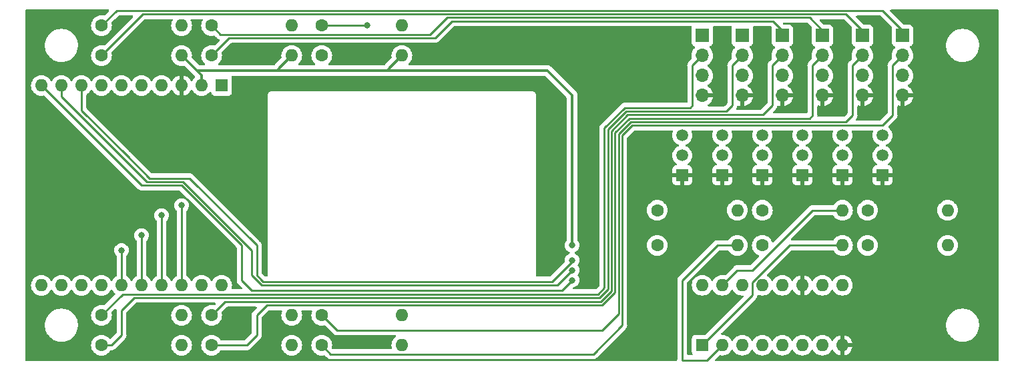
<source format=gbl>
G04 #@! TF.GenerationSoftware,KiCad,Pcbnew,(6.0.0-0)*
G04 #@! TF.CreationDate,2023-09-24T20:44:21+01:00*
G04 #@! TF.ProjectId,main-board,6d61696e-2d62-46f6-9172-642e6b696361,rev?*
G04 #@! TF.SameCoordinates,Original*
G04 #@! TF.FileFunction,Copper,L2,Bot*
G04 #@! TF.FilePolarity,Positive*
%FSLAX46Y46*%
G04 Gerber Fmt 4.6, Leading zero omitted, Abs format (unit mm)*
G04 Created by KiCad (PCBNEW (6.0.0-0)) date 2023-09-24 20:44:21*
%MOMM*%
%LPD*%
G01*
G04 APERTURE LIST*
G04 #@! TA.AperFunction,ComponentPad*
%ADD10C,1.600000*%
G04 #@! TD*
G04 #@! TA.AperFunction,ComponentPad*
%ADD11O,1.600000X1.600000*%
G04 #@! TD*
G04 #@! TA.AperFunction,ComponentPad*
%ADD12R,1.600000X1.600000*%
G04 #@! TD*
G04 #@! TA.AperFunction,ComponentPad*
%ADD13C,1.500000*%
G04 #@! TD*
G04 #@! TA.AperFunction,ComponentPad*
%ADD14R,1.500000X1.500000*%
G04 #@! TD*
G04 #@! TA.AperFunction,ComponentPad*
%ADD15R,1.700000X1.700000*%
G04 #@! TD*
G04 #@! TA.AperFunction,ComponentPad*
%ADD16O,1.700000X1.700000*%
G04 #@! TD*
G04 #@! TA.AperFunction,ViaPad*
%ADD17C,0.800000*%
G04 #@! TD*
G04 #@! TA.AperFunction,Conductor*
%ADD18C,0.350000*%
G04 #@! TD*
G04 #@! TA.AperFunction,Conductor*
%ADD19C,0.250000*%
G04 #@! TD*
G04 APERTURE END LIST*
D10*
X55880000Y-24130000D03*
D11*
X66040000Y-24130000D03*
X43180000Y-53340000D03*
X40640000Y-53340000D03*
X38100000Y-53340000D03*
X35560000Y-53340000D03*
X33020000Y-53340000D03*
X30480000Y-53340000D03*
X27940000Y-53340000D03*
X25400000Y-53340000D03*
X22860000Y-53340000D03*
X20320000Y-53340000D03*
X20320000Y-27940000D03*
X22860000Y-27940000D03*
X25400000Y-27940000D03*
X27940000Y-27940000D03*
X30480000Y-27940000D03*
X33020000Y-27940000D03*
X35560000Y-27940000D03*
X38100000Y-27940000D03*
X40640000Y-27940000D03*
D12*
X43180000Y-27940000D03*
D13*
X106680000Y-36830000D03*
X106680000Y-34290000D03*
D14*
X106680000Y-39370000D03*
X101600000Y-39370000D03*
D13*
X101600000Y-34290000D03*
X101600000Y-36830000D03*
D14*
X111760000Y-39370000D03*
D13*
X111760000Y-34290000D03*
X111760000Y-36830000D03*
D14*
X127000000Y-39370000D03*
D13*
X127000000Y-34290000D03*
X127000000Y-36830000D03*
D11*
X104130000Y-53330000D03*
X121910000Y-60950000D03*
X106670000Y-53330000D03*
X119370000Y-60950000D03*
X109210000Y-53330000D03*
X116830000Y-60950000D03*
X111750000Y-53330000D03*
X114290000Y-60950000D03*
X114290000Y-53330000D03*
X111750000Y-60950000D03*
X116830000Y-53330000D03*
X109210000Y-60950000D03*
X119370000Y-53330000D03*
X106670000Y-60950000D03*
X121910000Y-53330000D03*
D12*
X104130000Y-60950000D03*
D10*
X27940000Y-20320000D03*
D11*
X38100000Y-20320000D03*
D10*
X55880000Y-60960000D03*
D11*
X66040000Y-60960000D03*
D10*
X27940000Y-24130000D03*
D11*
X38100000Y-24130000D03*
D10*
X55880000Y-57150000D03*
D11*
X66040000Y-57150000D03*
D10*
X41910000Y-20320000D03*
D11*
X52070000Y-20320000D03*
D10*
X41910000Y-60960000D03*
D11*
X52070000Y-60960000D03*
D10*
X41910000Y-24130000D03*
D11*
X52070000Y-24130000D03*
D10*
X41910000Y-57150000D03*
D11*
X52070000Y-57150000D03*
X135255000Y-48260000D03*
D10*
X125095000Y-48260000D03*
D11*
X135255000Y-43815000D03*
D10*
X125095000Y-43815000D03*
D11*
X121920000Y-48260000D03*
D10*
X111760000Y-48260000D03*
D11*
X121920000Y-43815000D03*
D10*
X111760000Y-43815000D03*
X98425000Y-48260000D03*
D11*
X108585000Y-48260000D03*
D10*
X55880000Y-20320000D03*
D11*
X66040000Y-20320000D03*
X108585000Y-43815000D03*
D10*
X98425000Y-43815000D03*
X27940000Y-60960000D03*
D11*
X38100000Y-60960000D03*
D10*
X27940000Y-57150000D03*
D11*
X38100000Y-57150000D03*
D13*
X121920000Y-36830000D03*
X121920000Y-34290000D03*
D14*
X121920000Y-39370000D03*
D13*
X116840000Y-36830000D03*
X116840000Y-34290000D03*
D14*
X116840000Y-39370000D03*
D15*
X129540000Y-21600000D03*
D16*
X129540000Y-24140000D03*
X129540000Y-26680000D03*
X129540000Y-29220000D03*
D15*
X124460000Y-21600000D03*
D16*
X124460000Y-24140000D03*
X124460000Y-26680000D03*
X124460000Y-29220000D03*
X119380000Y-29220000D03*
X119380000Y-26680000D03*
X119380000Y-24140000D03*
D15*
X119380000Y-21600000D03*
D16*
X114300000Y-29220000D03*
X114300000Y-26680000D03*
X114300000Y-24140000D03*
D15*
X114300000Y-21600000D03*
D16*
X109220000Y-29220000D03*
X109220000Y-26680000D03*
X109220000Y-24140000D03*
D15*
X109220000Y-21600000D03*
D16*
X104140000Y-29220000D03*
X104140000Y-26680000D03*
X104140000Y-24140000D03*
D15*
X104140000Y-21600000D03*
D17*
X97155000Y-60960000D03*
X111125000Y-58420000D03*
X118110000Y-55245000D03*
X96520000Y-50165000D03*
X96520000Y-37465000D03*
X139065000Y-46990000D03*
X139065000Y-34290000D03*
X84455000Y-34925000D03*
X84455000Y-45720000D03*
X87630000Y-22225000D03*
X79375000Y-22225000D03*
X89535000Y-41275000D03*
X90170000Y-30480000D03*
X45085000Y-38735000D03*
X36195000Y-32385000D03*
X29210000Y-45085000D03*
X24130000Y-41275000D03*
X87630000Y-48260000D03*
X87630000Y-50165000D03*
X87630000Y-51435000D03*
X87630000Y-52705000D03*
X38100000Y-43180000D03*
X35560000Y-44450000D03*
X33020000Y-46990000D03*
X30480000Y-48895000D03*
X61595000Y-20320000D03*
D18*
X86995000Y-28575000D02*
X87630000Y-29210000D01*
X64135000Y-26035000D02*
X84455000Y-26035000D01*
X84455000Y-26035000D02*
X86995000Y-28575000D01*
X87630000Y-29210000D02*
X87630000Y-48260000D01*
D19*
X25400000Y-31115000D02*
X31115000Y-36830000D01*
X48446198Y-52890480D02*
X85090000Y-52890480D01*
X48260359Y-52704641D02*
X48446198Y-52890480D01*
X38100000Y-39740960D02*
X39105960Y-39740960D01*
X85090000Y-52890480D02*
X87630000Y-50350480D01*
X25400000Y-27940000D02*
X25400000Y-31115000D01*
X31115000Y-36830000D02*
X34025960Y-39740960D01*
X34025960Y-39740960D02*
X38100000Y-39740960D01*
X47625000Y-52069282D02*
X48260359Y-52704641D01*
X39105960Y-39740960D02*
X47625000Y-48260000D01*
X47625000Y-48260000D02*
X47625000Y-52069282D01*
X87630000Y-50350480D02*
X87630000Y-50165000D01*
X48260000Y-53340000D02*
X46990000Y-52070000D01*
X85725000Y-53340000D02*
X48260000Y-53340000D01*
X46990000Y-52070000D02*
X46990000Y-48895718D01*
X46990000Y-48895718D02*
X46990718Y-48895000D01*
X87630000Y-51435000D02*
X85725000Y-53340000D01*
X38286198Y-40190480D02*
X33655000Y-40190480D01*
X46990718Y-48895000D02*
X38286198Y-40190480D01*
X33655000Y-40190480D02*
X22860000Y-29395480D01*
X22860000Y-29395480D02*
X22860000Y-27940000D01*
X20320000Y-27940000D02*
X33020000Y-40640000D01*
X45720000Y-48260000D02*
X45720000Y-52705000D01*
X33020000Y-40640000D02*
X38100000Y-40640000D01*
X45720000Y-52705000D02*
X46990000Y-53975000D01*
X38100000Y-40640000D02*
X45720000Y-48260000D01*
X46990000Y-53975000D02*
X86360000Y-53975000D01*
X86360000Y-53975000D02*
X87630000Y-52705000D01*
X38100000Y-43180000D02*
X38100000Y-53340000D01*
X35560000Y-44450000D02*
X35560000Y-53340000D01*
X33020000Y-46990000D02*
X33020000Y-53340000D01*
X30480000Y-48895000D02*
X30480000Y-53340000D01*
D18*
X40005000Y-26035000D02*
X40640000Y-26670000D01*
X40640000Y-26670000D02*
X40640000Y-27940000D01*
D19*
X55880000Y-20320000D02*
X61595000Y-20320000D01*
X41910000Y-24130000D02*
X44145969Y-21894031D01*
X44145969Y-21894031D02*
X70259529Y-21894031D01*
X70259529Y-21894031D02*
X72390000Y-19763560D01*
X72390000Y-19763560D02*
X113108560Y-19763560D01*
X113108560Y-19763560D02*
X114300000Y-20955000D01*
X114300000Y-20955000D02*
X114300000Y-21600000D01*
X41910000Y-20320000D02*
X43034511Y-21444511D01*
X43034511Y-21444511D02*
X69624529Y-21444511D01*
X69624529Y-21444511D02*
X71755000Y-19314040D01*
X104140000Y-24140000D02*
X102870000Y-25410000D01*
X30612738Y-54477262D02*
X27940000Y-57150000D01*
X102870000Y-30480000D02*
X102577600Y-30772400D01*
X102577600Y-30772400D02*
X94319012Y-30772400D01*
X91732400Y-53680446D02*
X90935584Y-54477262D01*
X94319012Y-30772400D02*
X91732400Y-33359012D01*
X102870000Y-25410000D02*
X102870000Y-30480000D01*
X91732400Y-33359012D02*
X91732400Y-53680446D01*
X90935584Y-54477262D02*
X30612738Y-54477262D01*
X94505210Y-31221920D02*
X92181920Y-33545210D01*
X107950000Y-25410000D02*
X107950000Y-30480000D01*
X109220000Y-24140000D02*
X107950000Y-25410000D01*
X91121782Y-54926782D02*
X32068218Y-54926782D01*
X32068218Y-54926782D02*
X30480000Y-56515000D01*
X107950000Y-30480000D02*
X107208080Y-31221920D01*
X30480000Y-56515000D02*
X30480000Y-59690000D01*
X107208080Y-31221920D02*
X94505210Y-31221920D01*
X92181920Y-33545210D02*
X92181920Y-53866644D01*
X92181920Y-53866644D02*
X91121782Y-54926782D01*
X30480000Y-59690000D02*
X29210000Y-60960000D01*
X29210000Y-60960000D02*
X27940000Y-60960000D01*
X114300000Y-24140000D02*
X113040000Y-25400000D01*
X113040000Y-25400000D02*
X113030000Y-25400000D01*
X92631440Y-33731408D02*
X92631440Y-36830000D01*
X92631440Y-36830000D02*
X92631440Y-54052842D01*
X113030000Y-25400000D02*
X113030000Y-30480000D01*
X111838560Y-31671440D02*
X94691408Y-31671440D01*
X43629520Y-55430480D02*
X41910000Y-57150000D01*
X113030000Y-30480000D02*
X111838560Y-31671440D01*
X94691408Y-31671440D02*
X92631440Y-33731408D01*
X92631440Y-54052842D02*
X91253802Y-55430480D01*
X91253802Y-55430480D02*
X43629520Y-55430480D01*
X94877604Y-32120960D02*
X93080960Y-33917605D01*
X118110000Y-25410000D02*
X118110000Y-31750000D01*
X48895000Y-55880000D02*
X47625000Y-57150000D01*
X117739040Y-32120960D02*
X94877604Y-32120960D01*
X119380000Y-24140000D02*
X118110000Y-25410000D01*
X47625000Y-59690000D02*
X46355000Y-60960000D01*
X91440000Y-55880000D02*
X48895000Y-55880000D01*
X118110000Y-31750000D02*
X117739040Y-32120960D01*
X47625000Y-57150000D02*
X47625000Y-59690000D01*
X93080960Y-33917605D02*
X93080960Y-54239040D01*
X93080960Y-54239040D02*
X91440000Y-55880000D01*
X46355000Y-60960000D02*
X41910000Y-60960000D01*
X124460000Y-24140000D02*
X123200000Y-25400000D01*
X122369520Y-32570480D02*
X95063802Y-32570480D01*
X123200000Y-25400000D02*
X123190000Y-25400000D01*
X123190000Y-25400000D02*
X123190000Y-31750000D01*
X123190000Y-31750000D02*
X122369520Y-32570480D01*
X95063802Y-32570480D02*
X93530480Y-34103803D01*
X93530480Y-34103803D02*
X93530480Y-56964520D01*
X93530480Y-56964520D02*
X91440000Y-59055000D01*
X91440000Y-59055000D02*
X57785000Y-59055000D01*
X57785000Y-59055000D02*
X55880000Y-57150000D01*
X93980000Y-58420000D02*
X90315489Y-62084511D01*
X57004511Y-62084511D02*
X55880000Y-60960000D01*
X90315489Y-62084511D02*
X57004511Y-62084511D01*
X101600000Y-62865000D02*
X101600000Y-52705000D01*
X106670000Y-60950000D02*
X104755000Y-62865000D01*
X104755000Y-62865000D02*
X101600000Y-62865000D01*
X106045000Y-48260000D02*
X108585000Y-48260000D01*
X101600000Y-52705000D02*
X106045000Y-48260000D01*
X121920000Y-43815000D02*
X118110000Y-43815000D01*
X118110000Y-43815000D02*
X110490000Y-51435000D01*
X110490000Y-51435000D02*
X108565000Y-51435000D01*
X108565000Y-51435000D02*
X106670000Y-53330000D01*
X121920000Y-48260000D02*
X115229700Y-48260000D01*
X115229700Y-48260000D02*
X110490000Y-52999700D01*
X110490000Y-52999700D02*
X110490000Y-54590000D01*
X110490000Y-54590000D02*
X104130000Y-60950000D01*
X129540000Y-24140000D02*
X128270000Y-25410000D01*
X93980000Y-34290000D02*
X93980000Y-58420000D01*
X128270000Y-25410000D02*
X128270000Y-31750000D01*
X128270000Y-31750000D02*
X127000000Y-33020000D01*
X95250000Y-33020000D02*
X93980000Y-34290000D01*
X127000000Y-33020000D02*
X95250000Y-33020000D01*
D18*
X45720000Y-26035000D02*
X40005000Y-26035000D01*
X50165000Y-26035000D02*
X45720000Y-26035000D01*
X66040000Y-24130000D02*
X64135000Y-26035000D01*
X64135000Y-26035000D02*
X50165000Y-26035000D01*
X52070000Y-24130000D02*
X50165000Y-26035000D01*
X40005000Y-26035000D02*
X38100000Y-24130000D01*
D19*
X119380000Y-21600000D02*
X119380000Y-20955000D01*
X119380000Y-20955000D02*
X117739040Y-19314040D01*
X117739040Y-19314040D02*
X71755000Y-19314040D01*
X124460000Y-21600000D02*
X124460000Y-20955000D01*
X124460000Y-20955000D02*
X122369520Y-18864520D01*
X122369520Y-18864520D02*
X33205480Y-18864520D01*
X33205480Y-18864520D02*
X27940000Y-24130000D01*
X129540000Y-20955000D02*
X127000000Y-18415000D01*
X129540000Y-21600000D02*
X129540000Y-20955000D01*
X127000000Y-18415000D02*
X29845000Y-18415000D01*
X29845000Y-18415000D02*
X27940000Y-20320000D01*
G04 #@! TA.AperFunction,Conductor*
G36*
X28840027Y-18308002D02*
G01*
X28886520Y-18361658D01*
X28896624Y-18431932D01*
X28867130Y-18496512D01*
X28861001Y-18503095D01*
X28353248Y-19010848D01*
X28290936Y-19044874D01*
X28231541Y-19043459D01*
X28173409Y-19027882D01*
X28173398Y-19027880D01*
X28168087Y-19026457D01*
X27940000Y-19006502D01*
X27711913Y-19026457D01*
X27706600Y-19027881D01*
X27706598Y-19027881D01*
X27496067Y-19084293D01*
X27496065Y-19084294D01*
X27490757Y-19085716D01*
X27485776Y-19088039D01*
X27485775Y-19088039D01*
X27288238Y-19180151D01*
X27288233Y-19180154D01*
X27283251Y-19182477D01*
X27178389Y-19255902D01*
X27100211Y-19310643D01*
X27100208Y-19310645D01*
X27095700Y-19313802D01*
X26933802Y-19475700D01*
X26930645Y-19480208D01*
X26930643Y-19480211D01*
X26875902Y-19558389D01*
X26802477Y-19663251D01*
X26800154Y-19668233D01*
X26800151Y-19668238D01*
X26746611Y-19783056D01*
X26705716Y-19870757D01*
X26704294Y-19876065D01*
X26704293Y-19876067D01*
X26682477Y-19957484D01*
X26646457Y-20091913D01*
X26626502Y-20320000D01*
X26646457Y-20548087D01*
X26647880Y-20553399D01*
X26647881Y-20553402D01*
X26679375Y-20670936D01*
X26705716Y-20769243D01*
X26708039Y-20774224D01*
X26708039Y-20774225D01*
X26800151Y-20971762D01*
X26800154Y-20971767D01*
X26802477Y-20976749D01*
X26933802Y-21164300D01*
X27095700Y-21326198D01*
X27100208Y-21329355D01*
X27100211Y-21329357D01*
X27178389Y-21384098D01*
X27283251Y-21457523D01*
X27288233Y-21459846D01*
X27288238Y-21459849D01*
X27485775Y-21551961D01*
X27490757Y-21554284D01*
X27496065Y-21555706D01*
X27496067Y-21555707D01*
X27706598Y-21612119D01*
X27706600Y-21612119D01*
X27711913Y-21613543D01*
X27940000Y-21633498D01*
X28168087Y-21613543D01*
X28173400Y-21612119D01*
X28173402Y-21612119D01*
X28383933Y-21555707D01*
X28383935Y-21555706D01*
X28389243Y-21554284D01*
X28394225Y-21551961D01*
X28591762Y-21459849D01*
X28591767Y-21459846D01*
X28596749Y-21457523D01*
X28701611Y-21384098D01*
X28779789Y-21329357D01*
X28779792Y-21329355D01*
X28784300Y-21326198D01*
X28946198Y-21164300D01*
X29077523Y-20976749D01*
X29079846Y-20971767D01*
X29079849Y-20971762D01*
X29171961Y-20774225D01*
X29171961Y-20774224D01*
X29174284Y-20769243D01*
X29200626Y-20670936D01*
X29232119Y-20553402D01*
X29232120Y-20553399D01*
X29233543Y-20548087D01*
X29253498Y-20320000D01*
X29233543Y-20091913D01*
X29232121Y-20086608D01*
X29232119Y-20086594D01*
X29216541Y-20028461D01*
X29218229Y-19957484D01*
X29249152Y-19906752D01*
X29655006Y-19500899D01*
X30070501Y-19085404D01*
X30132813Y-19051379D01*
X30159596Y-19048500D01*
X31821405Y-19048500D01*
X31889526Y-19068502D01*
X31936019Y-19122158D01*
X31946123Y-19192432D01*
X31916629Y-19257012D01*
X31910500Y-19263595D01*
X28353247Y-22820848D01*
X28290935Y-22854874D01*
X28231542Y-22853460D01*
X28168087Y-22836457D01*
X27940000Y-22816502D01*
X27711913Y-22836457D01*
X27706600Y-22837881D01*
X27706598Y-22837881D01*
X27496067Y-22894293D01*
X27496065Y-22894294D01*
X27490757Y-22895716D01*
X27485776Y-22898039D01*
X27485775Y-22898039D01*
X27288238Y-22990151D01*
X27288233Y-22990154D01*
X27283251Y-22992477D01*
X27178389Y-23065902D01*
X27100211Y-23120643D01*
X27100208Y-23120645D01*
X27095700Y-23123802D01*
X26933802Y-23285700D01*
X26930645Y-23290208D01*
X26930643Y-23290211D01*
X26924205Y-23299406D01*
X26802477Y-23473251D01*
X26800154Y-23478233D01*
X26800151Y-23478238D01*
X26713245Y-23664610D01*
X26705716Y-23680757D01*
X26704294Y-23686065D01*
X26704293Y-23686067D01*
X26647883Y-23896591D01*
X26646457Y-23901913D01*
X26626502Y-24130000D01*
X26646457Y-24358087D01*
X26647881Y-24363400D01*
X26647881Y-24363402D01*
X26684355Y-24499522D01*
X26705716Y-24579243D01*
X26708039Y-24584224D01*
X26708039Y-24584225D01*
X26800151Y-24781762D01*
X26800154Y-24781767D01*
X26802477Y-24786749D01*
X26837970Y-24837438D01*
X26929741Y-24968500D01*
X26933802Y-24974300D01*
X27095700Y-25136198D01*
X27100208Y-25139355D01*
X27100211Y-25139357D01*
X27164212Y-25184171D01*
X27283251Y-25267523D01*
X27288233Y-25269846D01*
X27288238Y-25269849D01*
X27481874Y-25360142D01*
X27490757Y-25364284D01*
X27496065Y-25365706D01*
X27496067Y-25365707D01*
X27706598Y-25422119D01*
X27706600Y-25422119D01*
X27711913Y-25423543D01*
X27940000Y-25443498D01*
X28168087Y-25423543D01*
X28173400Y-25422119D01*
X28173402Y-25422119D01*
X28383933Y-25365707D01*
X28383935Y-25365706D01*
X28389243Y-25364284D01*
X28398126Y-25360142D01*
X28591762Y-25269849D01*
X28591767Y-25269846D01*
X28596749Y-25267523D01*
X28715788Y-25184171D01*
X28779789Y-25139357D01*
X28779792Y-25139355D01*
X28784300Y-25136198D01*
X28946198Y-24974300D01*
X28950260Y-24968500D01*
X29042030Y-24837438D01*
X29077523Y-24786749D01*
X29079846Y-24781767D01*
X29079849Y-24781762D01*
X29171961Y-24584225D01*
X29171961Y-24584224D01*
X29174284Y-24579243D01*
X29195646Y-24499522D01*
X29232119Y-24363402D01*
X29232119Y-24363400D01*
X29233543Y-24358087D01*
X29253498Y-24130000D01*
X29233543Y-23901913D01*
X29232119Y-23896598D01*
X29232118Y-23896591D01*
X29216541Y-23838459D01*
X29218230Y-23767483D01*
X29249152Y-23716752D01*
X33430979Y-19534925D01*
X33493291Y-19500899D01*
X33520074Y-19498020D01*
X36841745Y-19498020D01*
X36909866Y-19518022D01*
X36956359Y-19571678D01*
X36966463Y-19641952D01*
X36955940Y-19677269D01*
X36865716Y-19870757D01*
X36864294Y-19876065D01*
X36864293Y-19876067D01*
X36842477Y-19957484D01*
X36806457Y-20091913D01*
X36786502Y-20320000D01*
X36806457Y-20548087D01*
X36807880Y-20553399D01*
X36807881Y-20553402D01*
X36839375Y-20670936D01*
X36865716Y-20769243D01*
X36868039Y-20774224D01*
X36868039Y-20774225D01*
X36960151Y-20971762D01*
X36960154Y-20971767D01*
X36962477Y-20976749D01*
X37093802Y-21164300D01*
X37255700Y-21326198D01*
X37260208Y-21329355D01*
X37260211Y-21329357D01*
X37338389Y-21384098D01*
X37443251Y-21457523D01*
X37448233Y-21459846D01*
X37448238Y-21459849D01*
X37645775Y-21551961D01*
X37650757Y-21554284D01*
X37656065Y-21555706D01*
X37656067Y-21555707D01*
X37866598Y-21612119D01*
X37866600Y-21612119D01*
X37871913Y-21613543D01*
X38100000Y-21633498D01*
X38328087Y-21613543D01*
X38333400Y-21612119D01*
X38333402Y-21612119D01*
X38543933Y-21555707D01*
X38543935Y-21555706D01*
X38549243Y-21554284D01*
X38554225Y-21551961D01*
X38751762Y-21459849D01*
X38751767Y-21459846D01*
X38756749Y-21457523D01*
X38861611Y-21384098D01*
X38939789Y-21329357D01*
X38939792Y-21329355D01*
X38944300Y-21326198D01*
X39106198Y-21164300D01*
X39237523Y-20976749D01*
X39239846Y-20971767D01*
X39239849Y-20971762D01*
X39331961Y-20774225D01*
X39331961Y-20774224D01*
X39334284Y-20769243D01*
X39360626Y-20670936D01*
X39392119Y-20553402D01*
X39392120Y-20553399D01*
X39393543Y-20548087D01*
X39413498Y-20320000D01*
X39393543Y-20091913D01*
X39357523Y-19957484D01*
X39335707Y-19876067D01*
X39335706Y-19876065D01*
X39334284Y-19870757D01*
X39244060Y-19677270D01*
X39233399Y-19607078D01*
X39262379Y-19542265D01*
X39321799Y-19503409D01*
X39358255Y-19498020D01*
X40651745Y-19498020D01*
X40719866Y-19518022D01*
X40766359Y-19571678D01*
X40776463Y-19641952D01*
X40765940Y-19677269D01*
X40675716Y-19870757D01*
X40674294Y-19876065D01*
X40674293Y-19876067D01*
X40652477Y-19957484D01*
X40616457Y-20091913D01*
X40596502Y-20320000D01*
X40616457Y-20548087D01*
X40617880Y-20553399D01*
X40617881Y-20553402D01*
X40649375Y-20670936D01*
X40675716Y-20769243D01*
X40678039Y-20774224D01*
X40678039Y-20774225D01*
X40770151Y-20971762D01*
X40770154Y-20971767D01*
X40772477Y-20976749D01*
X40903802Y-21164300D01*
X41065700Y-21326198D01*
X41070208Y-21329355D01*
X41070211Y-21329357D01*
X41148389Y-21384098D01*
X41253251Y-21457523D01*
X41258233Y-21459846D01*
X41258238Y-21459849D01*
X41455775Y-21551961D01*
X41460757Y-21554284D01*
X41466065Y-21555706D01*
X41466067Y-21555707D01*
X41676598Y-21612119D01*
X41676600Y-21612119D01*
X41681913Y-21613543D01*
X41910000Y-21633498D01*
X42138087Y-21613543D01*
X42143398Y-21612120D01*
X42143409Y-21612118D01*
X42201541Y-21596541D01*
X42272517Y-21598230D01*
X42323248Y-21629152D01*
X42530854Y-21836758D01*
X42538398Y-21845048D01*
X42542511Y-21851529D01*
X42548288Y-21856954D01*
X42592178Y-21898169D01*
X42595020Y-21900924D01*
X42614742Y-21920646D01*
X42617884Y-21923083D01*
X42617944Y-21923130D01*
X42626956Y-21930828D01*
X42652547Y-21954858D01*
X42659190Y-21961097D01*
X42666133Y-21964914D01*
X42676942Y-21970856D01*
X42693464Y-21981709D01*
X42709470Y-21994125D01*
X42716748Y-21997275D01*
X42716749Y-21997275D01*
X42750048Y-22011685D01*
X42760698Y-22016902D01*
X42799451Y-22038206D01*
X42807126Y-22040177D01*
X42807127Y-22040177D01*
X42819073Y-22043244D01*
X42837768Y-22049644D01*
X42846766Y-22053538D01*
X42901341Y-22098944D01*
X42922705Y-22166650D01*
X42904072Y-22235158D01*
X42885825Y-22258271D01*
X42323248Y-22820848D01*
X42260936Y-22854874D01*
X42201541Y-22853459D01*
X42143409Y-22837882D01*
X42143398Y-22837880D01*
X42138087Y-22836457D01*
X41910000Y-22816502D01*
X41681913Y-22836457D01*
X41676600Y-22837881D01*
X41676598Y-22837881D01*
X41466067Y-22894293D01*
X41466065Y-22894294D01*
X41460757Y-22895716D01*
X41455776Y-22898039D01*
X41455775Y-22898039D01*
X41258238Y-22990151D01*
X41258233Y-22990154D01*
X41253251Y-22992477D01*
X41148389Y-23065902D01*
X41070211Y-23120643D01*
X41070208Y-23120645D01*
X41065700Y-23123802D01*
X40903802Y-23285700D01*
X40900645Y-23290208D01*
X40900643Y-23290211D01*
X40894205Y-23299406D01*
X40772477Y-23473251D01*
X40770154Y-23478233D01*
X40770151Y-23478238D01*
X40683245Y-23664610D01*
X40675716Y-23680757D01*
X40674294Y-23686065D01*
X40674293Y-23686067D01*
X40617883Y-23896591D01*
X40616457Y-23901913D01*
X40596502Y-24130000D01*
X40616457Y-24358087D01*
X40617881Y-24363400D01*
X40617881Y-24363402D01*
X40654355Y-24499522D01*
X40675716Y-24579243D01*
X40678039Y-24584224D01*
X40678039Y-24584225D01*
X40770151Y-24781762D01*
X40770154Y-24781767D01*
X40772477Y-24786749D01*
X40807970Y-24837438D01*
X40899741Y-24968500D01*
X40903802Y-24974300D01*
X41065700Y-25136198D01*
X41063856Y-25138042D01*
X41097147Y-25188014D01*
X41098317Y-25259001D01*
X41060922Y-25319352D01*
X40996836Y-25349905D01*
X40976852Y-25351500D01*
X40340305Y-25351500D01*
X40272184Y-25331498D01*
X40251210Y-25314595D01*
X39424095Y-24487480D01*
X39390069Y-24425168D01*
X39391409Y-24368857D01*
X39391164Y-24368814D01*
X39391448Y-24367203D01*
X39391482Y-24365781D01*
X39392117Y-24363410D01*
X39392118Y-24363406D01*
X39393543Y-24358087D01*
X39413498Y-24130000D01*
X39393543Y-23901913D01*
X39392117Y-23896591D01*
X39335707Y-23686067D01*
X39335706Y-23686065D01*
X39334284Y-23680757D01*
X39326755Y-23664610D01*
X39239849Y-23478238D01*
X39239846Y-23478233D01*
X39237523Y-23473251D01*
X39115795Y-23299406D01*
X39109357Y-23290211D01*
X39109355Y-23290208D01*
X39106198Y-23285700D01*
X38944300Y-23123802D01*
X38939792Y-23120645D01*
X38939789Y-23120643D01*
X38861611Y-23065902D01*
X38756749Y-22992477D01*
X38751767Y-22990154D01*
X38751762Y-22990151D01*
X38554225Y-22898039D01*
X38554224Y-22898039D01*
X38549243Y-22895716D01*
X38543935Y-22894294D01*
X38543933Y-22894293D01*
X38333402Y-22837881D01*
X38333400Y-22837881D01*
X38328087Y-22836457D01*
X38100000Y-22816502D01*
X37871913Y-22836457D01*
X37866600Y-22837881D01*
X37866598Y-22837881D01*
X37656067Y-22894293D01*
X37656065Y-22894294D01*
X37650757Y-22895716D01*
X37645776Y-22898039D01*
X37645775Y-22898039D01*
X37448238Y-22990151D01*
X37448233Y-22990154D01*
X37443251Y-22992477D01*
X37338389Y-23065902D01*
X37260211Y-23120643D01*
X37260208Y-23120645D01*
X37255700Y-23123802D01*
X37093802Y-23285700D01*
X37090645Y-23290208D01*
X37090643Y-23290211D01*
X37084205Y-23299406D01*
X36962477Y-23473251D01*
X36960154Y-23478233D01*
X36960151Y-23478238D01*
X36873245Y-23664610D01*
X36865716Y-23680757D01*
X36864294Y-23686065D01*
X36864293Y-23686067D01*
X36807883Y-23896591D01*
X36806457Y-23901913D01*
X36786502Y-24130000D01*
X36806457Y-24358087D01*
X36807881Y-24363400D01*
X36807881Y-24363402D01*
X36844355Y-24499522D01*
X36865716Y-24579243D01*
X36868039Y-24584224D01*
X36868039Y-24584225D01*
X36960151Y-24781762D01*
X36960154Y-24781767D01*
X36962477Y-24786749D01*
X36997970Y-24837438D01*
X37089741Y-24968500D01*
X37093802Y-24974300D01*
X37255700Y-25136198D01*
X37260208Y-25139355D01*
X37260211Y-25139357D01*
X37324212Y-25184171D01*
X37443251Y-25267523D01*
X37448233Y-25269846D01*
X37448238Y-25269849D01*
X37641874Y-25360142D01*
X37650757Y-25364284D01*
X37656065Y-25365706D01*
X37656067Y-25365707D01*
X37866598Y-25422119D01*
X37866600Y-25422119D01*
X37871913Y-25423543D01*
X38100000Y-25443498D01*
X38328087Y-25423543D01*
X38333406Y-25422118D01*
X38333410Y-25422117D01*
X38335781Y-25421482D01*
X38336864Y-25421508D01*
X38338814Y-25421164D01*
X38338883Y-25421556D01*
X38406757Y-25423175D01*
X38457480Y-25454095D01*
X39501844Y-26498459D01*
X39507698Y-26504724D01*
X39544290Y-26546670D01*
X39554768Y-26554034D01*
X39571406Y-26568021D01*
X39777349Y-26773964D01*
X39811375Y-26836276D01*
X39806310Y-26907091D01*
X39777353Y-26952149D01*
X39633802Y-27095700D01*
X39502477Y-27283251D01*
X39500154Y-27288233D01*
X39500151Y-27288238D01*
X39483919Y-27323049D01*
X39437002Y-27376334D01*
X39368725Y-27395795D01*
X39300765Y-27375253D01*
X39255529Y-27323049D01*
X39239414Y-27288489D01*
X39233931Y-27278993D01*
X39108972Y-27100533D01*
X39101916Y-27092125D01*
X38947875Y-26938084D01*
X38939467Y-26931028D01*
X38761007Y-26806069D01*
X38751511Y-26800586D01*
X38554053Y-26708510D01*
X38543761Y-26704764D01*
X38371497Y-26658606D01*
X38357401Y-26658942D01*
X38354000Y-26666884D01*
X38354000Y-29207967D01*
X38357973Y-29221498D01*
X38366522Y-29222727D01*
X38543761Y-29175236D01*
X38554053Y-29171490D01*
X38751511Y-29079414D01*
X38761007Y-29073931D01*
X38939467Y-28948972D01*
X38947875Y-28941916D01*
X39101916Y-28787875D01*
X39108972Y-28779467D01*
X39233931Y-28601007D01*
X39239414Y-28591511D01*
X39255529Y-28556951D01*
X39302446Y-28503666D01*
X39370723Y-28484205D01*
X39438683Y-28504747D01*
X39483919Y-28556951D01*
X39500151Y-28591762D01*
X39500154Y-28591767D01*
X39502477Y-28596749D01*
X39505634Y-28601257D01*
X39629134Y-28777633D01*
X39633802Y-28784300D01*
X39795700Y-28946198D01*
X39800208Y-28949355D01*
X39800211Y-28949357D01*
X39837493Y-28975462D01*
X39983251Y-29077523D01*
X39988233Y-29079846D01*
X39988238Y-29079849D01*
X40179734Y-29169144D01*
X40190757Y-29174284D01*
X40196065Y-29175706D01*
X40196067Y-29175707D01*
X40406598Y-29232119D01*
X40406600Y-29232119D01*
X40411913Y-29233543D01*
X40640000Y-29253498D01*
X40868087Y-29233543D01*
X40873400Y-29232119D01*
X40873402Y-29232119D01*
X41083933Y-29175707D01*
X41083935Y-29175706D01*
X41089243Y-29174284D01*
X41100266Y-29169144D01*
X41291762Y-29079849D01*
X41291767Y-29079846D01*
X41296749Y-29077523D01*
X41442507Y-28975462D01*
X41479789Y-28949357D01*
X41479792Y-28949355D01*
X41484300Y-28946198D01*
X41646198Y-28784300D01*
X41649357Y-28779789D01*
X41652892Y-28775576D01*
X41654026Y-28776527D01*
X41704071Y-28736529D01*
X41774690Y-28729224D01*
X41838049Y-28761258D01*
X41874030Y-28822462D01*
X41877082Y-28839517D01*
X41878255Y-28850316D01*
X41929385Y-28986705D01*
X42016739Y-29103261D01*
X42133295Y-29190615D01*
X42269684Y-29241745D01*
X42331866Y-29248500D01*
X44028134Y-29248500D01*
X44090316Y-29241745D01*
X44226705Y-29190615D01*
X44343261Y-29103261D01*
X44430615Y-28986705D01*
X44481745Y-28850316D01*
X44488500Y-28788134D01*
X44488500Y-27091866D01*
X44481745Y-27029684D01*
X44430615Y-26893295D01*
X44432833Y-26892463D01*
X44420410Y-26835645D01*
X44445149Y-26769099D01*
X44501940Y-26726491D01*
X44546098Y-26718500D01*
X50136955Y-26718500D01*
X50145524Y-26718792D01*
X50193458Y-26722060D01*
X50193462Y-26722060D01*
X50201034Y-26722576D01*
X50208510Y-26721271D01*
X50208515Y-26721271D01*
X50213641Y-26720376D01*
X50235303Y-26718500D01*
X64106955Y-26718500D01*
X64115524Y-26718792D01*
X64163458Y-26722060D01*
X64163462Y-26722060D01*
X64171034Y-26722576D01*
X64178510Y-26721271D01*
X64178515Y-26721271D01*
X64183641Y-26720376D01*
X64205303Y-26718500D01*
X84119695Y-26718500D01*
X84187816Y-26738502D01*
X84208790Y-26755405D01*
X86909595Y-29456210D01*
X86943621Y-29518522D01*
X86946500Y-29545305D01*
X86946500Y-47613006D01*
X86926498Y-47681127D01*
X86914135Y-47697317D01*
X86895383Y-47718143D01*
X86895380Y-47718147D01*
X86890960Y-47723056D01*
X86887657Y-47728777D01*
X86805924Y-47870343D01*
X86795473Y-47888444D01*
X86736458Y-48070072D01*
X86735768Y-48076633D01*
X86735768Y-48076635D01*
X86732360Y-48109064D01*
X86716496Y-48260000D01*
X86736458Y-48449928D01*
X86795473Y-48631556D01*
X86890960Y-48796944D01*
X86895378Y-48801851D01*
X86895379Y-48801852D01*
X86985161Y-48901565D01*
X87018747Y-48938866D01*
X87173248Y-49051118D01*
X87179276Y-49053802D01*
X87179278Y-49053803D01*
X87277184Y-49097393D01*
X87331279Y-49143373D01*
X87351929Y-49211300D01*
X87332577Y-49279608D01*
X87277184Y-49327607D01*
X87179278Y-49371197D01*
X87179276Y-49371198D01*
X87173248Y-49373882D01*
X87018747Y-49486134D01*
X86890960Y-49628056D01*
X86795473Y-49793444D01*
X86736458Y-49975072D01*
X86716496Y-50165000D01*
X86717186Y-50171565D01*
X86729528Y-50288997D01*
X86716756Y-50358835D01*
X86693313Y-50391262D01*
X84864500Y-52220075D01*
X84802188Y-52254101D01*
X84775405Y-52256980D01*
X83183681Y-52256980D01*
X83115560Y-52236978D01*
X83069067Y-52183322D01*
X83057683Y-52130214D01*
X83057797Y-52111457D01*
X83057830Y-52110671D01*
X83058000Y-52109577D01*
X83058000Y-52078702D01*
X83058002Y-52077932D01*
X83058452Y-52004284D01*
X83058452Y-52004283D01*
X83058476Y-52000348D01*
X83058092Y-51999004D01*
X83058000Y-51997659D01*
X83058000Y-29218702D01*
X83058002Y-29217932D01*
X83058104Y-29201298D01*
X83058476Y-29140348D01*
X83056010Y-29131719D01*
X83056009Y-29131714D01*
X83050361Y-29111952D01*
X83046783Y-29095191D01*
X83043870Y-29074848D01*
X83043867Y-29074838D01*
X83042595Y-29065955D01*
X83031979Y-29042605D01*
X83025536Y-29025093D01*
X83020954Y-29009063D01*
X83018488Y-29000435D01*
X83002726Y-28975452D01*
X82994596Y-28960386D01*
X82982367Y-28933490D01*
X82965626Y-28914061D01*
X82954521Y-28899053D01*
X82945630Y-28884961D01*
X82940840Y-28877369D01*
X82918703Y-28857818D01*
X82906659Y-28845626D01*
X82893239Y-28830051D01*
X82893237Y-28830050D01*
X82887381Y-28823253D01*
X82879853Y-28818374D01*
X82879850Y-28818371D01*
X82865861Y-28809304D01*
X82850987Y-28798014D01*
X82839800Y-28788134D01*
X82831772Y-28781044D01*
X82823646Y-28777229D01*
X82823645Y-28777228D01*
X82817979Y-28774568D01*
X82805034Y-28768490D01*
X82790065Y-28760176D01*
X82765273Y-28744107D01*
X82740709Y-28736761D01*
X82723264Y-28730099D01*
X82718827Y-28728016D01*
X82700052Y-28719201D01*
X82670870Y-28714657D01*
X82654151Y-28710874D01*
X82634464Y-28704986D01*
X82634461Y-28704985D01*
X82625859Y-28702413D01*
X82616884Y-28702358D01*
X82616883Y-28702358D01*
X82610190Y-28702317D01*
X82591444Y-28702203D01*
X82590672Y-28702170D01*
X82589577Y-28702000D01*
X82558702Y-28702000D01*
X82557932Y-28701998D01*
X82484284Y-28701548D01*
X82484283Y-28701548D01*
X82480348Y-28701524D01*
X82479004Y-28701908D01*
X82477659Y-28702000D01*
X49538702Y-28702000D01*
X49537932Y-28701998D01*
X49537078Y-28701993D01*
X49460348Y-28701524D01*
X49451719Y-28703990D01*
X49451714Y-28703991D01*
X49431952Y-28709639D01*
X49415191Y-28713217D01*
X49394848Y-28716130D01*
X49394838Y-28716133D01*
X49385955Y-28717405D01*
X49362605Y-28728021D01*
X49345093Y-28734464D01*
X49337869Y-28736529D01*
X49320435Y-28741512D01*
X49295452Y-28757274D01*
X49280386Y-28765404D01*
X49253490Y-28777633D01*
X49234061Y-28794374D01*
X49219053Y-28805479D01*
X49197369Y-28819160D01*
X49179380Y-28839529D01*
X49177819Y-28841296D01*
X49165627Y-28853340D01*
X49143253Y-28872619D01*
X49138374Y-28880147D01*
X49138371Y-28880150D01*
X49129304Y-28894139D01*
X49118014Y-28909013D01*
X49101044Y-28928228D01*
X49088490Y-28954966D01*
X49080176Y-28969935D01*
X49064107Y-28994727D01*
X49061535Y-29003327D01*
X49056761Y-29019290D01*
X49050099Y-29036736D01*
X49039201Y-29059948D01*
X49034777Y-29088364D01*
X49034658Y-29089128D01*
X49030874Y-29105849D01*
X49024986Y-29125536D01*
X49024985Y-29125539D01*
X49022413Y-29134141D01*
X49022216Y-29166486D01*
X49022203Y-29168546D01*
X49022170Y-29169328D01*
X49022000Y-29170423D01*
X49022000Y-29201298D01*
X49021998Y-29202068D01*
X49021931Y-29213116D01*
X49021524Y-29279652D01*
X49021908Y-29280996D01*
X49022000Y-29282341D01*
X49022000Y-52061298D01*
X49021998Y-52062068D01*
X49021572Y-52131750D01*
X49001154Y-52199747D01*
X48947215Y-52245911D01*
X48895574Y-52256980D01*
X48760793Y-52256980D01*
X48692672Y-52236978D01*
X48671698Y-52220075D01*
X48295405Y-51843782D01*
X48261379Y-51781470D01*
X48258500Y-51754687D01*
X48258500Y-48338767D01*
X48259027Y-48327584D01*
X48260702Y-48320091D01*
X48258986Y-48265475D01*
X48258562Y-48252001D01*
X48258500Y-48248043D01*
X48258500Y-48220144D01*
X48257994Y-48216134D01*
X48257063Y-48204311D01*
X48255923Y-48168036D01*
X48255674Y-48160111D01*
X48253462Y-48152497D01*
X48253461Y-48152492D01*
X48250023Y-48140659D01*
X48246012Y-48121295D01*
X48244467Y-48109064D01*
X48243474Y-48101203D01*
X48240557Y-48093836D01*
X48240556Y-48093831D01*
X48227198Y-48060092D01*
X48223354Y-48048865D01*
X48220021Y-48037393D01*
X48211018Y-48006407D01*
X48200707Y-47988972D01*
X48192012Y-47971224D01*
X48184552Y-47952383D01*
X48158564Y-47916613D01*
X48152048Y-47906693D01*
X48133580Y-47875465D01*
X48133578Y-47875462D01*
X48129542Y-47868638D01*
X48115221Y-47854317D01*
X48102380Y-47839283D01*
X48100225Y-47836317D01*
X48090472Y-47822893D01*
X48056395Y-47794702D01*
X48047616Y-47786712D01*
X39609612Y-39348707D01*
X39602072Y-39340421D01*
X39597960Y-39333942D01*
X39548308Y-39287316D01*
X39545467Y-39284562D01*
X39525730Y-39264825D01*
X39522533Y-39262345D01*
X39513511Y-39254640D01*
X39487060Y-39229801D01*
X39481281Y-39224374D01*
X39474335Y-39220555D01*
X39474332Y-39220553D01*
X39463526Y-39214612D01*
X39447007Y-39203761D01*
X39446543Y-39203401D01*
X39431001Y-39191346D01*
X39423732Y-39188201D01*
X39423728Y-39188198D01*
X39390423Y-39173786D01*
X39379773Y-39168569D01*
X39341020Y-39147265D01*
X39321397Y-39142227D01*
X39302694Y-39135823D01*
X39291380Y-39130927D01*
X39291379Y-39130927D01*
X39284105Y-39127779D01*
X39276282Y-39126540D01*
X39276272Y-39126537D01*
X39240436Y-39120861D01*
X39228816Y-39118455D01*
X39193671Y-39109432D01*
X39193670Y-39109432D01*
X39185990Y-39107460D01*
X39165736Y-39107460D01*
X39146025Y-39105909D01*
X39133846Y-39103980D01*
X39126017Y-39102740D01*
X39118125Y-39103486D01*
X39081999Y-39106901D01*
X39070141Y-39107460D01*
X34340554Y-39107460D01*
X34272433Y-39087458D01*
X34251459Y-39070555D01*
X31534778Y-36353873D01*
X31534770Y-36353865D01*
X31534766Y-36353862D01*
X26070405Y-30889500D01*
X26036379Y-30827188D01*
X26033500Y-30800405D01*
X26033500Y-29159394D01*
X26053502Y-29091273D01*
X26087229Y-29056181D01*
X26239789Y-28949357D01*
X26239792Y-28949355D01*
X26244300Y-28946198D01*
X26406198Y-28784300D01*
X26410867Y-28777633D01*
X26534366Y-28601257D01*
X26537523Y-28596749D01*
X26539846Y-28591767D01*
X26539849Y-28591762D01*
X26555805Y-28557543D01*
X26602722Y-28504258D01*
X26670999Y-28484797D01*
X26738959Y-28505339D01*
X26784195Y-28557543D01*
X26800151Y-28591762D01*
X26800154Y-28591767D01*
X26802477Y-28596749D01*
X26805634Y-28601257D01*
X26929134Y-28777633D01*
X26933802Y-28784300D01*
X27095700Y-28946198D01*
X27100208Y-28949355D01*
X27100211Y-28949357D01*
X27137493Y-28975462D01*
X27283251Y-29077523D01*
X27288233Y-29079846D01*
X27288238Y-29079849D01*
X27479734Y-29169144D01*
X27490757Y-29174284D01*
X27496065Y-29175706D01*
X27496067Y-29175707D01*
X27706598Y-29232119D01*
X27706600Y-29232119D01*
X27711913Y-29233543D01*
X27940000Y-29253498D01*
X28168087Y-29233543D01*
X28173400Y-29232119D01*
X28173402Y-29232119D01*
X28383933Y-29175707D01*
X28383935Y-29175706D01*
X28389243Y-29174284D01*
X28400266Y-29169144D01*
X28591762Y-29079849D01*
X28591767Y-29079846D01*
X28596749Y-29077523D01*
X28742507Y-28975462D01*
X28779789Y-28949357D01*
X28779792Y-28949355D01*
X28784300Y-28946198D01*
X28946198Y-28784300D01*
X28950867Y-28777633D01*
X29074366Y-28601257D01*
X29077523Y-28596749D01*
X29079846Y-28591767D01*
X29079849Y-28591762D01*
X29095805Y-28557543D01*
X29142722Y-28504258D01*
X29210999Y-28484797D01*
X29278959Y-28505339D01*
X29324195Y-28557543D01*
X29340151Y-28591762D01*
X29340154Y-28591767D01*
X29342477Y-28596749D01*
X29345634Y-28601257D01*
X29469134Y-28777633D01*
X29473802Y-28784300D01*
X29635700Y-28946198D01*
X29640208Y-28949355D01*
X29640211Y-28949357D01*
X29677493Y-28975462D01*
X29823251Y-29077523D01*
X29828233Y-29079846D01*
X29828238Y-29079849D01*
X30019734Y-29169144D01*
X30030757Y-29174284D01*
X30036065Y-29175706D01*
X30036067Y-29175707D01*
X30246598Y-29232119D01*
X30246600Y-29232119D01*
X30251913Y-29233543D01*
X30480000Y-29253498D01*
X30708087Y-29233543D01*
X30713400Y-29232119D01*
X30713402Y-29232119D01*
X30923933Y-29175707D01*
X30923935Y-29175706D01*
X30929243Y-29174284D01*
X30940266Y-29169144D01*
X31131762Y-29079849D01*
X31131767Y-29079846D01*
X31136749Y-29077523D01*
X31282507Y-28975462D01*
X31319789Y-28949357D01*
X31319792Y-28949355D01*
X31324300Y-28946198D01*
X31486198Y-28784300D01*
X31490867Y-28777633D01*
X31614366Y-28601257D01*
X31617523Y-28596749D01*
X31619846Y-28591767D01*
X31619849Y-28591762D01*
X31635805Y-28557543D01*
X31682722Y-28504258D01*
X31750999Y-28484797D01*
X31818959Y-28505339D01*
X31864195Y-28557543D01*
X31880151Y-28591762D01*
X31880154Y-28591767D01*
X31882477Y-28596749D01*
X31885634Y-28601257D01*
X32009134Y-28777633D01*
X32013802Y-28784300D01*
X32175700Y-28946198D01*
X32180208Y-28949355D01*
X32180211Y-28949357D01*
X32217493Y-28975462D01*
X32363251Y-29077523D01*
X32368233Y-29079846D01*
X32368238Y-29079849D01*
X32559734Y-29169144D01*
X32570757Y-29174284D01*
X32576065Y-29175706D01*
X32576067Y-29175707D01*
X32786598Y-29232119D01*
X32786600Y-29232119D01*
X32791913Y-29233543D01*
X33020000Y-29253498D01*
X33248087Y-29233543D01*
X33253400Y-29232119D01*
X33253402Y-29232119D01*
X33463933Y-29175707D01*
X33463935Y-29175706D01*
X33469243Y-29174284D01*
X33480266Y-29169144D01*
X33671762Y-29079849D01*
X33671767Y-29079846D01*
X33676749Y-29077523D01*
X33822507Y-28975462D01*
X33859789Y-28949357D01*
X33859792Y-28949355D01*
X33864300Y-28946198D01*
X34026198Y-28784300D01*
X34030867Y-28777633D01*
X34154366Y-28601257D01*
X34157523Y-28596749D01*
X34159846Y-28591767D01*
X34159849Y-28591762D01*
X34175805Y-28557543D01*
X34222722Y-28504258D01*
X34290999Y-28484797D01*
X34358959Y-28505339D01*
X34404195Y-28557543D01*
X34420151Y-28591762D01*
X34420154Y-28591767D01*
X34422477Y-28596749D01*
X34425634Y-28601257D01*
X34549134Y-28777633D01*
X34553802Y-28784300D01*
X34715700Y-28946198D01*
X34720208Y-28949355D01*
X34720211Y-28949357D01*
X34757493Y-28975462D01*
X34903251Y-29077523D01*
X34908233Y-29079846D01*
X34908238Y-29079849D01*
X35099734Y-29169144D01*
X35110757Y-29174284D01*
X35116065Y-29175706D01*
X35116067Y-29175707D01*
X35326598Y-29232119D01*
X35326600Y-29232119D01*
X35331913Y-29233543D01*
X35560000Y-29253498D01*
X35788087Y-29233543D01*
X35793400Y-29232119D01*
X35793402Y-29232119D01*
X36003933Y-29175707D01*
X36003935Y-29175706D01*
X36009243Y-29174284D01*
X36020266Y-29169144D01*
X36211762Y-29079849D01*
X36211767Y-29079846D01*
X36216749Y-29077523D01*
X36362507Y-28975462D01*
X36399789Y-28949357D01*
X36399792Y-28949355D01*
X36404300Y-28946198D01*
X36566198Y-28784300D01*
X36570867Y-28777633D01*
X36694366Y-28601257D01*
X36697523Y-28596749D01*
X36699846Y-28591767D01*
X36699849Y-28591762D01*
X36716081Y-28556951D01*
X36762998Y-28503666D01*
X36831275Y-28484205D01*
X36899235Y-28504747D01*
X36944471Y-28556951D01*
X36960586Y-28591511D01*
X36966069Y-28601007D01*
X37091028Y-28779467D01*
X37098084Y-28787875D01*
X37252125Y-28941916D01*
X37260533Y-28948972D01*
X37438993Y-29073931D01*
X37448489Y-29079414D01*
X37645947Y-29171490D01*
X37656239Y-29175236D01*
X37828503Y-29221394D01*
X37842599Y-29221058D01*
X37846000Y-29213116D01*
X37846000Y-26672033D01*
X37842027Y-26658502D01*
X37833478Y-26657273D01*
X37656239Y-26704764D01*
X37645947Y-26708510D01*
X37448489Y-26800586D01*
X37438993Y-26806069D01*
X37260533Y-26931028D01*
X37252125Y-26938084D01*
X37098084Y-27092125D01*
X37091028Y-27100533D01*
X36966069Y-27278993D01*
X36960586Y-27288489D01*
X36944471Y-27323049D01*
X36897554Y-27376334D01*
X36829277Y-27395795D01*
X36761317Y-27375253D01*
X36716081Y-27323049D01*
X36699849Y-27288238D01*
X36699846Y-27288233D01*
X36697523Y-27283251D01*
X36566198Y-27095700D01*
X36404300Y-26933802D01*
X36399792Y-26930645D01*
X36399789Y-26930643D01*
X36302373Y-26862432D01*
X36216749Y-26802477D01*
X36211767Y-26800154D01*
X36211762Y-26800151D01*
X36014225Y-26708039D01*
X36014224Y-26708039D01*
X36009243Y-26705716D01*
X36003935Y-26704294D01*
X36003933Y-26704293D01*
X35793402Y-26647881D01*
X35793400Y-26647881D01*
X35788087Y-26646457D01*
X35560000Y-26626502D01*
X35331913Y-26646457D01*
X35326600Y-26647881D01*
X35326598Y-26647881D01*
X35116067Y-26704293D01*
X35116065Y-26704294D01*
X35110757Y-26705716D01*
X35105776Y-26708039D01*
X35105775Y-26708039D01*
X34908238Y-26800151D01*
X34908233Y-26800154D01*
X34903251Y-26802477D01*
X34817627Y-26862432D01*
X34720211Y-26930643D01*
X34720208Y-26930645D01*
X34715700Y-26933802D01*
X34553802Y-27095700D01*
X34422477Y-27283251D01*
X34420154Y-27288233D01*
X34420151Y-27288238D01*
X34404195Y-27322457D01*
X34357278Y-27375742D01*
X34289001Y-27395203D01*
X34221041Y-27374661D01*
X34175805Y-27322457D01*
X34159849Y-27288238D01*
X34159846Y-27288233D01*
X34157523Y-27283251D01*
X34026198Y-27095700D01*
X33864300Y-26933802D01*
X33859792Y-26930645D01*
X33859789Y-26930643D01*
X33762373Y-26862432D01*
X33676749Y-26802477D01*
X33671767Y-26800154D01*
X33671762Y-26800151D01*
X33474225Y-26708039D01*
X33474224Y-26708039D01*
X33469243Y-26705716D01*
X33463935Y-26704294D01*
X33463933Y-26704293D01*
X33253402Y-26647881D01*
X33253400Y-26647881D01*
X33248087Y-26646457D01*
X33020000Y-26626502D01*
X32791913Y-26646457D01*
X32786600Y-26647881D01*
X32786598Y-26647881D01*
X32576067Y-26704293D01*
X32576065Y-26704294D01*
X32570757Y-26705716D01*
X32565776Y-26708039D01*
X32565775Y-26708039D01*
X32368238Y-26800151D01*
X32368233Y-26800154D01*
X32363251Y-26802477D01*
X32277627Y-26862432D01*
X32180211Y-26930643D01*
X32180208Y-26930645D01*
X32175700Y-26933802D01*
X32013802Y-27095700D01*
X31882477Y-27283251D01*
X31880154Y-27288233D01*
X31880151Y-27288238D01*
X31864195Y-27322457D01*
X31817278Y-27375742D01*
X31749001Y-27395203D01*
X31681041Y-27374661D01*
X31635805Y-27322457D01*
X31619849Y-27288238D01*
X31619846Y-27288233D01*
X31617523Y-27283251D01*
X31486198Y-27095700D01*
X31324300Y-26933802D01*
X31319792Y-26930645D01*
X31319789Y-26930643D01*
X31222373Y-26862432D01*
X31136749Y-26802477D01*
X31131767Y-26800154D01*
X31131762Y-26800151D01*
X30934225Y-26708039D01*
X30934224Y-26708039D01*
X30929243Y-26705716D01*
X30923935Y-26704294D01*
X30923933Y-26704293D01*
X30713402Y-26647881D01*
X30713400Y-26647881D01*
X30708087Y-26646457D01*
X30480000Y-26626502D01*
X30251913Y-26646457D01*
X30246600Y-26647881D01*
X30246598Y-26647881D01*
X30036067Y-26704293D01*
X30036065Y-26704294D01*
X30030757Y-26705716D01*
X30025776Y-26708039D01*
X30025775Y-26708039D01*
X29828238Y-26800151D01*
X29828233Y-26800154D01*
X29823251Y-26802477D01*
X29737627Y-26862432D01*
X29640211Y-26930643D01*
X29640208Y-26930645D01*
X29635700Y-26933802D01*
X29473802Y-27095700D01*
X29342477Y-27283251D01*
X29340154Y-27288233D01*
X29340151Y-27288238D01*
X29324195Y-27322457D01*
X29277278Y-27375742D01*
X29209001Y-27395203D01*
X29141041Y-27374661D01*
X29095805Y-27322457D01*
X29079849Y-27288238D01*
X29079846Y-27288233D01*
X29077523Y-27283251D01*
X28946198Y-27095700D01*
X28784300Y-26933802D01*
X28779792Y-26930645D01*
X28779789Y-26930643D01*
X28682373Y-26862432D01*
X28596749Y-26802477D01*
X28591767Y-26800154D01*
X28591762Y-26800151D01*
X28394225Y-26708039D01*
X28394224Y-26708039D01*
X28389243Y-26705716D01*
X28383935Y-26704294D01*
X28383933Y-26704293D01*
X28173402Y-26647881D01*
X28173400Y-26647881D01*
X28168087Y-26646457D01*
X27940000Y-26626502D01*
X27711913Y-26646457D01*
X27706600Y-26647881D01*
X27706598Y-26647881D01*
X27496067Y-26704293D01*
X27496065Y-26704294D01*
X27490757Y-26705716D01*
X27485776Y-26708039D01*
X27485775Y-26708039D01*
X27288238Y-26800151D01*
X27288233Y-26800154D01*
X27283251Y-26802477D01*
X27197627Y-26862432D01*
X27100211Y-26930643D01*
X27100208Y-26930645D01*
X27095700Y-26933802D01*
X26933802Y-27095700D01*
X26802477Y-27283251D01*
X26800154Y-27288233D01*
X26800151Y-27288238D01*
X26784195Y-27322457D01*
X26737278Y-27375742D01*
X26669001Y-27395203D01*
X26601041Y-27374661D01*
X26555805Y-27322457D01*
X26539849Y-27288238D01*
X26539846Y-27288233D01*
X26537523Y-27283251D01*
X26406198Y-27095700D01*
X26244300Y-26933802D01*
X26239792Y-26930645D01*
X26239789Y-26930643D01*
X26142373Y-26862432D01*
X26056749Y-26802477D01*
X26051767Y-26800154D01*
X26051762Y-26800151D01*
X25854225Y-26708039D01*
X25854224Y-26708039D01*
X25849243Y-26705716D01*
X25843935Y-26704294D01*
X25843933Y-26704293D01*
X25633402Y-26647881D01*
X25633400Y-26647881D01*
X25628087Y-26646457D01*
X25400000Y-26626502D01*
X25171913Y-26646457D01*
X25166600Y-26647881D01*
X25166598Y-26647881D01*
X24956067Y-26704293D01*
X24956065Y-26704294D01*
X24950757Y-26705716D01*
X24945776Y-26708039D01*
X24945775Y-26708039D01*
X24748238Y-26800151D01*
X24748233Y-26800154D01*
X24743251Y-26802477D01*
X24657627Y-26862432D01*
X24560211Y-26930643D01*
X24560208Y-26930645D01*
X24555700Y-26933802D01*
X24393802Y-27095700D01*
X24262477Y-27283251D01*
X24260154Y-27288233D01*
X24260151Y-27288238D01*
X24244195Y-27322457D01*
X24197278Y-27375742D01*
X24129001Y-27395203D01*
X24061041Y-27374661D01*
X24015805Y-27322457D01*
X23999849Y-27288238D01*
X23999846Y-27288233D01*
X23997523Y-27283251D01*
X23866198Y-27095700D01*
X23704300Y-26933802D01*
X23699792Y-26930645D01*
X23699789Y-26930643D01*
X23602373Y-26862432D01*
X23516749Y-26802477D01*
X23511767Y-26800154D01*
X23511762Y-26800151D01*
X23314225Y-26708039D01*
X23314224Y-26708039D01*
X23309243Y-26705716D01*
X23303935Y-26704294D01*
X23303933Y-26704293D01*
X23093402Y-26647881D01*
X23093400Y-26647881D01*
X23088087Y-26646457D01*
X22860000Y-26626502D01*
X22631913Y-26646457D01*
X22626600Y-26647881D01*
X22626598Y-26647881D01*
X22416067Y-26704293D01*
X22416065Y-26704294D01*
X22410757Y-26705716D01*
X22405776Y-26708039D01*
X22405775Y-26708039D01*
X22208238Y-26800151D01*
X22208233Y-26800154D01*
X22203251Y-26802477D01*
X22117627Y-26862432D01*
X22020211Y-26930643D01*
X22020208Y-26930645D01*
X22015700Y-26933802D01*
X21853802Y-27095700D01*
X21722477Y-27283251D01*
X21720154Y-27288233D01*
X21720151Y-27288238D01*
X21704195Y-27322457D01*
X21657278Y-27375742D01*
X21589001Y-27395203D01*
X21521041Y-27374661D01*
X21475805Y-27322457D01*
X21459849Y-27288238D01*
X21459846Y-27288233D01*
X21457523Y-27283251D01*
X21326198Y-27095700D01*
X21164300Y-26933802D01*
X21159792Y-26930645D01*
X21159789Y-26930643D01*
X21062373Y-26862432D01*
X20976749Y-26802477D01*
X20971767Y-26800154D01*
X20971762Y-26800151D01*
X20774225Y-26708039D01*
X20774224Y-26708039D01*
X20769243Y-26705716D01*
X20763935Y-26704294D01*
X20763933Y-26704293D01*
X20553402Y-26647881D01*
X20553400Y-26647881D01*
X20548087Y-26646457D01*
X20320000Y-26626502D01*
X20091913Y-26646457D01*
X20086600Y-26647881D01*
X20086598Y-26647881D01*
X19876067Y-26704293D01*
X19876065Y-26704294D01*
X19870757Y-26705716D01*
X19865776Y-26708039D01*
X19865775Y-26708039D01*
X19668238Y-26800151D01*
X19668233Y-26800154D01*
X19663251Y-26802477D01*
X19577627Y-26862432D01*
X19480211Y-26930643D01*
X19480208Y-26930645D01*
X19475700Y-26933802D01*
X19313802Y-27095700D01*
X19182477Y-27283251D01*
X19180154Y-27288233D01*
X19180151Y-27288238D01*
X19130273Y-27395203D01*
X19085716Y-27490757D01*
X19026457Y-27711913D01*
X19006502Y-27940000D01*
X19026457Y-28168087D01*
X19085716Y-28389243D01*
X19088039Y-28394224D01*
X19088039Y-28394225D01*
X19180151Y-28591762D01*
X19180154Y-28591767D01*
X19182477Y-28596749D01*
X19185634Y-28601257D01*
X19309134Y-28777633D01*
X19313802Y-28784300D01*
X19475700Y-28946198D01*
X19480208Y-28949355D01*
X19480211Y-28949357D01*
X19517493Y-28975462D01*
X19663251Y-29077523D01*
X19668233Y-29079846D01*
X19668238Y-29079849D01*
X19859734Y-29169144D01*
X19870757Y-29174284D01*
X19876065Y-29175706D01*
X19876067Y-29175707D01*
X20086598Y-29232119D01*
X20086600Y-29232119D01*
X20091913Y-29233543D01*
X20320000Y-29253498D01*
X20548087Y-29233543D01*
X20553398Y-29232120D01*
X20553409Y-29232118D01*
X20611541Y-29216541D01*
X20682517Y-29218230D01*
X20733248Y-29249152D01*
X32516343Y-41032247D01*
X32523887Y-41040537D01*
X32528000Y-41047018D01*
X32533777Y-41052443D01*
X32577667Y-41093658D01*
X32580509Y-41096413D01*
X32600230Y-41116134D01*
X32603425Y-41118612D01*
X32612447Y-41126318D01*
X32644679Y-41156586D01*
X32651628Y-41160406D01*
X32662432Y-41166346D01*
X32678956Y-41177199D01*
X32694959Y-41189613D01*
X32735543Y-41207176D01*
X32746173Y-41212383D01*
X32784940Y-41233695D01*
X32792617Y-41235666D01*
X32792622Y-41235668D01*
X32804558Y-41238732D01*
X32823266Y-41245137D01*
X32841855Y-41253181D01*
X32849683Y-41254421D01*
X32849690Y-41254423D01*
X32885524Y-41260099D01*
X32897144Y-41262505D01*
X32932289Y-41271528D01*
X32939970Y-41273500D01*
X32960224Y-41273500D01*
X32979934Y-41275051D01*
X32999943Y-41278220D01*
X33007835Y-41277474D01*
X33043961Y-41274059D01*
X33055819Y-41273500D01*
X37785406Y-41273500D01*
X37853527Y-41293502D01*
X37874501Y-41310405D01*
X38873641Y-42309545D01*
X38884600Y-42329615D01*
X38890497Y-42331225D01*
X38913502Y-42349406D01*
X45049595Y-48485499D01*
X45083621Y-48547811D01*
X45086500Y-48574594D01*
X45086500Y-52626233D01*
X45085973Y-52637416D01*
X45084298Y-52644909D01*
X45084547Y-52652835D01*
X45084547Y-52652836D01*
X45086438Y-52712986D01*
X45086500Y-52716945D01*
X45086500Y-52744856D01*
X45086997Y-52748790D01*
X45086997Y-52748791D01*
X45087005Y-52748856D01*
X45087938Y-52760693D01*
X45089327Y-52804889D01*
X45094978Y-52824339D01*
X45098987Y-52843700D01*
X45101526Y-52863797D01*
X45104445Y-52871168D01*
X45104445Y-52871170D01*
X45117804Y-52904912D01*
X45121649Y-52916142D01*
X45133982Y-52958593D01*
X45138015Y-52965412D01*
X45138017Y-52965417D01*
X45144293Y-52976028D01*
X45152988Y-52993776D01*
X45160448Y-53012617D01*
X45165110Y-53019033D01*
X45165110Y-53019034D01*
X45186436Y-53048387D01*
X45192952Y-53058307D01*
X45203745Y-53076556D01*
X45215458Y-53096362D01*
X45229779Y-53110683D01*
X45242619Y-53125716D01*
X45254528Y-53142107D01*
X45260634Y-53147158D01*
X45288605Y-53170298D01*
X45297384Y-53178288D01*
X45747763Y-53628667D01*
X45781789Y-53690979D01*
X45776724Y-53761794D01*
X45734177Y-53818630D01*
X45667657Y-53843441D01*
X45658668Y-53843762D01*
X44563883Y-53843762D01*
X44495762Y-53823760D01*
X44449269Y-53770104D01*
X44439165Y-53699830D01*
X44442176Y-53685151D01*
X44472119Y-53573402D01*
X44472119Y-53573400D01*
X44473543Y-53568087D01*
X44493498Y-53340000D01*
X44473543Y-53111913D01*
X44470880Y-53101973D01*
X44415707Y-52896067D01*
X44415706Y-52896065D01*
X44414284Y-52890757D01*
X44407298Y-52875775D01*
X44319849Y-52688238D01*
X44319846Y-52688233D01*
X44317523Y-52683251D01*
X44242697Y-52576389D01*
X44189357Y-52500211D01*
X44189355Y-52500208D01*
X44186198Y-52495700D01*
X44024300Y-52333802D01*
X44019792Y-52330645D01*
X44019789Y-52330643D01*
X43926745Y-52265493D01*
X43836749Y-52202477D01*
X43831767Y-52200154D01*
X43831762Y-52200151D01*
X43634225Y-52108039D01*
X43634224Y-52108039D01*
X43629243Y-52105716D01*
X43623935Y-52104294D01*
X43623933Y-52104293D01*
X43413402Y-52047881D01*
X43413400Y-52047881D01*
X43408087Y-52046457D01*
X43180000Y-52026502D01*
X42951913Y-52046457D01*
X42946600Y-52047881D01*
X42946598Y-52047881D01*
X42736067Y-52104293D01*
X42736065Y-52104294D01*
X42730757Y-52105716D01*
X42725776Y-52108039D01*
X42725775Y-52108039D01*
X42528238Y-52200151D01*
X42528233Y-52200154D01*
X42523251Y-52202477D01*
X42433255Y-52265493D01*
X42340211Y-52330643D01*
X42340208Y-52330645D01*
X42335700Y-52333802D01*
X42173802Y-52495700D01*
X42170645Y-52500208D01*
X42170643Y-52500211D01*
X42117303Y-52576389D01*
X42042477Y-52683251D01*
X42040154Y-52688233D01*
X42040151Y-52688238D01*
X42024195Y-52722457D01*
X41977278Y-52775742D01*
X41909001Y-52795203D01*
X41841041Y-52774661D01*
X41795805Y-52722457D01*
X41779849Y-52688238D01*
X41779846Y-52688233D01*
X41777523Y-52683251D01*
X41702697Y-52576389D01*
X41649357Y-52500211D01*
X41649355Y-52500208D01*
X41646198Y-52495700D01*
X41484300Y-52333802D01*
X41479792Y-52330645D01*
X41479789Y-52330643D01*
X41386745Y-52265493D01*
X41296749Y-52202477D01*
X41291767Y-52200154D01*
X41291762Y-52200151D01*
X41094225Y-52108039D01*
X41094224Y-52108039D01*
X41089243Y-52105716D01*
X41083935Y-52104294D01*
X41083933Y-52104293D01*
X40873402Y-52047881D01*
X40873400Y-52047881D01*
X40868087Y-52046457D01*
X40640000Y-52026502D01*
X40411913Y-52046457D01*
X40406600Y-52047881D01*
X40406598Y-52047881D01*
X40196067Y-52104293D01*
X40196065Y-52104294D01*
X40190757Y-52105716D01*
X40185776Y-52108039D01*
X40185775Y-52108039D01*
X39988238Y-52200151D01*
X39988233Y-52200154D01*
X39983251Y-52202477D01*
X39893255Y-52265493D01*
X39800211Y-52330643D01*
X39800208Y-52330645D01*
X39795700Y-52333802D01*
X39633802Y-52495700D01*
X39630645Y-52500208D01*
X39630643Y-52500211D01*
X39577303Y-52576389D01*
X39502477Y-52683251D01*
X39500154Y-52688233D01*
X39500151Y-52688238D01*
X39484195Y-52722457D01*
X39437278Y-52775742D01*
X39369001Y-52795203D01*
X39301041Y-52774661D01*
X39255805Y-52722457D01*
X39239849Y-52688238D01*
X39239846Y-52688233D01*
X39237523Y-52683251D01*
X39162697Y-52576389D01*
X39109357Y-52500211D01*
X39109355Y-52500208D01*
X39106198Y-52495700D01*
X38944300Y-52333802D01*
X38939792Y-52330645D01*
X38939789Y-52330643D01*
X38787229Y-52223819D01*
X38742901Y-52168362D01*
X38733500Y-52120606D01*
X38733500Y-43882524D01*
X38753502Y-43814403D01*
X38765858Y-43798221D01*
X38839040Y-43716944D01*
X38934527Y-43551556D01*
X38993542Y-43369928D01*
X38999793Y-43310458D01*
X39012814Y-43186565D01*
X39013504Y-43180000D01*
X38993542Y-42990072D01*
X38934527Y-42808444D01*
X38839040Y-42643056D01*
X38730771Y-42522811D01*
X38724263Y-42509250D01*
X38724161Y-42509228D01*
X38710485Y-42500576D01*
X38562094Y-42392763D01*
X38562093Y-42392762D01*
X38556752Y-42388882D01*
X38550724Y-42386198D01*
X38550722Y-42386197D01*
X38388319Y-42313891D01*
X38388318Y-42313891D01*
X38382288Y-42311206D01*
X38288887Y-42291353D01*
X38201944Y-42272872D01*
X38201939Y-42272872D01*
X38195487Y-42271500D01*
X38004513Y-42271500D01*
X37998061Y-42272872D01*
X37998056Y-42272872D01*
X37911113Y-42291353D01*
X37817712Y-42311206D01*
X37811682Y-42313891D01*
X37811681Y-42313891D01*
X37649278Y-42386197D01*
X37649276Y-42386198D01*
X37643248Y-42388882D01*
X37488747Y-42501134D01*
X37360960Y-42643056D01*
X37265473Y-42808444D01*
X37206458Y-42990072D01*
X37186496Y-43180000D01*
X37187186Y-43186565D01*
X37200208Y-43310458D01*
X37206458Y-43369928D01*
X37265473Y-43551556D01*
X37360960Y-43716944D01*
X37434137Y-43798215D01*
X37464853Y-43862221D01*
X37466500Y-43882524D01*
X37466500Y-52120606D01*
X37446498Y-52188727D01*
X37412771Y-52223819D01*
X37260211Y-52330643D01*
X37260208Y-52330645D01*
X37255700Y-52333802D01*
X37093802Y-52495700D01*
X37090645Y-52500208D01*
X37090643Y-52500211D01*
X37037303Y-52576389D01*
X36962477Y-52683251D01*
X36960154Y-52688233D01*
X36960151Y-52688238D01*
X36944195Y-52722457D01*
X36897278Y-52775742D01*
X36829001Y-52795203D01*
X36761041Y-52774661D01*
X36715805Y-52722457D01*
X36699849Y-52688238D01*
X36699846Y-52688233D01*
X36697523Y-52683251D01*
X36622697Y-52576389D01*
X36569357Y-52500211D01*
X36569355Y-52500208D01*
X36566198Y-52495700D01*
X36404300Y-52333802D01*
X36399792Y-52330645D01*
X36399789Y-52330643D01*
X36247229Y-52223819D01*
X36202901Y-52168362D01*
X36193500Y-52120606D01*
X36193500Y-45152524D01*
X36213502Y-45084403D01*
X36225858Y-45068221D01*
X36299040Y-44986944D01*
X36394527Y-44821556D01*
X36453542Y-44639928D01*
X36473504Y-44450000D01*
X36453542Y-44260072D01*
X36394527Y-44078444D01*
X36299040Y-43913056D01*
X36205821Y-43809525D01*
X36175675Y-43776045D01*
X36175674Y-43776044D01*
X36171253Y-43771134D01*
X36016752Y-43658882D01*
X36010724Y-43656198D01*
X36010722Y-43656197D01*
X35848319Y-43583891D01*
X35848318Y-43583891D01*
X35842288Y-43581206D01*
X35729721Y-43557279D01*
X35661944Y-43542872D01*
X35661939Y-43542872D01*
X35655487Y-43541500D01*
X35464513Y-43541500D01*
X35458061Y-43542872D01*
X35458056Y-43542872D01*
X35390279Y-43557279D01*
X35277712Y-43581206D01*
X35271682Y-43583891D01*
X35271681Y-43583891D01*
X35109278Y-43656197D01*
X35109276Y-43656198D01*
X35103248Y-43658882D01*
X34948747Y-43771134D01*
X34944326Y-43776044D01*
X34944325Y-43776045D01*
X34914180Y-43809525D01*
X34820960Y-43913056D01*
X34725473Y-44078444D01*
X34666458Y-44260072D01*
X34646496Y-44450000D01*
X34666458Y-44639928D01*
X34725473Y-44821556D01*
X34820960Y-44986944D01*
X34894137Y-45068215D01*
X34924853Y-45132221D01*
X34926500Y-45152524D01*
X34926500Y-52120606D01*
X34906498Y-52188727D01*
X34872771Y-52223819D01*
X34720211Y-52330643D01*
X34720208Y-52330645D01*
X34715700Y-52333802D01*
X34553802Y-52495700D01*
X34550645Y-52500208D01*
X34550643Y-52500211D01*
X34497303Y-52576389D01*
X34422477Y-52683251D01*
X34420154Y-52688233D01*
X34420151Y-52688238D01*
X34404195Y-52722457D01*
X34357278Y-52775742D01*
X34289001Y-52795203D01*
X34221041Y-52774661D01*
X34175805Y-52722457D01*
X34159849Y-52688238D01*
X34159846Y-52688233D01*
X34157523Y-52683251D01*
X34082697Y-52576389D01*
X34029357Y-52500211D01*
X34029355Y-52500208D01*
X34026198Y-52495700D01*
X33864300Y-52333802D01*
X33859792Y-52330645D01*
X33859789Y-52330643D01*
X33707229Y-52223819D01*
X33662901Y-52168362D01*
X33653500Y-52120606D01*
X33653500Y-47692524D01*
X33673502Y-47624403D01*
X33685858Y-47608221D01*
X33759040Y-47526944D01*
X33854527Y-47361556D01*
X33913542Y-47179928D01*
X33919249Y-47125634D01*
X33932814Y-46996565D01*
X33933504Y-46990000D01*
X33913542Y-46800072D01*
X33854527Y-46618444D01*
X33759040Y-46453056D01*
X33631253Y-46311134D01*
X33476752Y-46198882D01*
X33470724Y-46196198D01*
X33470722Y-46196197D01*
X33308319Y-46123891D01*
X33308318Y-46123891D01*
X33302288Y-46121206D01*
X33208887Y-46101353D01*
X33121944Y-46082872D01*
X33121939Y-46082872D01*
X33115487Y-46081500D01*
X32924513Y-46081500D01*
X32918061Y-46082872D01*
X32918056Y-46082872D01*
X32831113Y-46101353D01*
X32737712Y-46121206D01*
X32731682Y-46123891D01*
X32731681Y-46123891D01*
X32569278Y-46196197D01*
X32569276Y-46196198D01*
X32563248Y-46198882D01*
X32408747Y-46311134D01*
X32280960Y-46453056D01*
X32185473Y-46618444D01*
X32126458Y-46800072D01*
X32106496Y-46990000D01*
X32107186Y-46996565D01*
X32120752Y-47125634D01*
X32126458Y-47179928D01*
X32185473Y-47361556D01*
X32280960Y-47526944D01*
X32354137Y-47608215D01*
X32384853Y-47672221D01*
X32386500Y-47692524D01*
X32386500Y-52120606D01*
X32366498Y-52188727D01*
X32332771Y-52223819D01*
X32180211Y-52330643D01*
X32180208Y-52330645D01*
X32175700Y-52333802D01*
X32013802Y-52495700D01*
X32010645Y-52500208D01*
X32010643Y-52500211D01*
X31957303Y-52576389D01*
X31882477Y-52683251D01*
X31880154Y-52688233D01*
X31880151Y-52688238D01*
X31864195Y-52722457D01*
X31817278Y-52775742D01*
X31749001Y-52795203D01*
X31681041Y-52774661D01*
X31635805Y-52722457D01*
X31619849Y-52688238D01*
X31619846Y-52688233D01*
X31617523Y-52683251D01*
X31542697Y-52576389D01*
X31489357Y-52500211D01*
X31489355Y-52500208D01*
X31486198Y-52495700D01*
X31324300Y-52333802D01*
X31319792Y-52330645D01*
X31319789Y-52330643D01*
X31167229Y-52223819D01*
X31122901Y-52168362D01*
X31113500Y-52120606D01*
X31113500Y-49597524D01*
X31133502Y-49529403D01*
X31145858Y-49513221D01*
X31219040Y-49431944D01*
X31305826Y-49281627D01*
X31311223Y-49272279D01*
X31311224Y-49272278D01*
X31314527Y-49266556D01*
X31373542Y-49084928D01*
X31376814Y-49053803D01*
X31392814Y-48901565D01*
X31393504Y-48895000D01*
X31373542Y-48705072D01*
X31314527Y-48523444D01*
X31219040Y-48358056D01*
X31190994Y-48326907D01*
X31095675Y-48221045D01*
X31095674Y-48221044D01*
X31091253Y-48216134D01*
X30960719Y-48121295D01*
X30942094Y-48107763D01*
X30942093Y-48107762D01*
X30936752Y-48103882D01*
X30930724Y-48101198D01*
X30930722Y-48101197D01*
X30768319Y-48028891D01*
X30768318Y-48028891D01*
X30762288Y-48026206D01*
X30668887Y-48006353D01*
X30581944Y-47987872D01*
X30581939Y-47987872D01*
X30575487Y-47986500D01*
X30384513Y-47986500D01*
X30378061Y-47987872D01*
X30378056Y-47987872D01*
X30291113Y-48006353D01*
X30197712Y-48026206D01*
X30191682Y-48028891D01*
X30191681Y-48028891D01*
X30029278Y-48101197D01*
X30029276Y-48101198D01*
X30023248Y-48103882D01*
X30017907Y-48107762D01*
X30017906Y-48107763D01*
X29999281Y-48121295D01*
X29868747Y-48216134D01*
X29864326Y-48221044D01*
X29864325Y-48221045D01*
X29769007Y-48326907D01*
X29740960Y-48358056D01*
X29645473Y-48523444D01*
X29586458Y-48705072D01*
X29566496Y-48895000D01*
X29567186Y-48901565D01*
X29583187Y-49053803D01*
X29586458Y-49084928D01*
X29645473Y-49266556D01*
X29648776Y-49272278D01*
X29648777Y-49272279D01*
X29654174Y-49281627D01*
X29740960Y-49431944D01*
X29814137Y-49513215D01*
X29844853Y-49577221D01*
X29846500Y-49597524D01*
X29846500Y-52120606D01*
X29826498Y-52188727D01*
X29792771Y-52223819D01*
X29640211Y-52330643D01*
X29640208Y-52330645D01*
X29635700Y-52333802D01*
X29473802Y-52495700D01*
X29470645Y-52500208D01*
X29470643Y-52500211D01*
X29417303Y-52576389D01*
X29342477Y-52683251D01*
X29340154Y-52688233D01*
X29340151Y-52688238D01*
X29324195Y-52722457D01*
X29277278Y-52775742D01*
X29209001Y-52795203D01*
X29141041Y-52774661D01*
X29095805Y-52722457D01*
X29079849Y-52688238D01*
X29079846Y-52688233D01*
X29077523Y-52683251D01*
X29002697Y-52576389D01*
X28949357Y-52500211D01*
X28949355Y-52500208D01*
X28946198Y-52495700D01*
X28784300Y-52333802D01*
X28779792Y-52330645D01*
X28779789Y-52330643D01*
X28686745Y-52265493D01*
X28596749Y-52202477D01*
X28591767Y-52200154D01*
X28591762Y-52200151D01*
X28394225Y-52108039D01*
X28394224Y-52108039D01*
X28389243Y-52105716D01*
X28383935Y-52104294D01*
X28383933Y-52104293D01*
X28173402Y-52047881D01*
X28173400Y-52047881D01*
X28168087Y-52046457D01*
X27940000Y-52026502D01*
X27711913Y-52046457D01*
X27706600Y-52047881D01*
X27706598Y-52047881D01*
X27496067Y-52104293D01*
X27496065Y-52104294D01*
X27490757Y-52105716D01*
X27485776Y-52108039D01*
X27485775Y-52108039D01*
X27288238Y-52200151D01*
X27288233Y-52200154D01*
X27283251Y-52202477D01*
X27193255Y-52265493D01*
X27100211Y-52330643D01*
X27100208Y-52330645D01*
X27095700Y-52333802D01*
X26933802Y-52495700D01*
X26930645Y-52500208D01*
X26930643Y-52500211D01*
X26877303Y-52576389D01*
X26802477Y-52683251D01*
X26800154Y-52688233D01*
X26800151Y-52688238D01*
X26784195Y-52722457D01*
X26737278Y-52775742D01*
X26669001Y-52795203D01*
X26601041Y-52774661D01*
X26555805Y-52722457D01*
X26539849Y-52688238D01*
X26539846Y-52688233D01*
X26537523Y-52683251D01*
X26462697Y-52576389D01*
X26409357Y-52500211D01*
X26409355Y-52500208D01*
X26406198Y-52495700D01*
X26244300Y-52333802D01*
X26239792Y-52330645D01*
X26239789Y-52330643D01*
X26146745Y-52265493D01*
X26056749Y-52202477D01*
X26051767Y-52200154D01*
X26051762Y-52200151D01*
X25854225Y-52108039D01*
X25854224Y-52108039D01*
X25849243Y-52105716D01*
X25843935Y-52104294D01*
X25843933Y-52104293D01*
X25633402Y-52047881D01*
X25633400Y-52047881D01*
X25628087Y-52046457D01*
X25400000Y-52026502D01*
X25171913Y-52046457D01*
X25166600Y-52047881D01*
X25166598Y-52047881D01*
X24956067Y-52104293D01*
X24956065Y-52104294D01*
X24950757Y-52105716D01*
X24945776Y-52108039D01*
X24945775Y-52108039D01*
X24748238Y-52200151D01*
X24748233Y-52200154D01*
X24743251Y-52202477D01*
X24653255Y-52265493D01*
X24560211Y-52330643D01*
X24560208Y-52330645D01*
X24555700Y-52333802D01*
X24393802Y-52495700D01*
X24390645Y-52500208D01*
X24390643Y-52500211D01*
X24337303Y-52576389D01*
X24262477Y-52683251D01*
X24260154Y-52688233D01*
X24260151Y-52688238D01*
X24244195Y-52722457D01*
X24197278Y-52775742D01*
X24129001Y-52795203D01*
X24061041Y-52774661D01*
X24015805Y-52722457D01*
X23999849Y-52688238D01*
X23999846Y-52688233D01*
X23997523Y-52683251D01*
X23922697Y-52576389D01*
X23869357Y-52500211D01*
X23869355Y-52500208D01*
X23866198Y-52495700D01*
X23704300Y-52333802D01*
X23699792Y-52330645D01*
X23699789Y-52330643D01*
X23606745Y-52265493D01*
X23516749Y-52202477D01*
X23511767Y-52200154D01*
X23511762Y-52200151D01*
X23314225Y-52108039D01*
X23314224Y-52108039D01*
X23309243Y-52105716D01*
X23303935Y-52104294D01*
X23303933Y-52104293D01*
X23093402Y-52047881D01*
X23093400Y-52047881D01*
X23088087Y-52046457D01*
X22860000Y-52026502D01*
X22631913Y-52046457D01*
X22626600Y-52047881D01*
X22626598Y-52047881D01*
X22416067Y-52104293D01*
X22416065Y-52104294D01*
X22410757Y-52105716D01*
X22405776Y-52108039D01*
X22405775Y-52108039D01*
X22208238Y-52200151D01*
X22208233Y-52200154D01*
X22203251Y-52202477D01*
X22113255Y-52265493D01*
X22020211Y-52330643D01*
X22020208Y-52330645D01*
X22015700Y-52333802D01*
X21853802Y-52495700D01*
X21850645Y-52500208D01*
X21850643Y-52500211D01*
X21797303Y-52576389D01*
X21722477Y-52683251D01*
X21720154Y-52688233D01*
X21720151Y-52688238D01*
X21704195Y-52722457D01*
X21657278Y-52775742D01*
X21589001Y-52795203D01*
X21521041Y-52774661D01*
X21475805Y-52722457D01*
X21459849Y-52688238D01*
X21459846Y-52688233D01*
X21457523Y-52683251D01*
X21382697Y-52576389D01*
X21329357Y-52500211D01*
X21329355Y-52500208D01*
X21326198Y-52495700D01*
X21164300Y-52333802D01*
X21159792Y-52330645D01*
X21159789Y-52330643D01*
X21066745Y-52265493D01*
X20976749Y-52202477D01*
X20971767Y-52200154D01*
X20971762Y-52200151D01*
X20774225Y-52108039D01*
X20774224Y-52108039D01*
X20769243Y-52105716D01*
X20763935Y-52104294D01*
X20763933Y-52104293D01*
X20553402Y-52047881D01*
X20553400Y-52047881D01*
X20548087Y-52046457D01*
X20320000Y-52026502D01*
X20091913Y-52046457D01*
X20086600Y-52047881D01*
X20086598Y-52047881D01*
X19876067Y-52104293D01*
X19876065Y-52104294D01*
X19870757Y-52105716D01*
X19865776Y-52108039D01*
X19865775Y-52108039D01*
X19668238Y-52200151D01*
X19668233Y-52200154D01*
X19663251Y-52202477D01*
X19573255Y-52265493D01*
X19480211Y-52330643D01*
X19480208Y-52330645D01*
X19475700Y-52333802D01*
X19313802Y-52495700D01*
X19310645Y-52500208D01*
X19310643Y-52500211D01*
X19257303Y-52576389D01*
X19182477Y-52683251D01*
X19180154Y-52688233D01*
X19180151Y-52688238D01*
X19092702Y-52875775D01*
X19085716Y-52890757D01*
X19084294Y-52896065D01*
X19084293Y-52896067D01*
X19029120Y-53101973D01*
X19026457Y-53111913D01*
X19006502Y-53340000D01*
X19026457Y-53568087D01*
X19027881Y-53573400D01*
X19027881Y-53573402D01*
X19081614Y-53773933D01*
X19085716Y-53789243D01*
X19088039Y-53794224D01*
X19088039Y-53794225D01*
X19180151Y-53991762D01*
X19180154Y-53991767D01*
X19182477Y-53996749D01*
X19185634Y-54001257D01*
X19309529Y-54178197D01*
X19313802Y-54184300D01*
X19475700Y-54346198D01*
X19480208Y-54349355D01*
X19480211Y-54349357D01*
X19556673Y-54402896D01*
X19663251Y-54477523D01*
X19668233Y-54479846D01*
X19668238Y-54479849D01*
X19851353Y-54565236D01*
X19870757Y-54574284D01*
X19876065Y-54575706D01*
X19876067Y-54575707D01*
X20086598Y-54632119D01*
X20086600Y-54632119D01*
X20091913Y-54633543D01*
X20320000Y-54653498D01*
X20548087Y-54633543D01*
X20553400Y-54632119D01*
X20553402Y-54632119D01*
X20763933Y-54575707D01*
X20763935Y-54575706D01*
X20769243Y-54574284D01*
X20788647Y-54565236D01*
X20971762Y-54479849D01*
X20971767Y-54479846D01*
X20976749Y-54477523D01*
X21083327Y-54402896D01*
X21159789Y-54349357D01*
X21159792Y-54349355D01*
X21164300Y-54346198D01*
X21326198Y-54184300D01*
X21330472Y-54178197D01*
X21454366Y-54001257D01*
X21457523Y-53996749D01*
X21459846Y-53991767D01*
X21459849Y-53991762D01*
X21475805Y-53957543D01*
X21522722Y-53904258D01*
X21590999Y-53884797D01*
X21658959Y-53905339D01*
X21704195Y-53957543D01*
X21720151Y-53991762D01*
X21720154Y-53991767D01*
X21722477Y-53996749D01*
X21725634Y-54001257D01*
X21849529Y-54178197D01*
X21853802Y-54184300D01*
X22015700Y-54346198D01*
X22020208Y-54349355D01*
X22020211Y-54349357D01*
X22096673Y-54402896D01*
X22203251Y-54477523D01*
X22208233Y-54479846D01*
X22208238Y-54479849D01*
X22391353Y-54565236D01*
X22410757Y-54574284D01*
X22416065Y-54575706D01*
X22416067Y-54575707D01*
X22626598Y-54632119D01*
X22626600Y-54632119D01*
X22631913Y-54633543D01*
X22860000Y-54653498D01*
X23088087Y-54633543D01*
X23093400Y-54632119D01*
X23093402Y-54632119D01*
X23303933Y-54575707D01*
X23303935Y-54575706D01*
X23309243Y-54574284D01*
X23328647Y-54565236D01*
X23511762Y-54479849D01*
X23511767Y-54479846D01*
X23516749Y-54477523D01*
X23623327Y-54402896D01*
X23699789Y-54349357D01*
X23699792Y-54349355D01*
X23704300Y-54346198D01*
X23866198Y-54184300D01*
X23870472Y-54178197D01*
X23994366Y-54001257D01*
X23997523Y-53996749D01*
X23999846Y-53991767D01*
X23999849Y-53991762D01*
X24015805Y-53957543D01*
X24062722Y-53904258D01*
X24130999Y-53884797D01*
X24198959Y-53905339D01*
X24244195Y-53957543D01*
X24260151Y-53991762D01*
X24260154Y-53991767D01*
X24262477Y-53996749D01*
X24265634Y-54001257D01*
X24389529Y-54178197D01*
X24393802Y-54184300D01*
X24555700Y-54346198D01*
X24560208Y-54349355D01*
X24560211Y-54349357D01*
X24636673Y-54402896D01*
X24743251Y-54477523D01*
X24748233Y-54479846D01*
X24748238Y-54479849D01*
X24931353Y-54565236D01*
X24950757Y-54574284D01*
X24956065Y-54575706D01*
X24956067Y-54575707D01*
X25166598Y-54632119D01*
X25166600Y-54632119D01*
X25171913Y-54633543D01*
X25400000Y-54653498D01*
X25628087Y-54633543D01*
X25633400Y-54632119D01*
X25633402Y-54632119D01*
X25843933Y-54575707D01*
X25843935Y-54575706D01*
X25849243Y-54574284D01*
X25868647Y-54565236D01*
X26051762Y-54479849D01*
X26051767Y-54479846D01*
X26056749Y-54477523D01*
X26163327Y-54402896D01*
X26239789Y-54349357D01*
X26239792Y-54349355D01*
X26244300Y-54346198D01*
X26406198Y-54184300D01*
X26410472Y-54178197D01*
X26534366Y-54001257D01*
X26537523Y-53996749D01*
X26539846Y-53991767D01*
X26539849Y-53991762D01*
X26555805Y-53957543D01*
X26602722Y-53904258D01*
X26670999Y-53884797D01*
X26738959Y-53905339D01*
X26784195Y-53957543D01*
X26800151Y-53991762D01*
X26800154Y-53991767D01*
X26802477Y-53996749D01*
X26805634Y-54001257D01*
X26929529Y-54178197D01*
X26933802Y-54184300D01*
X27095700Y-54346198D01*
X27100208Y-54349355D01*
X27100211Y-54349357D01*
X27176673Y-54402896D01*
X27283251Y-54477523D01*
X27288233Y-54479846D01*
X27288238Y-54479849D01*
X27471353Y-54565236D01*
X27490757Y-54574284D01*
X27496065Y-54575706D01*
X27496067Y-54575707D01*
X27706598Y-54632119D01*
X27706600Y-54632119D01*
X27711913Y-54633543D01*
X27940000Y-54653498D01*
X28168087Y-54633543D01*
X28173400Y-54632119D01*
X28173402Y-54632119D01*
X28383933Y-54575707D01*
X28383935Y-54575706D01*
X28389243Y-54574284D01*
X28408647Y-54565236D01*
X28591762Y-54479849D01*
X28591767Y-54479846D01*
X28596749Y-54477523D01*
X28703327Y-54402896D01*
X28779789Y-54349357D01*
X28779792Y-54349355D01*
X28784300Y-54346198D01*
X28946198Y-54184300D01*
X28950472Y-54178197D01*
X29074366Y-54001257D01*
X29077523Y-53996749D01*
X29079846Y-53991767D01*
X29079849Y-53991762D01*
X29095805Y-53957543D01*
X29142722Y-53904258D01*
X29210999Y-53884797D01*
X29278959Y-53905339D01*
X29324195Y-53957543D01*
X29340151Y-53991762D01*
X29340154Y-53991767D01*
X29342477Y-53996749D01*
X29345634Y-54001257D01*
X29469529Y-54178197D01*
X29473802Y-54184300D01*
X29635700Y-54346198D01*
X29640211Y-54349357D01*
X29644424Y-54352892D01*
X29643100Y-54354470D01*
X29681823Y-54402896D01*
X29689144Y-54473515D01*
X29654327Y-54539768D01*
X28353247Y-55840848D01*
X28290935Y-55874874D01*
X28231542Y-55873460D01*
X28168087Y-55856457D01*
X27940000Y-55836502D01*
X27711913Y-55856457D01*
X27706600Y-55857881D01*
X27706598Y-55857881D01*
X27496067Y-55914293D01*
X27496065Y-55914294D01*
X27490757Y-55915716D01*
X27485776Y-55918039D01*
X27485775Y-55918039D01*
X27288238Y-56010151D01*
X27288233Y-56010154D01*
X27283251Y-56012477D01*
X27181132Y-56083982D01*
X27100211Y-56140643D01*
X27100208Y-56140645D01*
X27095700Y-56143802D01*
X26933802Y-56305700D01*
X26930645Y-56310208D01*
X26930643Y-56310211D01*
X26916676Y-56330158D01*
X26802477Y-56493251D01*
X26800154Y-56498233D01*
X26800151Y-56498238D01*
X26725654Y-56658000D01*
X26705716Y-56700757D01*
X26704294Y-56706065D01*
X26704293Y-56706067D01*
X26661563Y-56865537D01*
X26646457Y-56921913D01*
X26626502Y-57150000D01*
X26646457Y-57378087D01*
X26647881Y-57383400D01*
X26647881Y-57383402D01*
X26679375Y-57500936D01*
X26705716Y-57599243D01*
X26708039Y-57604224D01*
X26708039Y-57604225D01*
X26800151Y-57801762D01*
X26800154Y-57801767D01*
X26802477Y-57806749D01*
X26805634Y-57811257D01*
X26927179Y-57984841D01*
X26933802Y-57994300D01*
X27095700Y-58156198D01*
X27100208Y-58159355D01*
X27100211Y-58159357D01*
X27147240Y-58192287D01*
X27283251Y-58287523D01*
X27288233Y-58289846D01*
X27288238Y-58289849D01*
X27412606Y-58347842D01*
X27490757Y-58384284D01*
X27496065Y-58385706D01*
X27496067Y-58385707D01*
X27706598Y-58442119D01*
X27706600Y-58442119D01*
X27711913Y-58443543D01*
X27940000Y-58463498D01*
X28168087Y-58443543D01*
X28173400Y-58442119D01*
X28173402Y-58442119D01*
X28383933Y-58385707D01*
X28383935Y-58385706D01*
X28389243Y-58384284D01*
X28467394Y-58347842D01*
X28591762Y-58289849D01*
X28591767Y-58289846D01*
X28596749Y-58287523D01*
X28732760Y-58192287D01*
X28779789Y-58159357D01*
X28779792Y-58159355D01*
X28784300Y-58156198D01*
X28946198Y-57994300D01*
X28952822Y-57984841D01*
X29074366Y-57811257D01*
X29077523Y-57806749D01*
X29079846Y-57801767D01*
X29079849Y-57801762D01*
X29171961Y-57604225D01*
X29171961Y-57604224D01*
X29174284Y-57599243D01*
X29200626Y-57500936D01*
X29232119Y-57383402D01*
X29232119Y-57383400D01*
X29233543Y-57378087D01*
X29253498Y-57150000D01*
X29233543Y-56921913D01*
X29232119Y-56916598D01*
X29232118Y-56916591D01*
X29216541Y-56858459D01*
X29218230Y-56787483D01*
X29249152Y-56736752D01*
X29631405Y-56354499D01*
X29693717Y-56320473D01*
X29764532Y-56325538D01*
X29821368Y-56368085D01*
X29846179Y-56434605D01*
X29846500Y-56443594D01*
X29846500Y-56455224D01*
X29844949Y-56474934D01*
X29841780Y-56494943D01*
X29842526Y-56502835D01*
X29845941Y-56538961D01*
X29846500Y-56550819D01*
X29846500Y-59375405D01*
X29826498Y-59443526D01*
X29809595Y-59464500D01*
X29139768Y-60134327D01*
X29077456Y-60168353D01*
X29006641Y-60163288D01*
X28954582Y-60123005D01*
X28952892Y-60124424D01*
X28949357Y-60120211D01*
X28946198Y-60115700D01*
X28784300Y-59953802D01*
X28779792Y-59950645D01*
X28779789Y-59950643D01*
X28696109Y-59892050D01*
X28596749Y-59822477D01*
X28591767Y-59820154D01*
X28591762Y-59820151D01*
X28394225Y-59728039D01*
X28394224Y-59728039D01*
X28389243Y-59725716D01*
X28383935Y-59724294D01*
X28383933Y-59724293D01*
X28173402Y-59667881D01*
X28173400Y-59667881D01*
X28168087Y-59666457D01*
X27940000Y-59646502D01*
X27711913Y-59666457D01*
X27706600Y-59667881D01*
X27706598Y-59667881D01*
X27496067Y-59724293D01*
X27496065Y-59724294D01*
X27490757Y-59725716D01*
X27485776Y-59728039D01*
X27485775Y-59728039D01*
X27288238Y-59820151D01*
X27288233Y-59820154D01*
X27283251Y-59822477D01*
X27183891Y-59892050D01*
X27100211Y-59950643D01*
X27100208Y-59950645D01*
X27095700Y-59953802D01*
X26933802Y-60115700D01*
X26802477Y-60303251D01*
X26800154Y-60308233D01*
X26800151Y-60308238D01*
X26764515Y-60384661D01*
X26705716Y-60510757D01*
X26704294Y-60516065D01*
X26704293Y-60516067D01*
X26647881Y-60726598D01*
X26646457Y-60731913D01*
X26626502Y-60960000D01*
X26646457Y-61188087D01*
X26647880Y-61193399D01*
X26647881Y-61193402D01*
X26701568Y-61393761D01*
X26705716Y-61409243D01*
X26708039Y-61414224D01*
X26708039Y-61414225D01*
X26800151Y-61611762D01*
X26800154Y-61611767D01*
X26802477Y-61616749D01*
X26825228Y-61649240D01*
X26929529Y-61798197D01*
X26933802Y-61804300D01*
X27095700Y-61966198D01*
X27100208Y-61969355D01*
X27100211Y-61969357D01*
X27139268Y-61996705D01*
X27283251Y-62097523D01*
X27288233Y-62099846D01*
X27288238Y-62099849D01*
X27471353Y-62185236D01*
X27490757Y-62194284D01*
X27496065Y-62195706D01*
X27496067Y-62195707D01*
X27706598Y-62252119D01*
X27706600Y-62252119D01*
X27711913Y-62253543D01*
X27940000Y-62273498D01*
X28168087Y-62253543D01*
X28173400Y-62252119D01*
X28173402Y-62252119D01*
X28383933Y-62195707D01*
X28383935Y-62195706D01*
X28389243Y-62194284D01*
X28408647Y-62185236D01*
X28591762Y-62099849D01*
X28591767Y-62099846D01*
X28596749Y-62097523D01*
X28740732Y-61996705D01*
X28779789Y-61969357D01*
X28779792Y-61969355D01*
X28784300Y-61966198D01*
X28946198Y-61804300D01*
X28949357Y-61799789D01*
X29054773Y-61649240D01*
X29110230Y-61604912D01*
X29154026Y-61595573D01*
X29214856Y-61593660D01*
X29217986Y-61593562D01*
X29221945Y-61593500D01*
X29249856Y-61593500D01*
X29253791Y-61593003D01*
X29253856Y-61592995D01*
X29265693Y-61592062D01*
X29297951Y-61591048D01*
X29301970Y-61590922D01*
X29309889Y-61590673D01*
X29329343Y-61585021D01*
X29348700Y-61581013D01*
X29360930Y-61579468D01*
X29360931Y-61579468D01*
X29368797Y-61578474D01*
X29376168Y-61575555D01*
X29376170Y-61575555D01*
X29409912Y-61562196D01*
X29421142Y-61558351D01*
X29455983Y-61548229D01*
X29455984Y-61548229D01*
X29463593Y-61546018D01*
X29470412Y-61541985D01*
X29470417Y-61541983D01*
X29481028Y-61535707D01*
X29498776Y-61527012D01*
X29517617Y-61519552D01*
X29553387Y-61493564D01*
X29563307Y-61487048D01*
X29594535Y-61468580D01*
X29594538Y-61468578D01*
X29601362Y-61464542D01*
X29615683Y-61450221D01*
X29630717Y-61437380D01*
X29640694Y-61430131D01*
X29647107Y-61425472D01*
X29675298Y-61391395D01*
X29683288Y-61382616D01*
X30105904Y-60960000D01*
X36786502Y-60960000D01*
X36806457Y-61188087D01*
X36807880Y-61193399D01*
X36807881Y-61193402D01*
X36861568Y-61393761D01*
X36865716Y-61409243D01*
X36868039Y-61414224D01*
X36868039Y-61414225D01*
X36960151Y-61611762D01*
X36960154Y-61611767D01*
X36962477Y-61616749D01*
X36985228Y-61649240D01*
X37089529Y-61798197D01*
X37093802Y-61804300D01*
X37255700Y-61966198D01*
X37260208Y-61969355D01*
X37260211Y-61969357D01*
X37299268Y-61996705D01*
X37443251Y-62097523D01*
X37448233Y-62099846D01*
X37448238Y-62099849D01*
X37631353Y-62185236D01*
X37650757Y-62194284D01*
X37656065Y-62195706D01*
X37656067Y-62195707D01*
X37866598Y-62252119D01*
X37866600Y-62252119D01*
X37871913Y-62253543D01*
X38100000Y-62273498D01*
X38328087Y-62253543D01*
X38333400Y-62252119D01*
X38333402Y-62252119D01*
X38543933Y-62195707D01*
X38543935Y-62195706D01*
X38549243Y-62194284D01*
X38568647Y-62185236D01*
X38751762Y-62099849D01*
X38751767Y-62099846D01*
X38756749Y-62097523D01*
X38900732Y-61996705D01*
X38939789Y-61969357D01*
X38939792Y-61969355D01*
X38944300Y-61966198D01*
X39106198Y-61804300D01*
X39110472Y-61798197D01*
X39214772Y-61649240D01*
X39237523Y-61616749D01*
X39239846Y-61611767D01*
X39239849Y-61611762D01*
X39331961Y-61414225D01*
X39331961Y-61414224D01*
X39334284Y-61409243D01*
X39338433Y-61393761D01*
X39392119Y-61193402D01*
X39392120Y-61193399D01*
X39393543Y-61188087D01*
X39413498Y-60960000D01*
X39393543Y-60731913D01*
X39392119Y-60726598D01*
X39335707Y-60516067D01*
X39335706Y-60516065D01*
X39334284Y-60510757D01*
X39275485Y-60384661D01*
X39239849Y-60308238D01*
X39239846Y-60308233D01*
X39237523Y-60303251D01*
X39106198Y-60115700D01*
X38944300Y-59953802D01*
X38939792Y-59950645D01*
X38939789Y-59950643D01*
X38856109Y-59892050D01*
X38756749Y-59822477D01*
X38751767Y-59820154D01*
X38751762Y-59820151D01*
X38554225Y-59728039D01*
X38554224Y-59728039D01*
X38549243Y-59725716D01*
X38543935Y-59724294D01*
X38543933Y-59724293D01*
X38333402Y-59667881D01*
X38333400Y-59667881D01*
X38328087Y-59666457D01*
X38100000Y-59646502D01*
X37871913Y-59666457D01*
X37866600Y-59667881D01*
X37866598Y-59667881D01*
X37656067Y-59724293D01*
X37656065Y-59724294D01*
X37650757Y-59725716D01*
X37645776Y-59728039D01*
X37645775Y-59728039D01*
X37448238Y-59820151D01*
X37448233Y-59820154D01*
X37443251Y-59822477D01*
X37343891Y-59892050D01*
X37260211Y-59950643D01*
X37260208Y-59950645D01*
X37255700Y-59953802D01*
X37093802Y-60115700D01*
X36962477Y-60303251D01*
X36960154Y-60308233D01*
X36960151Y-60308238D01*
X36924515Y-60384661D01*
X36865716Y-60510757D01*
X36864294Y-60516065D01*
X36864293Y-60516067D01*
X36807881Y-60726598D01*
X36806457Y-60731913D01*
X36786502Y-60960000D01*
X30105904Y-60960000D01*
X30872247Y-60193657D01*
X30880537Y-60186113D01*
X30887018Y-60182000D01*
X30933659Y-60132332D01*
X30936413Y-60129491D01*
X30956134Y-60109770D01*
X30958612Y-60106575D01*
X30966318Y-60097553D01*
X30991158Y-60071101D01*
X30996586Y-60065321D01*
X31006346Y-60047568D01*
X31017199Y-60031045D01*
X31024753Y-60021306D01*
X31029613Y-60015041D01*
X31047176Y-59974457D01*
X31052383Y-59963827D01*
X31073695Y-59925060D01*
X31075666Y-59917383D01*
X31075668Y-59917378D01*
X31078732Y-59905442D01*
X31085138Y-59886730D01*
X31090033Y-59875419D01*
X31093181Y-59868145D01*
X31094421Y-59860317D01*
X31094423Y-59860310D01*
X31100099Y-59824476D01*
X31102505Y-59812856D01*
X31111528Y-59777711D01*
X31111528Y-59777710D01*
X31113500Y-59770030D01*
X31113500Y-59749776D01*
X31115051Y-59730065D01*
X31116980Y-59717886D01*
X31118220Y-59710057D01*
X31114059Y-59666038D01*
X31113500Y-59654181D01*
X31113500Y-57150000D01*
X36786502Y-57150000D01*
X36806457Y-57378087D01*
X36807881Y-57383400D01*
X36807881Y-57383402D01*
X36839375Y-57500936D01*
X36865716Y-57599243D01*
X36868039Y-57604224D01*
X36868039Y-57604225D01*
X36960151Y-57801762D01*
X36960154Y-57801767D01*
X36962477Y-57806749D01*
X36965634Y-57811257D01*
X37087179Y-57984841D01*
X37093802Y-57994300D01*
X37255700Y-58156198D01*
X37260208Y-58159355D01*
X37260211Y-58159357D01*
X37307240Y-58192287D01*
X37443251Y-58287523D01*
X37448233Y-58289846D01*
X37448238Y-58289849D01*
X37572606Y-58347842D01*
X37650757Y-58384284D01*
X37656065Y-58385706D01*
X37656067Y-58385707D01*
X37866598Y-58442119D01*
X37866600Y-58442119D01*
X37871913Y-58443543D01*
X38100000Y-58463498D01*
X38328087Y-58443543D01*
X38333400Y-58442119D01*
X38333402Y-58442119D01*
X38543933Y-58385707D01*
X38543935Y-58385706D01*
X38549243Y-58384284D01*
X38627394Y-58347842D01*
X38751762Y-58289849D01*
X38751767Y-58289846D01*
X38756749Y-58287523D01*
X38892760Y-58192287D01*
X38939789Y-58159357D01*
X38939792Y-58159355D01*
X38944300Y-58156198D01*
X39106198Y-57994300D01*
X39112822Y-57984841D01*
X39234366Y-57811257D01*
X39237523Y-57806749D01*
X39239846Y-57801767D01*
X39239849Y-57801762D01*
X39331961Y-57604225D01*
X39331961Y-57604224D01*
X39334284Y-57599243D01*
X39360626Y-57500936D01*
X39392119Y-57383402D01*
X39392119Y-57383400D01*
X39393543Y-57378087D01*
X39413498Y-57150000D01*
X39393543Y-56921913D01*
X39378437Y-56865537D01*
X39335707Y-56706067D01*
X39335706Y-56706065D01*
X39334284Y-56700757D01*
X39314346Y-56658000D01*
X39239849Y-56498238D01*
X39239846Y-56498233D01*
X39237523Y-56493251D01*
X39123324Y-56330158D01*
X39109357Y-56310211D01*
X39109355Y-56310208D01*
X39106198Y-56305700D01*
X38944300Y-56143802D01*
X38939792Y-56140645D01*
X38939789Y-56140643D01*
X38858868Y-56083982D01*
X38756749Y-56012477D01*
X38751767Y-56010154D01*
X38751762Y-56010151D01*
X38554225Y-55918039D01*
X38554224Y-55918039D01*
X38549243Y-55915716D01*
X38543935Y-55914294D01*
X38543933Y-55914293D01*
X38333402Y-55857881D01*
X38333400Y-55857881D01*
X38328087Y-55856457D01*
X38100000Y-55836502D01*
X37871913Y-55856457D01*
X37866600Y-55857881D01*
X37866598Y-55857881D01*
X37656067Y-55914293D01*
X37656065Y-55914294D01*
X37650757Y-55915716D01*
X37645776Y-55918039D01*
X37645775Y-55918039D01*
X37448238Y-56010151D01*
X37448233Y-56010154D01*
X37443251Y-56012477D01*
X37341132Y-56083982D01*
X37260211Y-56140643D01*
X37260208Y-56140645D01*
X37255700Y-56143802D01*
X37093802Y-56305700D01*
X37090645Y-56310208D01*
X37090643Y-56310211D01*
X37076676Y-56330158D01*
X36962477Y-56493251D01*
X36960154Y-56498233D01*
X36960151Y-56498238D01*
X36885654Y-56658000D01*
X36865716Y-56700757D01*
X36864294Y-56706065D01*
X36864293Y-56706067D01*
X36821563Y-56865537D01*
X36806457Y-56921913D01*
X36786502Y-57150000D01*
X31113500Y-57150000D01*
X31113500Y-56829594D01*
X31133502Y-56761473D01*
X31150405Y-56740499D01*
X32293717Y-55597187D01*
X32356029Y-55563161D01*
X32382812Y-55560282D01*
X42299624Y-55560282D01*
X42367745Y-55580284D01*
X42414238Y-55633940D01*
X42424342Y-55704214D01*
X42394848Y-55768794D01*
X42388719Y-55775377D01*
X42323248Y-55840848D01*
X42260936Y-55874874D01*
X42201541Y-55873459D01*
X42143409Y-55857882D01*
X42143398Y-55857880D01*
X42138087Y-55856457D01*
X41910000Y-55836502D01*
X41681913Y-55856457D01*
X41676600Y-55857881D01*
X41676598Y-55857881D01*
X41466067Y-55914293D01*
X41466065Y-55914294D01*
X41460757Y-55915716D01*
X41455776Y-55918039D01*
X41455775Y-55918039D01*
X41258238Y-56010151D01*
X41258233Y-56010154D01*
X41253251Y-56012477D01*
X41151132Y-56083982D01*
X41070211Y-56140643D01*
X41070208Y-56140645D01*
X41065700Y-56143802D01*
X40903802Y-56305700D01*
X40900645Y-56310208D01*
X40900643Y-56310211D01*
X40886676Y-56330158D01*
X40772477Y-56493251D01*
X40770154Y-56498233D01*
X40770151Y-56498238D01*
X40695654Y-56658000D01*
X40675716Y-56700757D01*
X40674294Y-56706065D01*
X40674293Y-56706067D01*
X40631563Y-56865537D01*
X40616457Y-56921913D01*
X40596502Y-57150000D01*
X40616457Y-57378087D01*
X40617881Y-57383400D01*
X40617881Y-57383402D01*
X40649375Y-57500936D01*
X40675716Y-57599243D01*
X40678039Y-57604224D01*
X40678039Y-57604225D01*
X40770151Y-57801762D01*
X40770154Y-57801767D01*
X40772477Y-57806749D01*
X40775634Y-57811257D01*
X40897179Y-57984841D01*
X40903802Y-57994300D01*
X41065700Y-58156198D01*
X41070208Y-58159355D01*
X41070211Y-58159357D01*
X41117240Y-58192287D01*
X41253251Y-58287523D01*
X41258233Y-58289846D01*
X41258238Y-58289849D01*
X41382606Y-58347842D01*
X41460757Y-58384284D01*
X41466065Y-58385706D01*
X41466067Y-58385707D01*
X41676598Y-58442119D01*
X41676600Y-58442119D01*
X41681913Y-58443543D01*
X41910000Y-58463498D01*
X42138087Y-58443543D01*
X42143400Y-58442119D01*
X42143402Y-58442119D01*
X42353933Y-58385707D01*
X42353935Y-58385706D01*
X42359243Y-58384284D01*
X42437394Y-58347842D01*
X42561762Y-58289849D01*
X42561767Y-58289846D01*
X42566749Y-58287523D01*
X42702760Y-58192287D01*
X42749789Y-58159357D01*
X42749792Y-58159355D01*
X42754300Y-58156198D01*
X42916198Y-57994300D01*
X42922822Y-57984841D01*
X43044366Y-57811257D01*
X43047523Y-57806749D01*
X43049846Y-57801767D01*
X43049849Y-57801762D01*
X43141961Y-57604225D01*
X43141961Y-57604224D01*
X43144284Y-57599243D01*
X43170626Y-57500936D01*
X43202119Y-57383402D01*
X43202119Y-57383400D01*
X43203543Y-57378087D01*
X43223498Y-57150000D01*
X43203543Y-56921913D01*
X43202119Y-56916598D01*
X43202118Y-56916591D01*
X43186541Y-56858459D01*
X43188230Y-56787483D01*
X43219152Y-56736752D01*
X43855019Y-56100885D01*
X43917331Y-56066859D01*
X43944114Y-56063980D01*
X47510925Y-56063980D01*
X47579046Y-56083982D01*
X47625539Y-56137638D01*
X47635643Y-56207912D01*
X47606149Y-56272492D01*
X47600020Y-56279075D01*
X47232747Y-56646348D01*
X47224461Y-56653888D01*
X47217982Y-56658000D01*
X47212557Y-56663777D01*
X47171357Y-56707651D01*
X47168602Y-56710493D01*
X47148865Y-56730230D01*
X47146385Y-56733427D01*
X47138682Y-56742447D01*
X47108414Y-56774679D01*
X47104595Y-56781625D01*
X47104593Y-56781628D01*
X47098652Y-56792434D01*
X47087801Y-56808953D01*
X47075386Y-56824959D01*
X47072241Y-56832228D01*
X47072238Y-56832232D01*
X47057826Y-56865537D01*
X47052609Y-56876187D01*
X47031305Y-56914940D01*
X47029334Y-56922615D01*
X47029334Y-56922616D01*
X47026267Y-56934562D01*
X47019863Y-56953266D01*
X47011819Y-56971855D01*
X47010580Y-56979678D01*
X47010577Y-56979688D01*
X47004901Y-57015524D01*
X47002495Y-57027144D01*
X46991500Y-57069970D01*
X46991500Y-57090224D01*
X46989949Y-57109934D01*
X46986780Y-57129943D01*
X46987526Y-57137835D01*
X46990941Y-57173961D01*
X46991500Y-57185819D01*
X46991500Y-59375405D01*
X46971498Y-59443526D01*
X46954595Y-59464500D01*
X46129500Y-60289595D01*
X46067188Y-60323621D01*
X46040405Y-60326500D01*
X43129394Y-60326500D01*
X43061273Y-60306498D01*
X43026181Y-60272771D01*
X42919357Y-60120211D01*
X42919355Y-60120208D01*
X42916198Y-60115700D01*
X42754300Y-59953802D01*
X42749792Y-59950645D01*
X42749789Y-59950643D01*
X42666109Y-59892050D01*
X42566749Y-59822477D01*
X42561767Y-59820154D01*
X42561762Y-59820151D01*
X42364225Y-59728039D01*
X42364224Y-59728039D01*
X42359243Y-59725716D01*
X42353935Y-59724294D01*
X42353933Y-59724293D01*
X42143402Y-59667881D01*
X42143400Y-59667881D01*
X42138087Y-59666457D01*
X41910000Y-59646502D01*
X41681913Y-59666457D01*
X41676600Y-59667881D01*
X41676598Y-59667881D01*
X41466067Y-59724293D01*
X41466065Y-59724294D01*
X41460757Y-59725716D01*
X41455776Y-59728039D01*
X41455775Y-59728039D01*
X41258238Y-59820151D01*
X41258233Y-59820154D01*
X41253251Y-59822477D01*
X41153891Y-59892050D01*
X41070211Y-59950643D01*
X41070208Y-59950645D01*
X41065700Y-59953802D01*
X40903802Y-60115700D01*
X40772477Y-60303251D01*
X40770154Y-60308233D01*
X40770151Y-60308238D01*
X40734515Y-60384661D01*
X40675716Y-60510757D01*
X40674294Y-60516065D01*
X40674293Y-60516067D01*
X40617881Y-60726598D01*
X40616457Y-60731913D01*
X40596502Y-60960000D01*
X40616457Y-61188087D01*
X40617880Y-61193399D01*
X40617881Y-61193402D01*
X40671568Y-61393761D01*
X40675716Y-61409243D01*
X40678039Y-61414224D01*
X40678039Y-61414225D01*
X40770151Y-61611762D01*
X40770154Y-61611767D01*
X40772477Y-61616749D01*
X40795228Y-61649240D01*
X40899529Y-61798197D01*
X40903802Y-61804300D01*
X41065700Y-61966198D01*
X41070208Y-61969355D01*
X41070211Y-61969357D01*
X41109268Y-61996705D01*
X41253251Y-62097523D01*
X41258233Y-62099846D01*
X41258238Y-62099849D01*
X41441353Y-62185236D01*
X41460757Y-62194284D01*
X41466065Y-62195706D01*
X41466067Y-62195707D01*
X41676598Y-62252119D01*
X41676600Y-62252119D01*
X41681913Y-62253543D01*
X41910000Y-62273498D01*
X42138087Y-62253543D01*
X42143400Y-62252119D01*
X42143402Y-62252119D01*
X42353933Y-62195707D01*
X42353935Y-62195706D01*
X42359243Y-62194284D01*
X42378647Y-62185236D01*
X42561762Y-62099849D01*
X42561767Y-62099846D01*
X42566749Y-62097523D01*
X42710732Y-61996705D01*
X42749789Y-61969357D01*
X42749792Y-61969355D01*
X42754300Y-61966198D01*
X42916198Y-61804300D01*
X42919357Y-61799789D01*
X43026181Y-61647229D01*
X43081638Y-61602901D01*
X43129394Y-61593500D01*
X46276233Y-61593500D01*
X46287416Y-61594027D01*
X46294909Y-61595702D01*
X46302835Y-61595453D01*
X46302836Y-61595453D01*
X46362986Y-61593562D01*
X46366945Y-61593500D01*
X46394856Y-61593500D01*
X46398791Y-61593003D01*
X46398856Y-61592995D01*
X46410693Y-61592062D01*
X46442951Y-61591048D01*
X46446970Y-61590922D01*
X46454889Y-61590673D01*
X46474343Y-61585021D01*
X46493700Y-61581013D01*
X46505930Y-61579468D01*
X46505931Y-61579468D01*
X46513797Y-61578474D01*
X46521168Y-61575555D01*
X46521170Y-61575555D01*
X46554912Y-61562196D01*
X46566142Y-61558351D01*
X46600983Y-61548229D01*
X46600984Y-61548229D01*
X46608593Y-61546018D01*
X46615412Y-61541985D01*
X46615417Y-61541983D01*
X46626028Y-61535707D01*
X46643776Y-61527012D01*
X46662617Y-61519552D01*
X46698387Y-61493564D01*
X46708307Y-61487048D01*
X46739535Y-61468580D01*
X46739538Y-61468578D01*
X46746362Y-61464542D01*
X46760683Y-61450221D01*
X46775717Y-61437380D01*
X46785694Y-61430131D01*
X46792107Y-61425472D01*
X46820298Y-61391395D01*
X46828288Y-61382616D01*
X47250904Y-60960000D01*
X50756502Y-60960000D01*
X50776457Y-61188087D01*
X50777880Y-61193399D01*
X50777881Y-61193402D01*
X50831568Y-61393761D01*
X50835716Y-61409243D01*
X50838039Y-61414224D01*
X50838039Y-61414225D01*
X50930151Y-61611762D01*
X50930154Y-61611767D01*
X50932477Y-61616749D01*
X50955228Y-61649240D01*
X51059529Y-61798197D01*
X51063802Y-61804300D01*
X51225700Y-61966198D01*
X51230208Y-61969355D01*
X51230211Y-61969357D01*
X51269268Y-61996705D01*
X51413251Y-62097523D01*
X51418233Y-62099846D01*
X51418238Y-62099849D01*
X51601353Y-62185236D01*
X51620757Y-62194284D01*
X51626065Y-62195706D01*
X51626067Y-62195707D01*
X51836598Y-62252119D01*
X51836600Y-62252119D01*
X51841913Y-62253543D01*
X52070000Y-62273498D01*
X52298087Y-62253543D01*
X52303400Y-62252119D01*
X52303402Y-62252119D01*
X52513933Y-62195707D01*
X52513935Y-62195706D01*
X52519243Y-62194284D01*
X52538647Y-62185236D01*
X52721762Y-62099849D01*
X52721767Y-62099846D01*
X52726749Y-62097523D01*
X52870732Y-61996705D01*
X52909789Y-61969357D01*
X52909792Y-61969355D01*
X52914300Y-61966198D01*
X53076198Y-61804300D01*
X53080472Y-61798197D01*
X53184772Y-61649240D01*
X53207523Y-61616749D01*
X53209846Y-61611767D01*
X53209849Y-61611762D01*
X53301961Y-61414225D01*
X53301961Y-61414224D01*
X53304284Y-61409243D01*
X53308433Y-61393761D01*
X53362119Y-61193402D01*
X53362120Y-61193399D01*
X53363543Y-61188087D01*
X53383498Y-60960000D01*
X53363543Y-60731913D01*
X53362119Y-60726598D01*
X53305707Y-60516067D01*
X53305706Y-60516065D01*
X53304284Y-60510757D01*
X53245485Y-60384661D01*
X53209849Y-60308238D01*
X53209846Y-60308233D01*
X53207523Y-60303251D01*
X53076198Y-60115700D01*
X52914300Y-59953802D01*
X52909792Y-59950645D01*
X52909789Y-59950643D01*
X52826109Y-59892050D01*
X52726749Y-59822477D01*
X52721767Y-59820154D01*
X52721762Y-59820151D01*
X52524225Y-59728039D01*
X52524224Y-59728039D01*
X52519243Y-59725716D01*
X52513935Y-59724294D01*
X52513933Y-59724293D01*
X52303402Y-59667881D01*
X52303400Y-59667881D01*
X52298087Y-59666457D01*
X52070000Y-59646502D01*
X51841913Y-59666457D01*
X51836600Y-59667881D01*
X51836598Y-59667881D01*
X51626067Y-59724293D01*
X51626065Y-59724294D01*
X51620757Y-59725716D01*
X51615776Y-59728039D01*
X51615775Y-59728039D01*
X51418238Y-59820151D01*
X51418233Y-59820154D01*
X51413251Y-59822477D01*
X51313891Y-59892050D01*
X51230211Y-59950643D01*
X51230208Y-59950645D01*
X51225700Y-59953802D01*
X51063802Y-60115700D01*
X50932477Y-60303251D01*
X50930154Y-60308233D01*
X50930151Y-60308238D01*
X50894515Y-60384661D01*
X50835716Y-60510757D01*
X50834294Y-60516065D01*
X50834293Y-60516067D01*
X50777881Y-60726598D01*
X50776457Y-60731913D01*
X50756502Y-60960000D01*
X47250904Y-60960000D01*
X48017247Y-60193657D01*
X48025537Y-60186113D01*
X48032018Y-60182000D01*
X48078659Y-60132332D01*
X48081413Y-60129491D01*
X48101134Y-60109770D01*
X48103612Y-60106575D01*
X48111318Y-60097553D01*
X48136158Y-60071101D01*
X48141586Y-60065321D01*
X48151346Y-60047568D01*
X48162199Y-60031045D01*
X48169753Y-60021306D01*
X48174613Y-60015041D01*
X48192176Y-59974457D01*
X48197383Y-59963827D01*
X48218695Y-59925060D01*
X48220666Y-59917383D01*
X48220668Y-59917378D01*
X48223732Y-59905442D01*
X48230138Y-59886730D01*
X48235033Y-59875419D01*
X48238181Y-59868145D01*
X48239421Y-59860317D01*
X48239423Y-59860310D01*
X48245099Y-59824476D01*
X48247505Y-59812856D01*
X48256528Y-59777711D01*
X48256528Y-59777710D01*
X48258500Y-59770030D01*
X48258500Y-59749776D01*
X48260051Y-59730065D01*
X48261980Y-59717886D01*
X48263220Y-59710057D01*
X48259059Y-59666038D01*
X48258500Y-59654181D01*
X48258500Y-57464594D01*
X48278502Y-57396473D01*
X48295405Y-57375499D01*
X49120499Y-56550405D01*
X49182811Y-56516379D01*
X49209594Y-56513500D01*
X50725255Y-56513500D01*
X50793376Y-56533502D01*
X50839869Y-56587158D01*
X50849973Y-56657432D01*
X50839448Y-56692753D01*
X50835716Y-56700757D01*
X50834294Y-56706065D01*
X50834293Y-56706067D01*
X50791563Y-56865537D01*
X50776457Y-56921913D01*
X50756502Y-57150000D01*
X50776457Y-57378087D01*
X50777881Y-57383400D01*
X50777881Y-57383402D01*
X50809375Y-57500936D01*
X50835716Y-57599243D01*
X50838039Y-57604224D01*
X50838039Y-57604225D01*
X50930151Y-57801762D01*
X50930154Y-57801767D01*
X50932477Y-57806749D01*
X50935634Y-57811257D01*
X51057179Y-57984841D01*
X51063802Y-57994300D01*
X51225700Y-58156198D01*
X51230208Y-58159355D01*
X51230211Y-58159357D01*
X51277240Y-58192287D01*
X51413251Y-58287523D01*
X51418233Y-58289846D01*
X51418238Y-58289849D01*
X51542606Y-58347842D01*
X51620757Y-58384284D01*
X51626065Y-58385706D01*
X51626067Y-58385707D01*
X51836598Y-58442119D01*
X51836600Y-58442119D01*
X51841913Y-58443543D01*
X52070000Y-58463498D01*
X52298087Y-58443543D01*
X52303400Y-58442119D01*
X52303402Y-58442119D01*
X52513933Y-58385707D01*
X52513935Y-58385706D01*
X52519243Y-58384284D01*
X52597394Y-58347842D01*
X52721762Y-58289849D01*
X52721767Y-58289846D01*
X52726749Y-58287523D01*
X52862760Y-58192287D01*
X52909789Y-58159357D01*
X52909792Y-58159355D01*
X52914300Y-58156198D01*
X53076198Y-57994300D01*
X53082822Y-57984841D01*
X53204366Y-57811257D01*
X53207523Y-57806749D01*
X53209846Y-57801767D01*
X53209849Y-57801762D01*
X53301961Y-57604225D01*
X53301961Y-57604224D01*
X53304284Y-57599243D01*
X53330626Y-57500936D01*
X53362119Y-57383402D01*
X53362119Y-57383400D01*
X53363543Y-57378087D01*
X53383498Y-57150000D01*
X53363543Y-56921913D01*
X53348437Y-56865537D01*
X53305707Y-56706067D01*
X53305706Y-56706065D01*
X53304284Y-56700757D01*
X53300552Y-56692753D01*
X53300331Y-56691296D01*
X53300078Y-56690602D01*
X53300218Y-56690551D01*
X53289889Y-56622562D01*
X53318867Y-56557748D01*
X53378285Y-56518890D01*
X53414745Y-56513500D01*
X54535255Y-56513500D01*
X54603376Y-56533502D01*
X54649869Y-56587158D01*
X54659973Y-56657432D01*
X54649448Y-56692753D01*
X54645716Y-56700757D01*
X54644294Y-56706065D01*
X54644293Y-56706067D01*
X54601563Y-56865537D01*
X54586457Y-56921913D01*
X54566502Y-57150000D01*
X54586457Y-57378087D01*
X54587881Y-57383400D01*
X54587881Y-57383402D01*
X54619375Y-57500936D01*
X54645716Y-57599243D01*
X54648039Y-57604224D01*
X54648039Y-57604225D01*
X54740151Y-57801762D01*
X54740154Y-57801767D01*
X54742477Y-57806749D01*
X54745634Y-57811257D01*
X54867179Y-57984841D01*
X54873802Y-57994300D01*
X55035700Y-58156198D01*
X55040208Y-58159355D01*
X55040211Y-58159357D01*
X55087240Y-58192287D01*
X55223251Y-58287523D01*
X55228233Y-58289846D01*
X55228238Y-58289849D01*
X55352606Y-58347842D01*
X55430757Y-58384284D01*
X55436065Y-58385706D01*
X55436067Y-58385707D01*
X55646598Y-58442119D01*
X55646600Y-58442119D01*
X55651913Y-58443543D01*
X55880000Y-58463498D01*
X56108087Y-58443543D01*
X56113398Y-58442120D01*
X56113409Y-58442118D01*
X56171541Y-58426541D01*
X56242517Y-58428230D01*
X56293248Y-58459152D01*
X57281348Y-59447253D01*
X57288888Y-59455539D01*
X57293000Y-59462018D01*
X57298777Y-59467443D01*
X57342651Y-59508643D01*
X57345493Y-59511398D01*
X57365230Y-59531135D01*
X57368427Y-59533615D01*
X57377447Y-59541318D01*
X57409679Y-59571586D01*
X57416625Y-59575405D01*
X57416628Y-59575407D01*
X57427434Y-59581348D01*
X57443953Y-59592199D01*
X57459959Y-59604614D01*
X57467228Y-59607759D01*
X57467232Y-59607762D01*
X57500537Y-59622174D01*
X57511187Y-59627391D01*
X57549940Y-59648695D01*
X57557615Y-59650666D01*
X57557616Y-59650666D01*
X57569562Y-59653733D01*
X57588267Y-59660137D01*
X57606855Y-59668181D01*
X57614678Y-59669420D01*
X57614688Y-59669423D01*
X57650524Y-59675099D01*
X57662144Y-59677505D01*
X57693959Y-59685673D01*
X57704970Y-59688500D01*
X57725224Y-59688500D01*
X57744934Y-59690051D01*
X57764943Y-59693220D01*
X57772835Y-59692474D01*
X57791580Y-59690702D01*
X57808962Y-59689059D01*
X57820819Y-59688500D01*
X65174969Y-59688500D01*
X65243090Y-59708502D01*
X65289583Y-59762158D01*
X65299687Y-59832432D01*
X65270193Y-59897012D01*
X65247240Y-59917713D01*
X65200211Y-59950643D01*
X65200208Y-59950645D01*
X65195700Y-59953802D01*
X65033802Y-60115700D01*
X64902477Y-60303251D01*
X64900154Y-60308233D01*
X64900151Y-60308238D01*
X64864515Y-60384661D01*
X64805716Y-60510757D01*
X64804294Y-60516065D01*
X64804293Y-60516067D01*
X64747881Y-60726598D01*
X64746457Y-60731913D01*
X64726502Y-60960000D01*
X64746457Y-61188087D01*
X64774408Y-61292399D01*
X64772718Y-61363376D01*
X64732924Y-61422172D01*
X64667660Y-61450120D01*
X64652701Y-61451011D01*
X57319105Y-61451011D01*
X57250984Y-61431009D01*
X57230010Y-61414106D01*
X57189152Y-61373248D01*
X57155126Y-61310936D01*
X57156541Y-61251541D01*
X57172118Y-61193409D01*
X57172120Y-61193398D01*
X57173543Y-61188087D01*
X57193498Y-60960000D01*
X57173543Y-60731913D01*
X57172119Y-60726598D01*
X57115707Y-60516067D01*
X57115706Y-60516065D01*
X57114284Y-60510757D01*
X57055485Y-60384661D01*
X57019849Y-60308238D01*
X57019846Y-60308233D01*
X57017523Y-60303251D01*
X56886198Y-60115700D01*
X56724300Y-59953802D01*
X56719792Y-59950645D01*
X56719789Y-59950643D01*
X56636109Y-59892050D01*
X56536749Y-59822477D01*
X56531767Y-59820154D01*
X56531762Y-59820151D01*
X56334225Y-59728039D01*
X56334224Y-59728039D01*
X56329243Y-59725716D01*
X56323935Y-59724294D01*
X56323933Y-59724293D01*
X56113402Y-59667881D01*
X56113400Y-59667881D01*
X56108087Y-59666457D01*
X55880000Y-59646502D01*
X55651913Y-59666457D01*
X55646600Y-59667881D01*
X55646598Y-59667881D01*
X55436067Y-59724293D01*
X55436065Y-59724294D01*
X55430757Y-59725716D01*
X55425776Y-59728039D01*
X55425775Y-59728039D01*
X55228238Y-59820151D01*
X55228233Y-59820154D01*
X55223251Y-59822477D01*
X55123891Y-59892050D01*
X55040211Y-59950643D01*
X55040208Y-59950645D01*
X55035700Y-59953802D01*
X54873802Y-60115700D01*
X54742477Y-60303251D01*
X54740154Y-60308233D01*
X54740151Y-60308238D01*
X54704515Y-60384661D01*
X54645716Y-60510757D01*
X54644294Y-60516065D01*
X54644293Y-60516067D01*
X54587881Y-60726598D01*
X54586457Y-60731913D01*
X54566502Y-60960000D01*
X54586457Y-61188087D01*
X54587880Y-61193399D01*
X54587881Y-61193402D01*
X54641568Y-61393761D01*
X54645716Y-61409243D01*
X54648039Y-61414224D01*
X54648039Y-61414225D01*
X54740151Y-61611762D01*
X54740154Y-61611767D01*
X54742477Y-61616749D01*
X54765228Y-61649240D01*
X54869529Y-61798197D01*
X54873802Y-61804300D01*
X55035700Y-61966198D01*
X55040208Y-61969355D01*
X55040211Y-61969357D01*
X55079268Y-61996705D01*
X55223251Y-62097523D01*
X55228233Y-62099846D01*
X55228238Y-62099849D01*
X55411353Y-62185236D01*
X55430757Y-62194284D01*
X55436065Y-62195706D01*
X55436067Y-62195707D01*
X55646598Y-62252119D01*
X55646600Y-62252119D01*
X55651913Y-62253543D01*
X55880000Y-62273498D01*
X56108087Y-62253543D01*
X56113398Y-62252120D01*
X56113409Y-62252118D01*
X56171541Y-62236541D01*
X56242517Y-62238230D01*
X56293248Y-62269152D01*
X56500854Y-62476758D01*
X56508398Y-62485048D01*
X56512511Y-62491529D01*
X56518288Y-62496954D01*
X56562178Y-62538169D01*
X56565020Y-62540924D01*
X56584742Y-62560646D01*
X56587884Y-62563083D01*
X56587944Y-62563130D01*
X56596956Y-62570828D01*
X56610389Y-62583442D01*
X56629190Y-62601097D01*
X56636133Y-62604914D01*
X56646942Y-62610856D01*
X56663464Y-62621709D01*
X56679470Y-62634125D01*
X56686748Y-62637275D01*
X56686749Y-62637275D01*
X56720048Y-62651685D01*
X56730698Y-62656902D01*
X56769451Y-62678206D01*
X56777126Y-62680177D01*
X56777127Y-62680177D01*
X56789073Y-62683244D01*
X56807778Y-62689648D01*
X56826366Y-62697692D01*
X56834189Y-62698931D01*
X56834199Y-62698934D01*
X56870035Y-62704610D01*
X56881655Y-62707016D01*
X56913470Y-62715184D01*
X56924481Y-62718011D01*
X56944735Y-62718011D01*
X56964445Y-62719562D01*
X56984454Y-62722731D01*
X56992346Y-62721985D01*
X57011091Y-62720213D01*
X57028473Y-62718570D01*
X57040330Y-62718011D01*
X90236722Y-62718011D01*
X90247905Y-62718538D01*
X90255398Y-62720213D01*
X90263324Y-62719964D01*
X90263325Y-62719964D01*
X90323475Y-62718073D01*
X90327434Y-62718011D01*
X90355345Y-62718011D01*
X90359280Y-62717514D01*
X90359345Y-62717506D01*
X90371182Y-62716573D01*
X90403440Y-62715559D01*
X90407459Y-62715433D01*
X90415378Y-62715184D01*
X90434832Y-62709532D01*
X90454189Y-62705524D01*
X90466419Y-62703979D01*
X90466420Y-62703979D01*
X90474286Y-62702985D01*
X90481657Y-62700066D01*
X90481659Y-62700066D01*
X90515401Y-62686707D01*
X90526631Y-62682862D01*
X90561472Y-62672740D01*
X90561473Y-62672740D01*
X90569082Y-62670529D01*
X90575901Y-62666496D01*
X90575906Y-62666494D01*
X90586517Y-62660218D01*
X90604265Y-62651523D01*
X90623106Y-62644063D01*
X90658876Y-62618075D01*
X90668796Y-62611559D01*
X90700024Y-62593091D01*
X90700027Y-62593089D01*
X90706851Y-62589053D01*
X90721172Y-62574732D01*
X90736206Y-62561891D01*
X90737920Y-62560646D01*
X90752596Y-62549983D01*
X90780787Y-62515906D01*
X90788777Y-62507127D01*
X94372247Y-58923657D01*
X94380537Y-58916113D01*
X94387018Y-58912000D01*
X94433659Y-58862332D01*
X94436413Y-58859491D01*
X94456134Y-58839770D01*
X94458612Y-58836575D01*
X94466318Y-58827553D01*
X94491158Y-58801101D01*
X94496586Y-58795321D01*
X94506346Y-58777568D01*
X94517199Y-58761045D01*
X94524753Y-58751306D01*
X94529613Y-58745041D01*
X94547176Y-58704457D01*
X94552383Y-58693827D01*
X94573695Y-58655060D01*
X94575666Y-58647383D01*
X94575668Y-58647378D01*
X94578732Y-58635442D01*
X94585138Y-58616730D01*
X94590033Y-58605419D01*
X94593181Y-58598145D01*
X94594421Y-58590317D01*
X94594423Y-58590310D01*
X94600099Y-58554476D01*
X94602505Y-58542856D01*
X94611528Y-58507711D01*
X94611528Y-58507710D01*
X94613500Y-58500030D01*
X94613500Y-58479776D01*
X94615051Y-58460065D01*
X94616980Y-58447886D01*
X94618220Y-58440057D01*
X94614059Y-58396038D01*
X94613500Y-58384181D01*
X94613500Y-48260000D01*
X97111502Y-48260000D01*
X97131457Y-48488087D01*
X97132881Y-48493400D01*
X97132881Y-48493402D01*
X97168216Y-48625271D01*
X97190716Y-48709243D01*
X97193039Y-48714224D01*
X97193039Y-48714225D01*
X97285151Y-48911762D01*
X97285154Y-48911767D01*
X97287477Y-48916749D01*
X97360902Y-49021611D01*
X97413966Y-49097393D01*
X97418802Y-49104300D01*
X97580700Y-49266198D01*
X97585208Y-49269355D01*
X97585211Y-49269357D01*
X97663389Y-49324098D01*
X97768251Y-49397523D01*
X97773233Y-49399846D01*
X97773238Y-49399849D01*
X97949952Y-49482251D01*
X97975757Y-49494284D01*
X97981065Y-49495706D01*
X97981067Y-49495707D01*
X98191598Y-49552119D01*
X98191600Y-49552119D01*
X98196913Y-49553543D01*
X98425000Y-49573498D01*
X98653087Y-49553543D01*
X98658400Y-49552119D01*
X98658402Y-49552119D01*
X98868933Y-49495707D01*
X98868935Y-49495706D01*
X98874243Y-49494284D01*
X98900048Y-49482251D01*
X99076762Y-49399849D01*
X99076767Y-49399846D01*
X99081749Y-49397523D01*
X99186611Y-49324098D01*
X99264789Y-49269357D01*
X99264792Y-49269355D01*
X99269300Y-49266198D01*
X99431198Y-49104300D01*
X99436035Y-49097393D01*
X99489098Y-49021611D01*
X99562523Y-48916749D01*
X99564846Y-48911767D01*
X99564849Y-48911762D01*
X99656961Y-48714225D01*
X99656961Y-48714224D01*
X99659284Y-48709243D01*
X99681785Y-48625271D01*
X99717119Y-48493402D01*
X99717119Y-48493400D01*
X99718543Y-48488087D01*
X99738498Y-48260000D01*
X99718543Y-48031913D01*
X99704750Y-47980437D01*
X99660707Y-47816067D01*
X99660706Y-47816065D01*
X99659284Y-47810757D01*
X99654488Y-47800472D01*
X99564849Y-47608238D01*
X99564846Y-47608233D01*
X99562523Y-47603251D01*
X99431198Y-47415700D01*
X99269300Y-47253802D01*
X99264792Y-47250645D01*
X99264789Y-47250643D01*
X99154424Y-47173365D01*
X99081749Y-47122477D01*
X99076767Y-47120154D01*
X99076762Y-47120151D01*
X98879225Y-47028039D01*
X98879224Y-47028039D01*
X98874243Y-47025716D01*
X98868935Y-47024294D01*
X98868933Y-47024293D01*
X98658402Y-46967881D01*
X98658400Y-46967881D01*
X98653087Y-46966457D01*
X98425000Y-46946502D01*
X98196913Y-46966457D01*
X98191600Y-46967881D01*
X98191598Y-46967881D01*
X97981067Y-47024293D01*
X97981065Y-47024294D01*
X97975757Y-47025716D01*
X97970776Y-47028039D01*
X97970775Y-47028039D01*
X97773238Y-47120151D01*
X97773233Y-47120154D01*
X97768251Y-47122477D01*
X97695576Y-47173365D01*
X97585211Y-47250643D01*
X97585208Y-47250645D01*
X97580700Y-47253802D01*
X97418802Y-47415700D01*
X97287477Y-47603251D01*
X97285154Y-47608233D01*
X97285151Y-47608238D01*
X97195512Y-47800472D01*
X97190716Y-47810757D01*
X97189294Y-47816065D01*
X97189293Y-47816067D01*
X97145250Y-47980437D01*
X97131457Y-48031913D01*
X97111502Y-48260000D01*
X94613500Y-48260000D01*
X94613500Y-43815000D01*
X97111502Y-43815000D01*
X97131457Y-44043087D01*
X97190716Y-44264243D01*
X97193039Y-44269224D01*
X97193039Y-44269225D01*
X97285151Y-44466762D01*
X97285154Y-44466767D01*
X97287477Y-44471749D01*
X97360902Y-44576611D01*
X97405238Y-44639928D01*
X97418802Y-44659300D01*
X97580700Y-44821198D01*
X97585208Y-44824355D01*
X97585211Y-44824357D01*
X97663389Y-44879098D01*
X97768251Y-44952523D01*
X97773233Y-44954846D01*
X97773238Y-44954849D01*
X97970775Y-45046961D01*
X97975757Y-45049284D01*
X97981065Y-45050706D01*
X97981067Y-45050707D01*
X98191598Y-45107119D01*
X98191600Y-45107119D01*
X98196913Y-45108543D01*
X98425000Y-45128498D01*
X98653087Y-45108543D01*
X98658400Y-45107119D01*
X98658402Y-45107119D01*
X98868933Y-45050707D01*
X98868935Y-45050706D01*
X98874243Y-45049284D01*
X98879225Y-45046961D01*
X99076762Y-44954849D01*
X99076767Y-44954846D01*
X99081749Y-44952523D01*
X99186611Y-44879098D01*
X99264789Y-44824357D01*
X99264792Y-44824355D01*
X99269300Y-44821198D01*
X99431198Y-44659300D01*
X99444763Y-44639928D01*
X99489098Y-44576611D01*
X99562523Y-44471749D01*
X99564846Y-44466767D01*
X99564849Y-44466762D01*
X99656961Y-44269225D01*
X99656961Y-44269224D01*
X99659284Y-44264243D01*
X99718543Y-44043087D01*
X99738498Y-43815000D01*
X107271502Y-43815000D01*
X107291457Y-44043087D01*
X107350716Y-44264243D01*
X107353039Y-44269224D01*
X107353039Y-44269225D01*
X107445151Y-44466762D01*
X107445154Y-44466767D01*
X107447477Y-44471749D01*
X107520902Y-44576611D01*
X107565238Y-44639928D01*
X107578802Y-44659300D01*
X107740700Y-44821198D01*
X107745208Y-44824355D01*
X107745211Y-44824357D01*
X107823389Y-44879098D01*
X107928251Y-44952523D01*
X107933233Y-44954846D01*
X107933238Y-44954849D01*
X108130775Y-45046961D01*
X108135757Y-45049284D01*
X108141065Y-45050706D01*
X108141067Y-45050707D01*
X108351598Y-45107119D01*
X108351600Y-45107119D01*
X108356913Y-45108543D01*
X108585000Y-45128498D01*
X108813087Y-45108543D01*
X108818400Y-45107119D01*
X108818402Y-45107119D01*
X109028933Y-45050707D01*
X109028935Y-45050706D01*
X109034243Y-45049284D01*
X109039225Y-45046961D01*
X109236762Y-44954849D01*
X109236767Y-44954846D01*
X109241749Y-44952523D01*
X109346611Y-44879098D01*
X109424789Y-44824357D01*
X109424792Y-44824355D01*
X109429300Y-44821198D01*
X109591198Y-44659300D01*
X109604763Y-44639928D01*
X109649098Y-44576611D01*
X109722523Y-44471749D01*
X109724846Y-44466767D01*
X109724849Y-44466762D01*
X109816961Y-44269225D01*
X109816961Y-44269224D01*
X109819284Y-44264243D01*
X109878543Y-44043087D01*
X109898498Y-43815000D01*
X110446502Y-43815000D01*
X110466457Y-44043087D01*
X110525716Y-44264243D01*
X110528039Y-44269224D01*
X110528039Y-44269225D01*
X110620151Y-44466762D01*
X110620154Y-44466767D01*
X110622477Y-44471749D01*
X110695902Y-44576611D01*
X110740238Y-44639928D01*
X110753802Y-44659300D01*
X110915700Y-44821198D01*
X110920208Y-44824355D01*
X110920211Y-44824357D01*
X110998389Y-44879098D01*
X111103251Y-44952523D01*
X111108233Y-44954846D01*
X111108238Y-44954849D01*
X111305775Y-45046961D01*
X111310757Y-45049284D01*
X111316065Y-45050706D01*
X111316067Y-45050707D01*
X111526598Y-45107119D01*
X111526600Y-45107119D01*
X111531913Y-45108543D01*
X111760000Y-45128498D01*
X111988087Y-45108543D01*
X111993400Y-45107119D01*
X111993402Y-45107119D01*
X112203933Y-45050707D01*
X112203935Y-45050706D01*
X112209243Y-45049284D01*
X112214225Y-45046961D01*
X112411762Y-44954849D01*
X112411767Y-44954846D01*
X112416749Y-44952523D01*
X112521611Y-44879098D01*
X112599789Y-44824357D01*
X112599792Y-44824355D01*
X112604300Y-44821198D01*
X112766198Y-44659300D01*
X112779763Y-44639928D01*
X112824098Y-44576611D01*
X112897523Y-44471749D01*
X112899846Y-44466767D01*
X112899849Y-44466762D01*
X112991961Y-44269225D01*
X112991961Y-44269224D01*
X112994284Y-44264243D01*
X113053543Y-44043087D01*
X113073498Y-43815000D01*
X113053543Y-43586913D01*
X112994284Y-43365757D01*
X112984544Y-43344870D01*
X112899849Y-43163238D01*
X112899846Y-43163233D01*
X112897523Y-43158251D01*
X112784358Y-42996635D01*
X112769357Y-42975211D01*
X112769355Y-42975208D01*
X112766198Y-42970700D01*
X112604300Y-42808802D01*
X112599792Y-42805645D01*
X112599789Y-42805643D01*
X112521611Y-42750902D01*
X112416749Y-42677477D01*
X112411767Y-42675154D01*
X112411762Y-42675151D01*
X112214225Y-42583039D01*
X112214224Y-42583039D01*
X112209243Y-42580716D01*
X112203935Y-42579294D01*
X112203933Y-42579293D01*
X111993402Y-42522881D01*
X111993400Y-42522881D01*
X111988087Y-42521457D01*
X111760000Y-42501502D01*
X111531913Y-42521457D01*
X111526600Y-42522881D01*
X111526598Y-42522881D01*
X111316067Y-42579293D01*
X111316065Y-42579294D01*
X111310757Y-42580716D01*
X111305776Y-42583039D01*
X111305775Y-42583039D01*
X111108238Y-42675151D01*
X111108233Y-42675154D01*
X111103251Y-42677477D01*
X110998389Y-42750902D01*
X110920211Y-42805643D01*
X110920208Y-42805645D01*
X110915700Y-42808802D01*
X110753802Y-42970700D01*
X110750645Y-42975208D01*
X110750643Y-42975211D01*
X110735642Y-42996635D01*
X110622477Y-43158251D01*
X110620154Y-43163233D01*
X110620151Y-43163238D01*
X110535456Y-43344870D01*
X110525716Y-43365757D01*
X110466457Y-43586913D01*
X110446502Y-43815000D01*
X109898498Y-43815000D01*
X109878543Y-43586913D01*
X109819284Y-43365757D01*
X109809544Y-43344870D01*
X109724849Y-43163238D01*
X109724846Y-43163233D01*
X109722523Y-43158251D01*
X109609358Y-42996635D01*
X109594357Y-42975211D01*
X109594355Y-42975208D01*
X109591198Y-42970700D01*
X109429300Y-42808802D01*
X109424792Y-42805645D01*
X109424789Y-42805643D01*
X109346611Y-42750902D01*
X109241749Y-42677477D01*
X109236767Y-42675154D01*
X109236762Y-42675151D01*
X109039225Y-42583039D01*
X109039224Y-42583039D01*
X109034243Y-42580716D01*
X109028935Y-42579294D01*
X109028933Y-42579293D01*
X108818402Y-42522881D01*
X108818400Y-42522881D01*
X108813087Y-42521457D01*
X108585000Y-42501502D01*
X108356913Y-42521457D01*
X108351600Y-42522881D01*
X108351598Y-42522881D01*
X108141067Y-42579293D01*
X108141065Y-42579294D01*
X108135757Y-42580716D01*
X108130776Y-42583039D01*
X108130775Y-42583039D01*
X107933238Y-42675151D01*
X107933233Y-42675154D01*
X107928251Y-42677477D01*
X107823389Y-42750902D01*
X107745211Y-42805643D01*
X107745208Y-42805645D01*
X107740700Y-42808802D01*
X107578802Y-42970700D01*
X107575645Y-42975208D01*
X107575643Y-42975211D01*
X107560642Y-42996635D01*
X107447477Y-43158251D01*
X107445154Y-43163233D01*
X107445151Y-43163238D01*
X107360456Y-43344870D01*
X107350716Y-43365757D01*
X107291457Y-43586913D01*
X107271502Y-43815000D01*
X99738498Y-43815000D01*
X99718543Y-43586913D01*
X99659284Y-43365757D01*
X99649544Y-43344870D01*
X99564849Y-43163238D01*
X99564846Y-43163233D01*
X99562523Y-43158251D01*
X99449358Y-42996635D01*
X99434357Y-42975211D01*
X99434355Y-42975208D01*
X99431198Y-42970700D01*
X99269300Y-42808802D01*
X99264792Y-42805645D01*
X99264789Y-42805643D01*
X99186611Y-42750902D01*
X99081749Y-42677477D01*
X99076767Y-42675154D01*
X99076762Y-42675151D01*
X98879225Y-42583039D01*
X98879224Y-42583039D01*
X98874243Y-42580716D01*
X98868935Y-42579294D01*
X98868933Y-42579293D01*
X98658402Y-42522881D01*
X98658400Y-42522881D01*
X98653087Y-42521457D01*
X98425000Y-42501502D01*
X98196913Y-42521457D01*
X98191600Y-42522881D01*
X98191598Y-42522881D01*
X97981067Y-42579293D01*
X97981065Y-42579294D01*
X97975757Y-42580716D01*
X97970776Y-42583039D01*
X97970775Y-42583039D01*
X97773238Y-42675151D01*
X97773233Y-42675154D01*
X97768251Y-42677477D01*
X97663389Y-42750902D01*
X97585211Y-42805643D01*
X97585208Y-42805645D01*
X97580700Y-42808802D01*
X97418802Y-42970700D01*
X97415645Y-42975208D01*
X97415643Y-42975211D01*
X97400642Y-42996635D01*
X97287477Y-43158251D01*
X97285154Y-43163233D01*
X97285151Y-43163238D01*
X97200456Y-43344870D01*
X97190716Y-43365757D01*
X97131457Y-43586913D01*
X97111502Y-43815000D01*
X94613500Y-43815000D01*
X94613500Y-40164669D01*
X100342001Y-40164669D01*
X100342371Y-40171490D01*
X100347895Y-40222352D01*
X100351521Y-40237604D01*
X100396676Y-40358054D01*
X100405214Y-40373649D01*
X100481715Y-40475724D01*
X100494276Y-40488285D01*
X100596351Y-40564786D01*
X100611946Y-40573324D01*
X100732394Y-40618478D01*
X100747649Y-40622105D01*
X100798514Y-40627631D01*
X100805328Y-40628000D01*
X101327885Y-40628000D01*
X101343124Y-40623525D01*
X101344329Y-40622135D01*
X101346000Y-40614452D01*
X101346000Y-40609884D01*
X101854000Y-40609884D01*
X101858475Y-40625123D01*
X101859865Y-40626328D01*
X101867548Y-40627999D01*
X102394669Y-40627999D01*
X102401490Y-40627629D01*
X102452352Y-40622105D01*
X102467604Y-40618479D01*
X102588054Y-40573324D01*
X102603649Y-40564786D01*
X102705724Y-40488285D01*
X102718285Y-40475724D01*
X102794786Y-40373649D01*
X102803324Y-40358054D01*
X102848478Y-40237606D01*
X102852105Y-40222351D01*
X102857631Y-40171486D01*
X102858000Y-40164672D01*
X102858000Y-40164669D01*
X105422001Y-40164669D01*
X105422371Y-40171490D01*
X105427895Y-40222352D01*
X105431521Y-40237604D01*
X105476676Y-40358054D01*
X105485214Y-40373649D01*
X105561715Y-40475724D01*
X105574276Y-40488285D01*
X105676351Y-40564786D01*
X105691946Y-40573324D01*
X105812394Y-40618478D01*
X105827649Y-40622105D01*
X105878514Y-40627631D01*
X105885328Y-40628000D01*
X106407885Y-40628000D01*
X106423124Y-40623525D01*
X106424329Y-40622135D01*
X106426000Y-40614452D01*
X106426000Y-40609884D01*
X106934000Y-40609884D01*
X106938475Y-40625123D01*
X106939865Y-40626328D01*
X106947548Y-40627999D01*
X107474669Y-40627999D01*
X107481490Y-40627629D01*
X107532352Y-40622105D01*
X107547604Y-40618479D01*
X107668054Y-40573324D01*
X107683649Y-40564786D01*
X107785724Y-40488285D01*
X107798285Y-40475724D01*
X107874786Y-40373649D01*
X107883324Y-40358054D01*
X107928478Y-40237606D01*
X107932105Y-40222351D01*
X107937631Y-40171486D01*
X107938000Y-40164672D01*
X107938000Y-40164669D01*
X110502001Y-40164669D01*
X110502371Y-40171490D01*
X110507895Y-40222352D01*
X110511521Y-40237604D01*
X110556676Y-40358054D01*
X110565214Y-40373649D01*
X110641715Y-40475724D01*
X110654276Y-40488285D01*
X110756351Y-40564786D01*
X110771946Y-40573324D01*
X110892394Y-40618478D01*
X110907649Y-40622105D01*
X110958514Y-40627631D01*
X110965328Y-40628000D01*
X111487885Y-40628000D01*
X111503124Y-40623525D01*
X111504329Y-40622135D01*
X111506000Y-40614452D01*
X111506000Y-40609884D01*
X112014000Y-40609884D01*
X112018475Y-40625123D01*
X112019865Y-40626328D01*
X112027548Y-40627999D01*
X112554669Y-40627999D01*
X112561490Y-40627629D01*
X112612352Y-40622105D01*
X112627604Y-40618479D01*
X112748054Y-40573324D01*
X112763649Y-40564786D01*
X112865724Y-40488285D01*
X112878285Y-40475724D01*
X112954786Y-40373649D01*
X112963324Y-40358054D01*
X113008478Y-40237606D01*
X113012105Y-40222351D01*
X113017631Y-40171486D01*
X113018000Y-40164672D01*
X113018000Y-40164669D01*
X115582001Y-40164669D01*
X115582371Y-40171490D01*
X115587895Y-40222352D01*
X115591521Y-40237604D01*
X115636676Y-40358054D01*
X115645214Y-40373649D01*
X115721715Y-40475724D01*
X115734276Y-40488285D01*
X115836351Y-40564786D01*
X115851946Y-40573324D01*
X115972394Y-40618478D01*
X115987649Y-40622105D01*
X116038514Y-40627631D01*
X116045328Y-40628000D01*
X116567885Y-40628000D01*
X116583124Y-40623525D01*
X116584329Y-40622135D01*
X116586000Y-40614452D01*
X116586000Y-40609884D01*
X117094000Y-40609884D01*
X117098475Y-40625123D01*
X117099865Y-40626328D01*
X117107548Y-40627999D01*
X117634669Y-40627999D01*
X117641490Y-40627629D01*
X117692352Y-40622105D01*
X117707604Y-40618479D01*
X117828054Y-40573324D01*
X117843649Y-40564786D01*
X117945724Y-40488285D01*
X117958285Y-40475724D01*
X118034786Y-40373649D01*
X118043324Y-40358054D01*
X118088478Y-40237606D01*
X118092105Y-40222351D01*
X118097631Y-40171486D01*
X118098000Y-40164672D01*
X118098000Y-40164669D01*
X120662001Y-40164669D01*
X120662371Y-40171490D01*
X120667895Y-40222352D01*
X120671521Y-40237604D01*
X120716676Y-40358054D01*
X120725214Y-40373649D01*
X120801715Y-40475724D01*
X120814276Y-40488285D01*
X120916351Y-40564786D01*
X120931946Y-40573324D01*
X121052394Y-40618478D01*
X121067649Y-40622105D01*
X121118514Y-40627631D01*
X121125328Y-40628000D01*
X121647885Y-40628000D01*
X121663124Y-40623525D01*
X121664329Y-40622135D01*
X121666000Y-40614452D01*
X121666000Y-40609884D01*
X122174000Y-40609884D01*
X122178475Y-40625123D01*
X122179865Y-40626328D01*
X122187548Y-40627999D01*
X122714669Y-40627999D01*
X122721490Y-40627629D01*
X122772352Y-40622105D01*
X122787604Y-40618479D01*
X122908054Y-40573324D01*
X122923649Y-40564786D01*
X123025724Y-40488285D01*
X123038285Y-40475724D01*
X123114786Y-40373649D01*
X123123324Y-40358054D01*
X123168478Y-40237606D01*
X123172105Y-40222351D01*
X123177631Y-40171486D01*
X123178000Y-40164672D01*
X123178000Y-40164669D01*
X125742001Y-40164669D01*
X125742371Y-40171490D01*
X125747895Y-40222352D01*
X125751521Y-40237604D01*
X125796676Y-40358054D01*
X125805214Y-40373649D01*
X125881715Y-40475724D01*
X125894276Y-40488285D01*
X125996351Y-40564786D01*
X126011946Y-40573324D01*
X126132394Y-40618478D01*
X126147649Y-40622105D01*
X126198514Y-40627631D01*
X126205328Y-40628000D01*
X126727885Y-40628000D01*
X126743124Y-40623525D01*
X126744329Y-40622135D01*
X126746000Y-40614452D01*
X126746000Y-40609884D01*
X127254000Y-40609884D01*
X127258475Y-40625123D01*
X127259865Y-40626328D01*
X127267548Y-40627999D01*
X127794669Y-40627999D01*
X127801490Y-40627629D01*
X127852352Y-40622105D01*
X127867604Y-40618479D01*
X127988054Y-40573324D01*
X128003649Y-40564786D01*
X128105724Y-40488285D01*
X128118285Y-40475724D01*
X128194786Y-40373649D01*
X128203324Y-40358054D01*
X128248478Y-40237606D01*
X128252105Y-40222351D01*
X128257631Y-40171486D01*
X128258000Y-40164672D01*
X128258000Y-39642115D01*
X128253525Y-39626876D01*
X128252135Y-39625671D01*
X128244452Y-39624000D01*
X127272115Y-39624000D01*
X127256876Y-39628475D01*
X127255671Y-39629865D01*
X127254000Y-39637548D01*
X127254000Y-40609884D01*
X126746000Y-40609884D01*
X126746000Y-39642115D01*
X126741525Y-39626876D01*
X126740135Y-39625671D01*
X126732452Y-39624000D01*
X125760116Y-39624000D01*
X125744877Y-39628475D01*
X125743672Y-39629865D01*
X125742001Y-39637548D01*
X125742001Y-40164669D01*
X123178000Y-40164669D01*
X123178000Y-39642115D01*
X123173525Y-39626876D01*
X123172135Y-39625671D01*
X123164452Y-39624000D01*
X122192115Y-39624000D01*
X122176876Y-39628475D01*
X122175671Y-39629865D01*
X122174000Y-39637548D01*
X122174000Y-40609884D01*
X121666000Y-40609884D01*
X121666000Y-39642115D01*
X121661525Y-39626876D01*
X121660135Y-39625671D01*
X121652452Y-39624000D01*
X120680116Y-39624000D01*
X120664877Y-39628475D01*
X120663672Y-39629865D01*
X120662001Y-39637548D01*
X120662001Y-40164669D01*
X118098000Y-40164669D01*
X118098000Y-39642115D01*
X118093525Y-39626876D01*
X118092135Y-39625671D01*
X118084452Y-39624000D01*
X117112115Y-39624000D01*
X117096876Y-39628475D01*
X117095671Y-39629865D01*
X117094000Y-39637548D01*
X117094000Y-40609884D01*
X116586000Y-40609884D01*
X116586000Y-39642115D01*
X116581525Y-39626876D01*
X116580135Y-39625671D01*
X116572452Y-39624000D01*
X115600116Y-39624000D01*
X115584877Y-39628475D01*
X115583672Y-39629865D01*
X115582001Y-39637548D01*
X115582001Y-40164669D01*
X113018000Y-40164669D01*
X113018000Y-39642115D01*
X113013525Y-39626876D01*
X113012135Y-39625671D01*
X113004452Y-39624000D01*
X112032115Y-39624000D01*
X112016876Y-39628475D01*
X112015671Y-39629865D01*
X112014000Y-39637548D01*
X112014000Y-40609884D01*
X111506000Y-40609884D01*
X111506000Y-39642115D01*
X111501525Y-39626876D01*
X111500135Y-39625671D01*
X111492452Y-39624000D01*
X110520116Y-39624000D01*
X110504877Y-39628475D01*
X110503672Y-39629865D01*
X110502001Y-39637548D01*
X110502001Y-40164669D01*
X107938000Y-40164669D01*
X107938000Y-39642115D01*
X107933525Y-39626876D01*
X107932135Y-39625671D01*
X107924452Y-39624000D01*
X106952115Y-39624000D01*
X106936876Y-39628475D01*
X106935671Y-39629865D01*
X106934000Y-39637548D01*
X106934000Y-40609884D01*
X106426000Y-40609884D01*
X106426000Y-39642115D01*
X106421525Y-39626876D01*
X106420135Y-39625671D01*
X106412452Y-39624000D01*
X105440116Y-39624000D01*
X105424877Y-39628475D01*
X105423672Y-39629865D01*
X105422001Y-39637548D01*
X105422001Y-40164669D01*
X102858000Y-40164669D01*
X102858000Y-39642115D01*
X102853525Y-39626876D01*
X102852135Y-39625671D01*
X102844452Y-39624000D01*
X101872115Y-39624000D01*
X101856876Y-39628475D01*
X101855671Y-39629865D01*
X101854000Y-39637548D01*
X101854000Y-40609884D01*
X101346000Y-40609884D01*
X101346000Y-39642115D01*
X101341525Y-39626876D01*
X101340135Y-39625671D01*
X101332452Y-39624000D01*
X100360116Y-39624000D01*
X100344877Y-39628475D01*
X100343672Y-39629865D01*
X100342001Y-39637548D01*
X100342001Y-40164669D01*
X94613500Y-40164669D01*
X94613500Y-34604594D01*
X94633502Y-34536473D01*
X94650405Y-34515499D01*
X95475499Y-33690405D01*
X95537811Y-33656379D01*
X95564594Y-33653500D01*
X100310424Y-33653500D01*
X100378545Y-33673502D01*
X100425038Y-33727158D01*
X100435142Y-33797432D01*
X100424618Y-33832751D01*
X100415206Y-33852934D01*
X100415203Y-33852942D01*
X100412880Y-33857924D01*
X100355885Y-34070629D01*
X100336693Y-34290000D01*
X100355885Y-34509371D01*
X100412880Y-34722076D01*
X100415205Y-34727061D01*
X100503618Y-34916666D01*
X100503621Y-34916671D01*
X100505944Y-34921653D01*
X100632251Y-35102038D01*
X100787962Y-35257749D01*
X100968346Y-35384056D01*
X100973328Y-35386379D01*
X100973333Y-35386382D01*
X101100768Y-35445805D01*
X101154053Y-35492722D01*
X101173514Y-35560999D01*
X101152972Y-35628959D01*
X101100768Y-35674195D01*
X100973334Y-35733618D01*
X100973329Y-35733621D01*
X100968347Y-35735944D01*
X100963840Y-35739100D01*
X100963838Y-35739101D01*
X100792473Y-35859092D01*
X100792470Y-35859094D01*
X100787962Y-35862251D01*
X100632251Y-36017962D01*
X100505944Y-36198347D01*
X100503621Y-36203329D01*
X100503618Y-36203334D01*
X100456415Y-36304562D01*
X100412880Y-36397924D01*
X100355885Y-36610629D01*
X100336693Y-36830000D01*
X100355885Y-37049371D01*
X100412880Y-37262076D01*
X100415205Y-37267061D01*
X100503618Y-37456666D01*
X100503621Y-37456671D01*
X100505944Y-37461653D01*
X100632251Y-37642038D01*
X100787962Y-37797749D01*
X100909409Y-37882787D01*
X100909410Y-37882788D01*
X100953738Y-37938245D01*
X100961047Y-38008865D01*
X100929016Y-38072225D01*
X100867815Y-38108210D01*
X100837139Y-38112001D01*
X100805331Y-38112001D01*
X100798510Y-38112371D01*
X100747648Y-38117895D01*
X100732396Y-38121521D01*
X100611946Y-38166676D01*
X100596351Y-38175214D01*
X100494276Y-38251715D01*
X100481715Y-38264276D01*
X100405214Y-38366351D01*
X100396676Y-38381946D01*
X100351522Y-38502394D01*
X100347895Y-38517649D01*
X100342369Y-38568514D01*
X100342000Y-38575328D01*
X100342000Y-39097885D01*
X100346475Y-39113124D01*
X100347865Y-39114329D01*
X100355548Y-39116000D01*
X102839884Y-39116000D01*
X102855123Y-39111525D01*
X102856328Y-39110135D01*
X102857999Y-39102452D01*
X102857999Y-38575331D01*
X102857629Y-38568510D01*
X102852105Y-38517648D01*
X102848479Y-38502396D01*
X102803324Y-38381946D01*
X102794786Y-38366351D01*
X102718285Y-38264276D01*
X102705724Y-38251715D01*
X102603649Y-38175214D01*
X102588054Y-38166676D01*
X102467606Y-38121522D01*
X102452351Y-38117895D01*
X102401486Y-38112369D01*
X102394672Y-38112000D01*
X102362863Y-38112000D01*
X102294742Y-38091998D01*
X102248249Y-38038342D01*
X102238145Y-37968068D01*
X102267639Y-37903488D01*
X102290592Y-37882787D01*
X102407527Y-37800908D01*
X102407529Y-37800906D01*
X102412038Y-37797749D01*
X102567749Y-37642038D01*
X102694056Y-37461653D01*
X102696379Y-37456671D01*
X102696382Y-37456666D01*
X102784795Y-37267061D01*
X102787120Y-37262076D01*
X102844115Y-37049371D01*
X102863307Y-36830000D01*
X102844115Y-36610629D01*
X102787120Y-36397924D01*
X102743585Y-36304562D01*
X102696382Y-36203334D01*
X102696379Y-36203329D01*
X102694056Y-36198347D01*
X102567749Y-36017962D01*
X102412038Y-35862251D01*
X102231654Y-35735944D01*
X102226672Y-35733621D01*
X102226667Y-35733618D01*
X102099232Y-35674195D01*
X102045947Y-35627278D01*
X102026486Y-35559001D01*
X102047028Y-35491041D01*
X102099232Y-35445805D01*
X102226667Y-35386382D01*
X102226672Y-35386379D01*
X102231654Y-35384056D01*
X102412038Y-35257749D01*
X102567749Y-35102038D01*
X102694056Y-34921653D01*
X102696379Y-34916671D01*
X102696382Y-34916666D01*
X102784795Y-34727061D01*
X102787120Y-34722076D01*
X102844115Y-34509371D01*
X102863307Y-34290000D01*
X102844115Y-34070629D01*
X102787120Y-33857924D01*
X102784797Y-33852942D01*
X102784794Y-33852934D01*
X102775382Y-33832751D01*
X102764720Y-33762559D01*
X102793700Y-33697746D01*
X102853119Y-33658890D01*
X102889576Y-33653500D01*
X105390424Y-33653500D01*
X105458545Y-33673502D01*
X105505038Y-33727158D01*
X105515142Y-33797432D01*
X105504618Y-33832751D01*
X105495206Y-33852934D01*
X105495203Y-33852942D01*
X105492880Y-33857924D01*
X105435885Y-34070629D01*
X105416693Y-34290000D01*
X105435885Y-34509371D01*
X105492880Y-34722076D01*
X105495205Y-34727061D01*
X105583618Y-34916666D01*
X105583621Y-34916671D01*
X105585944Y-34921653D01*
X105712251Y-35102038D01*
X105867962Y-35257749D01*
X106048346Y-35384056D01*
X106053328Y-35386379D01*
X106053333Y-35386382D01*
X106180768Y-35445805D01*
X106234053Y-35492722D01*
X106253514Y-35560999D01*
X106232972Y-35628959D01*
X106180768Y-35674195D01*
X106053334Y-35733618D01*
X106053329Y-35733621D01*
X106048347Y-35735944D01*
X106043840Y-35739100D01*
X106043838Y-35739101D01*
X105872473Y-35859092D01*
X105872470Y-35859094D01*
X105867962Y-35862251D01*
X105712251Y-36017962D01*
X105585944Y-36198347D01*
X105583621Y-36203329D01*
X105583618Y-36203334D01*
X105536415Y-36304562D01*
X105492880Y-36397924D01*
X105435885Y-36610629D01*
X105416693Y-36830000D01*
X105435885Y-37049371D01*
X105492880Y-37262076D01*
X105495205Y-37267061D01*
X105583618Y-37456666D01*
X105583621Y-37456671D01*
X105585944Y-37461653D01*
X105712251Y-37642038D01*
X105867962Y-37797749D01*
X105989409Y-37882787D01*
X105989410Y-37882788D01*
X106033738Y-37938245D01*
X106041047Y-38008865D01*
X106009016Y-38072225D01*
X105947815Y-38108210D01*
X105917139Y-38112001D01*
X105885331Y-38112001D01*
X105878510Y-38112371D01*
X105827648Y-38117895D01*
X105812396Y-38121521D01*
X105691946Y-38166676D01*
X105676351Y-38175214D01*
X105574276Y-38251715D01*
X105561715Y-38264276D01*
X105485214Y-38366351D01*
X105476676Y-38381946D01*
X105431522Y-38502394D01*
X105427895Y-38517649D01*
X105422369Y-38568514D01*
X105422000Y-38575328D01*
X105422000Y-39097885D01*
X105426475Y-39113124D01*
X105427865Y-39114329D01*
X105435548Y-39116000D01*
X107919884Y-39116000D01*
X107935123Y-39111525D01*
X107936328Y-39110135D01*
X107937999Y-39102452D01*
X107937999Y-38575331D01*
X107937629Y-38568510D01*
X107932105Y-38517648D01*
X107928479Y-38502396D01*
X107883324Y-38381946D01*
X107874786Y-38366351D01*
X107798285Y-38264276D01*
X107785724Y-38251715D01*
X107683649Y-38175214D01*
X107668054Y-38166676D01*
X107547606Y-38121522D01*
X107532351Y-38117895D01*
X107481486Y-38112369D01*
X107474672Y-38112000D01*
X107442863Y-38112000D01*
X107374742Y-38091998D01*
X107328249Y-38038342D01*
X107318145Y-37968068D01*
X107347639Y-37903488D01*
X107370592Y-37882787D01*
X107487527Y-37800908D01*
X107487529Y-37800906D01*
X107492038Y-37797749D01*
X107647749Y-37642038D01*
X107774056Y-37461653D01*
X107776379Y-37456671D01*
X107776382Y-37456666D01*
X107864795Y-37267061D01*
X107867120Y-37262076D01*
X107924115Y-37049371D01*
X107943307Y-36830000D01*
X107924115Y-36610629D01*
X107867120Y-36397924D01*
X107823585Y-36304562D01*
X107776382Y-36203334D01*
X107776379Y-36203329D01*
X107774056Y-36198347D01*
X107647749Y-36017962D01*
X107492038Y-35862251D01*
X107311654Y-35735944D01*
X107306672Y-35733621D01*
X107306667Y-35733618D01*
X107179232Y-35674195D01*
X107125947Y-35627278D01*
X107106486Y-35559001D01*
X107127028Y-35491041D01*
X107179232Y-35445805D01*
X107306667Y-35386382D01*
X107306672Y-35386379D01*
X107311654Y-35384056D01*
X107492038Y-35257749D01*
X107647749Y-35102038D01*
X107774056Y-34921653D01*
X107776379Y-34916671D01*
X107776382Y-34916666D01*
X107864795Y-34727061D01*
X107867120Y-34722076D01*
X107924115Y-34509371D01*
X107943307Y-34290000D01*
X107924115Y-34070629D01*
X107867120Y-33857924D01*
X107864797Y-33852942D01*
X107864794Y-33852934D01*
X107855382Y-33832751D01*
X107844720Y-33762559D01*
X107873700Y-33697746D01*
X107933119Y-33658890D01*
X107969576Y-33653500D01*
X110470424Y-33653500D01*
X110538545Y-33673502D01*
X110585038Y-33727158D01*
X110595142Y-33797432D01*
X110584618Y-33832751D01*
X110575206Y-33852934D01*
X110575203Y-33852942D01*
X110572880Y-33857924D01*
X110515885Y-34070629D01*
X110496693Y-34290000D01*
X110515885Y-34509371D01*
X110572880Y-34722076D01*
X110575205Y-34727061D01*
X110663618Y-34916666D01*
X110663621Y-34916671D01*
X110665944Y-34921653D01*
X110792251Y-35102038D01*
X110947962Y-35257749D01*
X111128346Y-35384056D01*
X111133328Y-35386379D01*
X111133333Y-35386382D01*
X111260768Y-35445805D01*
X111314053Y-35492722D01*
X111333514Y-35560999D01*
X111312972Y-35628959D01*
X111260768Y-35674195D01*
X111133334Y-35733618D01*
X111133329Y-35733621D01*
X111128347Y-35735944D01*
X111123840Y-35739100D01*
X111123838Y-35739101D01*
X110952473Y-35859092D01*
X110952470Y-35859094D01*
X110947962Y-35862251D01*
X110792251Y-36017962D01*
X110665944Y-36198347D01*
X110663621Y-36203329D01*
X110663618Y-36203334D01*
X110616415Y-36304562D01*
X110572880Y-36397924D01*
X110515885Y-36610629D01*
X110496693Y-36830000D01*
X110515885Y-37049371D01*
X110572880Y-37262076D01*
X110575205Y-37267061D01*
X110663618Y-37456666D01*
X110663621Y-37456671D01*
X110665944Y-37461653D01*
X110792251Y-37642038D01*
X110947962Y-37797749D01*
X111069409Y-37882787D01*
X111069410Y-37882788D01*
X111113738Y-37938245D01*
X111121047Y-38008865D01*
X111089016Y-38072225D01*
X111027815Y-38108210D01*
X110997139Y-38112001D01*
X110965331Y-38112001D01*
X110958510Y-38112371D01*
X110907648Y-38117895D01*
X110892396Y-38121521D01*
X110771946Y-38166676D01*
X110756351Y-38175214D01*
X110654276Y-38251715D01*
X110641715Y-38264276D01*
X110565214Y-38366351D01*
X110556676Y-38381946D01*
X110511522Y-38502394D01*
X110507895Y-38517649D01*
X110502369Y-38568514D01*
X110502000Y-38575328D01*
X110502000Y-39097885D01*
X110506475Y-39113124D01*
X110507865Y-39114329D01*
X110515548Y-39116000D01*
X112999884Y-39116000D01*
X113015123Y-39111525D01*
X113016328Y-39110135D01*
X113017999Y-39102452D01*
X113017999Y-38575331D01*
X113017629Y-38568510D01*
X113012105Y-38517648D01*
X113008479Y-38502396D01*
X112963324Y-38381946D01*
X112954786Y-38366351D01*
X112878285Y-38264276D01*
X112865724Y-38251715D01*
X112763649Y-38175214D01*
X112748054Y-38166676D01*
X112627606Y-38121522D01*
X112612351Y-38117895D01*
X112561486Y-38112369D01*
X112554672Y-38112000D01*
X112522863Y-38112000D01*
X112454742Y-38091998D01*
X112408249Y-38038342D01*
X112398145Y-37968068D01*
X112427639Y-37903488D01*
X112450592Y-37882787D01*
X112567527Y-37800908D01*
X112567529Y-37800906D01*
X112572038Y-37797749D01*
X112727749Y-37642038D01*
X112854056Y-37461653D01*
X112856379Y-37456671D01*
X112856382Y-37456666D01*
X112944795Y-37267061D01*
X112947120Y-37262076D01*
X113004115Y-37049371D01*
X113023307Y-36830000D01*
X113004115Y-36610629D01*
X112947120Y-36397924D01*
X112903585Y-36304562D01*
X112856382Y-36203334D01*
X112856379Y-36203329D01*
X112854056Y-36198347D01*
X112727749Y-36017962D01*
X112572038Y-35862251D01*
X112391654Y-35735944D01*
X112386672Y-35733621D01*
X112386667Y-35733618D01*
X112259232Y-35674195D01*
X112205947Y-35627278D01*
X112186486Y-35559001D01*
X112207028Y-35491041D01*
X112259232Y-35445805D01*
X112386667Y-35386382D01*
X112386672Y-35386379D01*
X112391654Y-35384056D01*
X112572038Y-35257749D01*
X112727749Y-35102038D01*
X112854056Y-34921653D01*
X112856379Y-34916671D01*
X112856382Y-34916666D01*
X112944795Y-34727061D01*
X112947120Y-34722076D01*
X113004115Y-34509371D01*
X113023307Y-34290000D01*
X113004115Y-34070629D01*
X112947120Y-33857924D01*
X112944797Y-33852942D01*
X112944794Y-33852934D01*
X112935382Y-33832751D01*
X112924720Y-33762559D01*
X112953700Y-33697746D01*
X113013119Y-33658890D01*
X113049576Y-33653500D01*
X115550424Y-33653500D01*
X115618545Y-33673502D01*
X115665038Y-33727158D01*
X115675142Y-33797432D01*
X115664618Y-33832751D01*
X115655206Y-33852934D01*
X115655203Y-33852942D01*
X115652880Y-33857924D01*
X115595885Y-34070629D01*
X115576693Y-34290000D01*
X115595885Y-34509371D01*
X115652880Y-34722076D01*
X115655205Y-34727061D01*
X115743618Y-34916666D01*
X115743621Y-34916671D01*
X115745944Y-34921653D01*
X115872251Y-35102038D01*
X116027962Y-35257749D01*
X116208346Y-35384056D01*
X116213328Y-35386379D01*
X116213333Y-35386382D01*
X116340768Y-35445805D01*
X116394053Y-35492722D01*
X116413514Y-35560999D01*
X116392972Y-35628959D01*
X116340768Y-35674195D01*
X116213334Y-35733618D01*
X116213329Y-35733621D01*
X116208347Y-35735944D01*
X116203840Y-35739100D01*
X116203838Y-35739101D01*
X116032473Y-35859092D01*
X116032470Y-35859094D01*
X116027962Y-35862251D01*
X115872251Y-36017962D01*
X115745944Y-36198347D01*
X115743621Y-36203329D01*
X115743618Y-36203334D01*
X115696415Y-36304562D01*
X115652880Y-36397924D01*
X115595885Y-36610629D01*
X115576693Y-36830000D01*
X115595885Y-37049371D01*
X115652880Y-37262076D01*
X115655205Y-37267061D01*
X115743618Y-37456666D01*
X115743621Y-37456671D01*
X115745944Y-37461653D01*
X115872251Y-37642038D01*
X116027962Y-37797749D01*
X116149409Y-37882787D01*
X116149410Y-37882788D01*
X116193738Y-37938245D01*
X116201047Y-38008865D01*
X116169016Y-38072225D01*
X116107815Y-38108210D01*
X116077139Y-38112001D01*
X116045331Y-38112001D01*
X116038510Y-38112371D01*
X115987648Y-38117895D01*
X115972396Y-38121521D01*
X115851946Y-38166676D01*
X115836351Y-38175214D01*
X115734276Y-38251715D01*
X115721715Y-38264276D01*
X115645214Y-38366351D01*
X115636676Y-38381946D01*
X115591522Y-38502394D01*
X115587895Y-38517649D01*
X115582369Y-38568514D01*
X115582000Y-38575328D01*
X115582000Y-39097885D01*
X115586475Y-39113124D01*
X115587865Y-39114329D01*
X115595548Y-39116000D01*
X118079884Y-39116000D01*
X118095123Y-39111525D01*
X118096328Y-39110135D01*
X118097999Y-39102452D01*
X118097999Y-38575331D01*
X118097629Y-38568510D01*
X118092105Y-38517648D01*
X118088479Y-38502396D01*
X118043324Y-38381946D01*
X118034786Y-38366351D01*
X117958285Y-38264276D01*
X117945724Y-38251715D01*
X117843649Y-38175214D01*
X117828054Y-38166676D01*
X117707606Y-38121522D01*
X117692351Y-38117895D01*
X117641486Y-38112369D01*
X117634672Y-38112000D01*
X117602863Y-38112000D01*
X117534742Y-38091998D01*
X117488249Y-38038342D01*
X117478145Y-37968068D01*
X117507639Y-37903488D01*
X117530592Y-37882787D01*
X117647527Y-37800908D01*
X117647529Y-37800906D01*
X117652038Y-37797749D01*
X117807749Y-37642038D01*
X117934056Y-37461653D01*
X117936379Y-37456671D01*
X117936382Y-37456666D01*
X118024795Y-37267061D01*
X118027120Y-37262076D01*
X118084115Y-37049371D01*
X118103307Y-36830000D01*
X118084115Y-36610629D01*
X118027120Y-36397924D01*
X117983585Y-36304562D01*
X117936382Y-36203334D01*
X117936379Y-36203329D01*
X117934056Y-36198347D01*
X117807749Y-36017962D01*
X117652038Y-35862251D01*
X117471654Y-35735944D01*
X117466672Y-35733621D01*
X117466667Y-35733618D01*
X117339232Y-35674195D01*
X117285947Y-35627278D01*
X117266486Y-35559001D01*
X117287028Y-35491041D01*
X117339232Y-35445805D01*
X117466667Y-35386382D01*
X117466672Y-35386379D01*
X117471654Y-35384056D01*
X117652038Y-35257749D01*
X117807749Y-35102038D01*
X117934056Y-34921653D01*
X117936379Y-34916671D01*
X117936382Y-34916666D01*
X118024795Y-34727061D01*
X118027120Y-34722076D01*
X118084115Y-34509371D01*
X118103307Y-34290000D01*
X118084115Y-34070629D01*
X118027120Y-33857924D01*
X118024797Y-33852942D01*
X118024794Y-33852934D01*
X118015382Y-33832751D01*
X118004720Y-33762559D01*
X118033700Y-33697746D01*
X118093119Y-33658890D01*
X118129576Y-33653500D01*
X120630424Y-33653500D01*
X120698545Y-33673502D01*
X120745038Y-33727158D01*
X120755142Y-33797432D01*
X120744618Y-33832751D01*
X120735206Y-33852934D01*
X120735203Y-33852942D01*
X120732880Y-33857924D01*
X120675885Y-34070629D01*
X120656693Y-34290000D01*
X120675885Y-34509371D01*
X120732880Y-34722076D01*
X120735205Y-34727061D01*
X120823618Y-34916666D01*
X120823621Y-34916671D01*
X120825944Y-34921653D01*
X120952251Y-35102038D01*
X121107962Y-35257749D01*
X121288346Y-35384056D01*
X121293328Y-35386379D01*
X121293333Y-35386382D01*
X121420768Y-35445805D01*
X121474053Y-35492722D01*
X121493514Y-35560999D01*
X121472972Y-35628959D01*
X121420768Y-35674195D01*
X121293334Y-35733618D01*
X121293329Y-35733621D01*
X121288347Y-35735944D01*
X121283840Y-35739100D01*
X121283838Y-35739101D01*
X121112473Y-35859092D01*
X121112470Y-35859094D01*
X121107962Y-35862251D01*
X120952251Y-36017962D01*
X120825944Y-36198347D01*
X120823621Y-36203329D01*
X120823618Y-36203334D01*
X120776415Y-36304562D01*
X120732880Y-36397924D01*
X120675885Y-36610629D01*
X120656693Y-36830000D01*
X120675885Y-37049371D01*
X120732880Y-37262076D01*
X120735205Y-37267061D01*
X120823618Y-37456666D01*
X120823621Y-37456671D01*
X120825944Y-37461653D01*
X120952251Y-37642038D01*
X121107962Y-37797749D01*
X121229409Y-37882787D01*
X121229410Y-37882788D01*
X121273738Y-37938245D01*
X121281047Y-38008865D01*
X121249016Y-38072225D01*
X121187815Y-38108210D01*
X121157139Y-38112001D01*
X121125331Y-38112001D01*
X121118510Y-38112371D01*
X121067648Y-38117895D01*
X121052396Y-38121521D01*
X120931946Y-38166676D01*
X120916351Y-38175214D01*
X120814276Y-38251715D01*
X120801715Y-38264276D01*
X120725214Y-38366351D01*
X120716676Y-38381946D01*
X120671522Y-38502394D01*
X120667895Y-38517649D01*
X120662369Y-38568514D01*
X120662000Y-38575328D01*
X120662000Y-39097885D01*
X120666475Y-39113124D01*
X120667865Y-39114329D01*
X120675548Y-39116000D01*
X123159884Y-39116000D01*
X123175123Y-39111525D01*
X123176328Y-39110135D01*
X123177999Y-39102452D01*
X123177999Y-38575331D01*
X123177629Y-38568510D01*
X123172105Y-38517648D01*
X123168479Y-38502396D01*
X123123324Y-38381946D01*
X123114786Y-38366351D01*
X123038285Y-38264276D01*
X123025724Y-38251715D01*
X122923649Y-38175214D01*
X122908054Y-38166676D01*
X122787606Y-38121522D01*
X122772351Y-38117895D01*
X122721486Y-38112369D01*
X122714672Y-38112000D01*
X122682863Y-38112000D01*
X122614742Y-38091998D01*
X122568249Y-38038342D01*
X122558145Y-37968068D01*
X122587639Y-37903488D01*
X122610592Y-37882787D01*
X122727527Y-37800908D01*
X122727529Y-37800906D01*
X122732038Y-37797749D01*
X122887749Y-37642038D01*
X123014056Y-37461653D01*
X123016379Y-37456671D01*
X123016382Y-37456666D01*
X123104795Y-37267061D01*
X123107120Y-37262076D01*
X123164115Y-37049371D01*
X123183307Y-36830000D01*
X123164115Y-36610629D01*
X123107120Y-36397924D01*
X123063585Y-36304562D01*
X123016382Y-36203334D01*
X123016379Y-36203329D01*
X123014056Y-36198347D01*
X122887749Y-36017962D01*
X122732038Y-35862251D01*
X122551654Y-35735944D01*
X122546672Y-35733621D01*
X122546667Y-35733618D01*
X122419232Y-35674195D01*
X122365947Y-35627278D01*
X122346486Y-35559001D01*
X122367028Y-35491041D01*
X122419232Y-35445805D01*
X122546667Y-35386382D01*
X122546672Y-35386379D01*
X122551654Y-35384056D01*
X122732038Y-35257749D01*
X122887749Y-35102038D01*
X123014056Y-34921653D01*
X123016379Y-34916671D01*
X123016382Y-34916666D01*
X123104795Y-34727061D01*
X123107120Y-34722076D01*
X123164115Y-34509371D01*
X123183307Y-34290000D01*
X123164115Y-34070629D01*
X123107120Y-33857924D01*
X123104797Y-33852942D01*
X123104794Y-33852934D01*
X123095382Y-33832751D01*
X123084720Y-33762559D01*
X123113700Y-33697746D01*
X123173119Y-33658890D01*
X123209576Y-33653500D01*
X125710424Y-33653500D01*
X125778545Y-33673502D01*
X125825038Y-33727158D01*
X125835142Y-33797432D01*
X125824618Y-33832751D01*
X125815206Y-33852934D01*
X125815203Y-33852942D01*
X125812880Y-33857924D01*
X125755885Y-34070629D01*
X125736693Y-34290000D01*
X125755885Y-34509371D01*
X125812880Y-34722076D01*
X125815205Y-34727061D01*
X125903618Y-34916666D01*
X125903621Y-34916671D01*
X125905944Y-34921653D01*
X126032251Y-35102038D01*
X126187962Y-35257749D01*
X126368346Y-35384056D01*
X126373328Y-35386379D01*
X126373333Y-35386382D01*
X126500768Y-35445805D01*
X126554053Y-35492722D01*
X126573514Y-35560999D01*
X126552972Y-35628959D01*
X126500768Y-35674195D01*
X126373334Y-35733618D01*
X126373329Y-35733621D01*
X126368347Y-35735944D01*
X126363840Y-35739100D01*
X126363838Y-35739101D01*
X126192473Y-35859092D01*
X126192470Y-35859094D01*
X126187962Y-35862251D01*
X126032251Y-36017962D01*
X125905944Y-36198347D01*
X125903621Y-36203329D01*
X125903618Y-36203334D01*
X125856415Y-36304562D01*
X125812880Y-36397924D01*
X125755885Y-36610629D01*
X125736693Y-36830000D01*
X125755885Y-37049371D01*
X125812880Y-37262076D01*
X125815205Y-37267061D01*
X125903618Y-37456666D01*
X125903621Y-37456671D01*
X125905944Y-37461653D01*
X126032251Y-37642038D01*
X126187962Y-37797749D01*
X126309409Y-37882787D01*
X126309410Y-37882788D01*
X126353738Y-37938245D01*
X126361047Y-38008865D01*
X126329016Y-38072225D01*
X126267815Y-38108210D01*
X126237139Y-38112001D01*
X126205331Y-38112001D01*
X126198510Y-38112371D01*
X126147648Y-38117895D01*
X126132396Y-38121521D01*
X126011946Y-38166676D01*
X125996351Y-38175214D01*
X125894276Y-38251715D01*
X125881715Y-38264276D01*
X125805214Y-38366351D01*
X125796676Y-38381946D01*
X125751522Y-38502394D01*
X125747895Y-38517649D01*
X125742369Y-38568514D01*
X125742000Y-38575328D01*
X125742000Y-39097885D01*
X125746475Y-39113124D01*
X125747865Y-39114329D01*
X125755548Y-39116000D01*
X128239884Y-39116000D01*
X128255123Y-39111525D01*
X128256328Y-39110135D01*
X128257999Y-39102452D01*
X128257999Y-38575331D01*
X128257629Y-38568510D01*
X128252105Y-38517648D01*
X128248479Y-38502396D01*
X128203324Y-38381946D01*
X128194786Y-38366351D01*
X128118285Y-38264276D01*
X128105724Y-38251715D01*
X128003649Y-38175214D01*
X127988054Y-38166676D01*
X127867606Y-38121522D01*
X127852351Y-38117895D01*
X127801486Y-38112369D01*
X127794672Y-38112000D01*
X127762863Y-38112000D01*
X127694742Y-38091998D01*
X127648249Y-38038342D01*
X127638145Y-37968068D01*
X127667639Y-37903488D01*
X127690592Y-37882787D01*
X127807527Y-37800908D01*
X127807529Y-37800906D01*
X127812038Y-37797749D01*
X127967749Y-37642038D01*
X128094056Y-37461653D01*
X128096379Y-37456671D01*
X128096382Y-37456666D01*
X128184795Y-37267061D01*
X128187120Y-37262076D01*
X128244115Y-37049371D01*
X128263307Y-36830000D01*
X128244115Y-36610629D01*
X128187120Y-36397924D01*
X128143585Y-36304562D01*
X128096382Y-36203334D01*
X128096379Y-36203329D01*
X128094056Y-36198347D01*
X127967749Y-36017962D01*
X127812038Y-35862251D01*
X127631654Y-35735944D01*
X127626672Y-35733621D01*
X127626667Y-35733618D01*
X127499232Y-35674195D01*
X127445947Y-35627278D01*
X127426486Y-35559001D01*
X127447028Y-35491041D01*
X127499232Y-35445805D01*
X127626667Y-35386382D01*
X127626672Y-35386379D01*
X127631654Y-35384056D01*
X127812038Y-35257749D01*
X127967749Y-35102038D01*
X128094056Y-34921653D01*
X128096379Y-34916671D01*
X128096382Y-34916666D01*
X128184795Y-34727061D01*
X128187120Y-34722076D01*
X128244115Y-34509371D01*
X128263307Y-34290000D01*
X128244115Y-34070629D01*
X128187120Y-33857924D01*
X128101123Y-33673502D01*
X128096382Y-33663334D01*
X128096379Y-33663329D01*
X128094056Y-33658347D01*
X127967749Y-33477962D01*
X127812038Y-33322251D01*
X127807531Y-33319095D01*
X127807526Y-33319091D01*
X127806590Y-33318436D01*
X127806275Y-33318042D01*
X127803314Y-33315557D01*
X127803813Y-33314962D01*
X127762265Y-33262976D01*
X127754960Y-33192356D01*
X127789772Y-33126132D01*
X128662247Y-32253657D01*
X128670537Y-32246113D01*
X128677018Y-32242000D01*
X128723659Y-32192332D01*
X128726413Y-32189491D01*
X128746134Y-32169770D01*
X128748612Y-32166575D01*
X128756318Y-32157553D01*
X128781158Y-32131101D01*
X128781159Y-32131100D01*
X128786586Y-32125321D01*
X128796347Y-32107566D01*
X128807199Y-32091045D01*
X128814753Y-32081306D01*
X128819613Y-32075041D01*
X128837176Y-32034457D01*
X128842383Y-32023827D01*
X128863695Y-31985060D01*
X128865666Y-31977383D01*
X128865668Y-31977378D01*
X128868732Y-31965442D01*
X128875138Y-31946730D01*
X128879358Y-31936980D01*
X128883181Y-31928145D01*
X128884422Y-31920312D01*
X128884423Y-31920310D01*
X128890099Y-31884476D01*
X128892505Y-31872856D01*
X128901528Y-31837711D01*
X128901528Y-31837710D01*
X128903500Y-31830030D01*
X128903500Y-31809776D01*
X128905051Y-31790065D01*
X128906980Y-31777886D01*
X128908220Y-31770057D01*
X128904059Y-31726038D01*
X128903500Y-31714181D01*
X128903500Y-30613654D01*
X128923502Y-30545533D01*
X128977158Y-30499040D01*
X129047432Y-30488936D01*
X129074448Y-30495944D01*
X129154996Y-30526702D01*
X129164899Y-30529579D01*
X129268250Y-30550606D01*
X129282299Y-30549410D01*
X129286000Y-30539065D01*
X129286000Y-30538517D01*
X129794000Y-30538517D01*
X129798064Y-30552359D01*
X129811478Y-30554393D01*
X129818184Y-30553534D01*
X129828262Y-30551392D01*
X130032255Y-30490191D01*
X130041842Y-30486433D01*
X130233095Y-30392739D01*
X130241945Y-30387464D01*
X130415328Y-30263792D01*
X130423200Y-30257139D01*
X130574052Y-30106812D01*
X130580730Y-30098965D01*
X130705003Y-29926020D01*
X130710313Y-29917183D01*
X130804670Y-29726267D01*
X130808469Y-29716672D01*
X130870377Y-29512910D01*
X130872555Y-29502837D01*
X130873986Y-29491962D01*
X130871775Y-29477778D01*
X130858617Y-29474000D01*
X129812115Y-29474000D01*
X129796876Y-29478475D01*
X129795671Y-29479865D01*
X129794000Y-29487548D01*
X129794000Y-30538517D01*
X129286000Y-30538517D01*
X129286000Y-29092000D01*
X129306002Y-29023879D01*
X129359658Y-28977386D01*
X129412000Y-28966000D01*
X130858344Y-28966000D01*
X130871875Y-28962027D01*
X130873180Y-28952947D01*
X130831214Y-28785875D01*
X130827894Y-28776124D01*
X130742972Y-28580814D01*
X130738105Y-28571739D01*
X130622426Y-28392926D01*
X130616136Y-28384757D01*
X130472806Y-28227240D01*
X130465273Y-28220215D01*
X130298139Y-28088222D01*
X130289556Y-28082520D01*
X130252602Y-28062120D01*
X130202631Y-28011687D01*
X130187859Y-27942245D01*
X130212975Y-27875839D01*
X130240327Y-27849232D01*
X130263797Y-27832491D01*
X130419860Y-27721173D01*
X130429153Y-27711913D01*
X130574435Y-27567137D01*
X130578096Y-27563489D01*
X130708453Y-27382077D01*
X130711292Y-27376334D01*
X130805136Y-27186453D01*
X130805137Y-27186451D01*
X130807430Y-27181811D01*
X130872370Y-26968069D01*
X130901529Y-26746590D01*
X130902116Y-26722576D01*
X130903074Y-26683365D01*
X130903074Y-26683361D01*
X130903156Y-26680000D01*
X130884852Y-26457361D01*
X130830431Y-26240702D01*
X130741354Y-26035840D01*
X130620014Y-25848277D01*
X130469670Y-25683051D01*
X130465619Y-25679852D01*
X130465615Y-25679848D01*
X130298414Y-25547800D01*
X130298410Y-25547798D01*
X130294359Y-25544598D01*
X130253053Y-25521796D01*
X130203084Y-25471364D01*
X130188312Y-25401921D01*
X130213428Y-25335516D01*
X130240780Y-25308909D01*
X130306913Y-25261737D01*
X130419860Y-25181173D01*
X130461823Y-25139357D01*
X130532473Y-25068953D01*
X130578096Y-25023489D01*
X130596326Y-24998120D01*
X130705435Y-24846277D01*
X130708453Y-24842077D01*
X130738263Y-24781762D01*
X130805136Y-24646453D01*
X130805137Y-24646451D01*
X130807430Y-24641811D01*
X130854033Y-24488423D01*
X130870865Y-24433023D01*
X130870865Y-24433021D01*
X130872370Y-24428069D01*
X130901529Y-24206590D01*
X130903156Y-24140000D01*
X130884852Y-23917361D01*
X130830431Y-23700702D01*
X130741354Y-23495840D01*
X130620014Y-23308277D01*
X130616532Y-23304450D01*
X130472798Y-23146488D01*
X130441746Y-23082642D01*
X130450141Y-23012143D01*
X130466176Y-22992703D01*
X135050743Y-22992703D01*
X135088268Y-23277734D01*
X135164129Y-23555036D01*
X135165813Y-23558984D01*
X135228402Y-23705720D01*
X135276923Y-23819476D01*
X135424561Y-24066161D01*
X135604313Y-24290528D01*
X135685112Y-24367203D01*
X135801518Y-24477668D01*
X135812851Y-24488423D01*
X136046317Y-24656186D01*
X136050112Y-24658195D01*
X136050113Y-24658196D01*
X136071869Y-24669715D01*
X136300392Y-24790712D01*
X136324699Y-24799607D01*
X136531786Y-24875390D01*
X136570373Y-24889511D01*
X136851264Y-24950755D01*
X136879841Y-24953004D01*
X137074282Y-24968307D01*
X137074291Y-24968307D01*
X137076739Y-24968500D01*
X137232271Y-24968500D01*
X137234407Y-24968354D01*
X137234418Y-24968354D01*
X137442548Y-24954165D01*
X137442554Y-24954164D01*
X137446825Y-24953873D01*
X137451020Y-24953004D01*
X137451022Y-24953004D01*
X137646160Y-24912593D01*
X137728342Y-24895574D01*
X137999343Y-24799607D01*
X138254812Y-24667750D01*
X138258313Y-24665289D01*
X138258317Y-24665287D01*
X138428924Y-24545382D01*
X138490023Y-24502441D01*
X138635921Y-24366864D01*
X138697479Y-24309661D01*
X138697481Y-24309658D01*
X138700622Y-24306740D01*
X138882713Y-24084268D01*
X139032927Y-23839142D01*
X139086653Y-23716752D01*
X139146757Y-23579830D01*
X139148483Y-23575898D01*
X139227244Y-23299406D01*
X139267751Y-23014784D01*
X139267805Y-23004598D01*
X139269235Y-22731583D01*
X139269235Y-22731576D01*
X139269257Y-22727297D01*
X139265230Y-22696705D01*
X139247816Y-22564436D01*
X139231732Y-22442266D01*
X139227719Y-22427595D01*
X139157003Y-22169103D01*
X139155871Y-22164964D01*
X139103953Y-22043244D01*
X139044763Y-21904476D01*
X139044761Y-21904472D01*
X139043077Y-21900524D01*
X138895439Y-21653839D01*
X138715687Y-21429472D01*
X138507149Y-21231577D01*
X138273683Y-21063814D01*
X138251843Y-21052250D01*
X138117760Y-20981257D01*
X138019608Y-20929288D01*
X137749627Y-20830489D01*
X137468736Y-20769245D01*
X137437685Y-20766801D01*
X137245718Y-20751693D01*
X137245709Y-20751693D01*
X137243261Y-20751500D01*
X137087729Y-20751500D01*
X137085593Y-20751646D01*
X137085582Y-20751646D01*
X136877452Y-20765835D01*
X136877446Y-20765836D01*
X136873175Y-20766127D01*
X136868980Y-20766996D01*
X136868978Y-20766996D01*
X136732417Y-20795276D01*
X136591658Y-20824426D01*
X136320657Y-20920393D01*
X136065188Y-21052250D01*
X136061687Y-21054711D01*
X136061683Y-21054713D01*
X136051594Y-21061804D01*
X135829977Y-21217559D01*
X135619378Y-21413260D01*
X135437287Y-21635732D01*
X135287073Y-21880858D01*
X135285347Y-21884791D01*
X135285346Y-21884792D01*
X135214708Y-22045710D01*
X135171517Y-22144102D01*
X135092756Y-22420594D01*
X135052249Y-22705216D01*
X135052227Y-22709505D01*
X135052226Y-22709512D01*
X135050928Y-22957375D01*
X135050743Y-22992703D01*
X130466176Y-22992703D01*
X130495317Y-22957375D01*
X130521761Y-22943706D01*
X130628297Y-22903767D01*
X130636705Y-22900615D01*
X130753261Y-22813261D01*
X130840615Y-22696705D01*
X130891745Y-22560316D01*
X130898500Y-22498134D01*
X130898500Y-20701866D01*
X130891745Y-20639684D01*
X130840615Y-20503295D01*
X130753261Y-20386739D01*
X130636705Y-20299385D01*
X130500316Y-20248255D01*
X130438134Y-20241500D01*
X129774595Y-20241500D01*
X129706474Y-20221498D01*
X129685500Y-20204595D01*
X127984000Y-18503095D01*
X127949974Y-18440783D01*
X127955039Y-18369968D01*
X127997586Y-18313132D01*
X128064106Y-18288321D01*
X128073095Y-18288000D01*
X141606000Y-18288000D01*
X141674121Y-18308002D01*
X141720614Y-18361658D01*
X141732000Y-18414000D01*
X141732000Y-62866000D01*
X141711998Y-62934121D01*
X141658342Y-62980614D01*
X141606000Y-62992000D01*
X105828094Y-62992000D01*
X105759973Y-62971998D01*
X105713480Y-62918342D01*
X105703376Y-62848068D01*
X105732870Y-62783488D01*
X105738999Y-62776905D01*
X106256752Y-62259152D01*
X106319064Y-62225126D01*
X106378459Y-62226541D01*
X106436591Y-62242118D01*
X106436602Y-62242120D01*
X106441913Y-62243543D01*
X106670000Y-62263498D01*
X106898087Y-62243543D01*
X106903400Y-62242119D01*
X106903402Y-62242119D01*
X107113933Y-62185707D01*
X107113935Y-62185706D01*
X107119243Y-62184284D01*
X107158833Y-62165823D01*
X107321762Y-62089849D01*
X107321767Y-62089846D01*
X107326749Y-62087523D01*
X107500019Y-61966198D01*
X107509789Y-61959357D01*
X107509792Y-61959355D01*
X107514300Y-61956198D01*
X107676198Y-61794300D01*
X107807523Y-61606749D01*
X107809846Y-61601767D01*
X107809849Y-61601762D01*
X107825805Y-61567543D01*
X107872722Y-61514258D01*
X107940999Y-61494797D01*
X108008959Y-61515339D01*
X108054195Y-61567543D01*
X108070151Y-61601762D01*
X108070154Y-61601767D01*
X108072477Y-61606749D01*
X108203802Y-61794300D01*
X108365700Y-61956198D01*
X108370208Y-61959355D01*
X108370211Y-61959357D01*
X108379981Y-61966198D01*
X108553251Y-62087523D01*
X108558233Y-62089846D01*
X108558238Y-62089849D01*
X108721167Y-62165823D01*
X108760757Y-62184284D01*
X108766065Y-62185706D01*
X108766067Y-62185707D01*
X108976598Y-62242119D01*
X108976600Y-62242119D01*
X108981913Y-62243543D01*
X109210000Y-62263498D01*
X109438087Y-62243543D01*
X109443400Y-62242119D01*
X109443402Y-62242119D01*
X109653933Y-62185707D01*
X109653935Y-62185706D01*
X109659243Y-62184284D01*
X109698833Y-62165823D01*
X109861762Y-62089849D01*
X109861767Y-62089846D01*
X109866749Y-62087523D01*
X110040019Y-61966198D01*
X110049789Y-61959357D01*
X110049792Y-61959355D01*
X110054300Y-61956198D01*
X110216198Y-61794300D01*
X110347523Y-61606749D01*
X110349846Y-61601767D01*
X110349849Y-61601762D01*
X110365805Y-61567543D01*
X110412722Y-61514258D01*
X110480999Y-61494797D01*
X110548959Y-61515339D01*
X110594195Y-61567543D01*
X110610151Y-61601762D01*
X110610154Y-61601767D01*
X110612477Y-61606749D01*
X110743802Y-61794300D01*
X110905700Y-61956198D01*
X110910208Y-61959355D01*
X110910211Y-61959357D01*
X110919981Y-61966198D01*
X111093251Y-62087523D01*
X111098233Y-62089846D01*
X111098238Y-62089849D01*
X111261167Y-62165823D01*
X111300757Y-62184284D01*
X111306065Y-62185706D01*
X111306067Y-62185707D01*
X111516598Y-62242119D01*
X111516600Y-62242119D01*
X111521913Y-62243543D01*
X111750000Y-62263498D01*
X111978087Y-62243543D01*
X111983400Y-62242119D01*
X111983402Y-62242119D01*
X112193933Y-62185707D01*
X112193935Y-62185706D01*
X112199243Y-62184284D01*
X112238833Y-62165823D01*
X112401762Y-62089849D01*
X112401767Y-62089846D01*
X112406749Y-62087523D01*
X112580019Y-61966198D01*
X112589789Y-61959357D01*
X112589792Y-61959355D01*
X112594300Y-61956198D01*
X112756198Y-61794300D01*
X112887523Y-61606749D01*
X112889846Y-61601767D01*
X112889849Y-61601762D01*
X112905805Y-61567543D01*
X112952722Y-61514258D01*
X113020999Y-61494797D01*
X113088959Y-61515339D01*
X113134195Y-61567543D01*
X113150151Y-61601762D01*
X113150154Y-61601767D01*
X113152477Y-61606749D01*
X113283802Y-61794300D01*
X113445700Y-61956198D01*
X113450208Y-61959355D01*
X113450211Y-61959357D01*
X113459981Y-61966198D01*
X113633251Y-62087523D01*
X113638233Y-62089846D01*
X113638238Y-62089849D01*
X113801167Y-62165823D01*
X113840757Y-62184284D01*
X113846065Y-62185706D01*
X113846067Y-62185707D01*
X114056598Y-62242119D01*
X114056600Y-62242119D01*
X114061913Y-62243543D01*
X114290000Y-62263498D01*
X114518087Y-62243543D01*
X114523400Y-62242119D01*
X114523402Y-62242119D01*
X114733933Y-62185707D01*
X114733935Y-62185706D01*
X114739243Y-62184284D01*
X114778833Y-62165823D01*
X114941762Y-62089849D01*
X114941767Y-62089846D01*
X114946749Y-62087523D01*
X115120019Y-61966198D01*
X115129789Y-61959357D01*
X115129792Y-61959355D01*
X115134300Y-61956198D01*
X115296198Y-61794300D01*
X115427523Y-61606749D01*
X115429846Y-61601767D01*
X115429849Y-61601762D01*
X115445805Y-61567543D01*
X115492722Y-61514258D01*
X115560999Y-61494797D01*
X115628959Y-61515339D01*
X115674195Y-61567543D01*
X115690151Y-61601762D01*
X115690154Y-61601767D01*
X115692477Y-61606749D01*
X115823802Y-61794300D01*
X115985700Y-61956198D01*
X115990208Y-61959355D01*
X115990211Y-61959357D01*
X115999981Y-61966198D01*
X116173251Y-62087523D01*
X116178233Y-62089846D01*
X116178238Y-62089849D01*
X116341167Y-62165823D01*
X116380757Y-62184284D01*
X116386065Y-62185706D01*
X116386067Y-62185707D01*
X116596598Y-62242119D01*
X116596600Y-62242119D01*
X116601913Y-62243543D01*
X116830000Y-62263498D01*
X117058087Y-62243543D01*
X117063400Y-62242119D01*
X117063402Y-62242119D01*
X117273933Y-62185707D01*
X117273935Y-62185706D01*
X117279243Y-62184284D01*
X117318833Y-62165823D01*
X117481762Y-62089849D01*
X117481767Y-62089846D01*
X117486749Y-62087523D01*
X117660019Y-61966198D01*
X117669789Y-61959357D01*
X117669792Y-61959355D01*
X117674300Y-61956198D01*
X117836198Y-61794300D01*
X117967523Y-61606749D01*
X117969846Y-61601767D01*
X117969849Y-61601762D01*
X117985805Y-61567543D01*
X118032722Y-61514258D01*
X118100999Y-61494797D01*
X118168959Y-61515339D01*
X118214195Y-61567543D01*
X118230151Y-61601762D01*
X118230154Y-61601767D01*
X118232477Y-61606749D01*
X118363802Y-61794300D01*
X118525700Y-61956198D01*
X118530208Y-61959355D01*
X118530211Y-61959357D01*
X118539981Y-61966198D01*
X118713251Y-62087523D01*
X118718233Y-62089846D01*
X118718238Y-62089849D01*
X118881167Y-62165823D01*
X118920757Y-62184284D01*
X118926065Y-62185706D01*
X118926067Y-62185707D01*
X119136598Y-62242119D01*
X119136600Y-62242119D01*
X119141913Y-62243543D01*
X119370000Y-62263498D01*
X119598087Y-62243543D01*
X119603400Y-62242119D01*
X119603402Y-62242119D01*
X119813933Y-62185707D01*
X119813935Y-62185706D01*
X119819243Y-62184284D01*
X119858833Y-62165823D01*
X120021762Y-62089849D01*
X120021767Y-62089846D01*
X120026749Y-62087523D01*
X120200019Y-61966198D01*
X120209789Y-61959357D01*
X120209792Y-61959355D01*
X120214300Y-61956198D01*
X120376198Y-61794300D01*
X120507523Y-61606749D01*
X120509846Y-61601767D01*
X120509849Y-61601762D01*
X120526081Y-61566951D01*
X120572998Y-61513666D01*
X120641275Y-61494205D01*
X120709235Y-61514747D01*
X120754471Y-61566951D01*
X120770586Y-61601511D01*
X120776069Y-61611007D01*
X120901028Y-61789467D01*
X120908084Y-61797875D01*
X121062125Y-61951916D01*
X121070533Y-61958972D01*
X121248993Y-62083931D01*
X121258489Y-62089414D01*
X121455947Y-62181490D01*
X121466239Y-62185236D01*
X121638503Y-62231394D01*
X121652599Y-62231058D01*
X121656000Y-62223116D01*
X121656000Y-62217967D01*
X122164000Y-62217967D01*
X122167973Y-62231498D01*
X122176522Y-62232727D01*
X122353761Y-62185236D01*
X122364053Y-62181490D01*
X122561511Y-62089414D01*
X122571007Y-62083931D01*
X122749467Y-61958972D01*
X122757875Y-61951916D01*
X122911916Y-61797875D01*
X122918972Y-61789467D01*
X123043931Y-61611007D01*
X123049414Y-61601511D01*
X123141490Y-61404053D01*
X123145236Y-61393761D01*
X123191394Y-61221497D01*
X123191058Y-61207401D01*
X123183116Y-61204000D01*
X122182115Y-61204000D01*
X122166876Y-61208475D01*
X122165671Y-61209865D01*
X122164000Y-61217548D01*
X122164000Y-62217967D01*
X121656000Y-62217967D01*
X121656000Y-60677885D01*
X122164000Y-60677885D01*
X122168475Y-60693124D01*
X122169865Y-60694329D01*
X122177548Y-60696000D01*
X123177967Y-60696000D01*
X123191498Y-60692027D01*
X123192727Y-60683478D01*
X123145236Y-60506239D01*
X123141490Y-60495947D01*
X123049414Y-60298489D01*
X123043931Y-60288993D01*
X122918972Y-60110533D01*
X122911916Y-60102125D01*
X122757875Y-59948084D01*
X122749467Y-59941028D01*
X122571007Y-59816069D01*
X122561511Y-59810586D01*
X122364053Y-59718510D01*
X122353761Y-59714764D01*
X122181497Y-59668606D01*
X122167401Y-59668942D01*
X122164000Y-59676884D01*
X122164000Y-60677885D01*
X121656000Y-60677885D01*
X121656000Y-59682033D01*
X121652027Y-59668502D01*
X121643478Y-59667273D01*
X121466239Y-59714764D01*
X121455947Y-59718510D01*
X121258489Y-59810586D01*
X121248993Y-59816069D01*
X121070533Y-59941028D01*
X121062125Y-59948084D01*
X120908084Y-60102125D01*
X120901028Y-60110533D01*
X120776069Y-60288993D01*
X120770586Y-60298489D01*
X120754471Y-60333049D01*
X120707554Y-60386334D01*
X120639277Y-60405795D01*
X120571317Y-60385253D01*
X120526081Y-60333049D01*
X120509849Y-60298238D01*
X120509846Y-60298233D01*
X120507523Y-60293251D01*
X120381010Y-60112572D01*
X120379357Y-60110211D01*
X120379355Y-60110208D01*
X120376198Y-60105700D01*
X120214300Y-59943802D01*
X120209792Y-59940645D01*
X120209789Y-59940643D01*
X120099504Y-59863421D01*
X120026749Y-59812477D01*
X120021767Y-59810154D01*
X120021762Y-59810151D01*
X119824225Y-59718039D01*
X119824224Y-59718039D01*
X119819243Y-59715716D01*
X119813935Y-59714294D01*
X119813933Y-59714293D01*
X119603402Y-59657881D01*
X119603400Y-59657881D01*
X119598087Y-59656457D01*
X119370000Y-59636502D01*
X119141913Y-59656457D01*
X119136600Y-59657881D01*
X119136598Y-59657881D01*
X118926067Y-59714293D01*
X118926065Y-59714294D01*
X118920757Y-59715716D01*
X118915776Y-59718039D01*
X118915775Y-59718039D01*
X118718238Y-59810151D01*
X118718233Y-59810154D01*
X118713251Y-59812477D01*
X118640496Y-59863421D01*
X118530211Y-59940643D01*
X118530208Y-59940645D01*
X118525700Y-59943802D01*
X118363802Y-60105700D01*
X118360645Y-60110208D01*
X118360643Y-60110211D01*
X118358990Y-60112572D01*
X118232477Y-60293251D01*
X118230154Y-60298233D01*
X118230151Y-60298238D01*
X118214195Y-60332457D01*
X118167278Y-60385742D01*
X118099001Y-60405203D01*
X118031041Y-60384661D01*
X117985805Y-60332457D01*
X117969849Y-60298238D01*
X117969846Y-60298233D01*
X117967523Y-60293251D01*
X117841010Y-60112572D01*
X117839357Y-60110211D01*
X117839355Y-60110208D01*
X117836198Y-60105700D01*
X117674300Y-59943802D01*
X117669792Y-59940645D01*
X117669789Y-59940643D01*
X117559504Y-59863421D01*
X117486749Y-59812477D01*
X117481767Y-59810154D01*
X117481762Y-59810151D01*
X117284225Y-59718039D01*
X117284224Y-59718039D01*
X117279243Y-59715716D01*
X117273935Y-59714294D01*
X117273933Y-59714293D01*
X117063402Y-59657881D01*
X117063400Y-59657881D01*
X117058087Y-59656457D01*
X116830000Y-59636502D01*
X116601913Y-59656457D01*
X116596600Y-59657881D01*
X116596598Y-59657881D01*
X116386067Y-59714293D01*
X116386065Y-59714294D01*
X116380757Y-59715716D01*
X116375776Y-59718039D01*
X116375775Y-59718039D01*
X116178238Y-59810151D01*
X116178233Y-59810154D01*
X116173251Y-59812477D01*
X116100496Y-59863421D01*
X115990211Y-59940643D01*
X115990208Y-59940645D01*
X115985700Y-59943802D01*
X115823802Y-60105700D01*
X115820645Y-60110208D01*
X115820643Y-60110211D01*
X115818990Y-60112572D01*
X115692477Y-60293251D01*
X115690154Y-60298233D01*
X115690151Y-60298238D01*
X115674195Y-60332457D01*
X115627278Y-60385742D01*
X115559001Y-60405203D01*
X115491041Y-60384661D01*
X115445805Y-60332457D01*
X115429849Y-60298238D01*
X115429846Y-60298233D01*
X115427523Y-60293251D01*
X115301010Y-60112572D01*
X115299357Y-60110211D01*
X115299355Y-60110208D01*
X115296198Y-60105700D01*
X115134300Y-59943802D01*
X115129792Y-59940645D01*
X115129789Y-59940643D01*
X115019504Y-59863421D01*
X114946749Y-59812477D01*
X114941767Y-59810154D01*
X114941762Y-59810151D01*
X114744225Y-59718039D01*
X114744224Y-59718039D01*
X114739243Y-59715716D01*
X114733935Y-59714294D01*
X114733933Y-59714293D01*
X114523402Y-59657881D01*
X114523400Y-59657881D01*
X114518087Y-59656457D01*
X114290000Y-59636502D01*
X114061913Y-59656457D01*
X114056600Y-59657881D01*
X114056598Y-59657881D01*
X113846067Y-59714293D01*
X113846065Y-59714294D01*
X113840757Y-59715716D01*
X113835776Y-59718039D01*
X113835775Y-59718039D01*
X113638238Y-59810151D01*
X113638233Y-59810154D01*
X113633251Y-59812477D01*
X113560496Y-59863421D01*
X113450211Y-59940643D01*
X113450208Y-59940645D01*
X113445700Y-59943802D01*
X113283802Y-60105700D01*
X113280645Y-60110208D01*
X113280643Y-60110211D01*
X113278990Y-60112572D01*
X113152477Y-60293251D01*
X113150154Y-60298233D01*
X113150151Y-60298238D01*
X113134195Y-60332457D01*
X113087278Y-60385742D01*
X113019001Y-60405203D01*
X112951041Y-60384661D01*
X112905805Y-60332457D01*
X112889849Y-60298238D01*
X112889846Y-60298233D01*
X112887523Y-60293251D01*
X112761010Y-60112572D01*
X112759357Y-60110211D01*
X112759355Y-60110208D01*
X112756198Y-60105700D01*
X112594300Y-59943802D01*
X112589792Y-59940645D01*
X112589789Y-59940643D01*
X112479504Y-59863421D01*
X112406749Y-59812477D01*
X112401767Y-59810154D01*
X112401762Y-59810151D01*
X112204225Y-59718039D01*
X112204224Y-59718039D01*
X112199243Y-59715716D01*
X112193935Y-59714294D01*
X112193933Y-59714293D01*
X111983402Y-59657881D01*
X111983400Y-59657881D01*
X111978087Y-59656457D01*
X111750000Y-59636502D01*
X111521913Y-59656457D01*
X111516600Y-59657881D01*
X111516598Y-59657881D01*
X111306067Y-59714293D01*
X111306065Y-59714294D01*
X111300757Y-59715716D01*
X111295776Y-59718039D01*
X111295775Y-59718039D01*
X111098238Y-59810151D01*
X111098233Y-59810154D01*
X111093251Y-59812477D01*
X111020496Y-59863421D01*
X110910211Y-59940643D01*
X110910208Y-59940645D01*
X110905700Y-59943802D01*
X110743802Y-60105700D01*
X110740645Y-60110208D01*
X110740643Y-60110211D01*
X110738990Y-60112572D01*
X110612477Y-60293251D01*
X110610154Y-60298233D01*
X110610151Y-60298238D01*
X110594195Y-60332457D01*
X110547278Y-60385742D01*
X110479001Y-60405203D01*
X110411041Y-60384661D01*
X110365805Y-60332457D01*
X110349849Y-60298238D01*
X110349846Y-60298233D01*
X110347523Y-60293251D01*
X110221010Y-60112572D01*
X110219357Y-60110211D01*
X110219355Y-60110208D01*
X110216198Y-60105700D01*
X110054300Y-59943802D01*
X110049792Y-59940645D01*
X110049789Y-59940643D01*
X109939504Y-59863421D01*
X109866749Y-59812477D01*
X109861767Y-59810154D01*
X109861762Y-59810151D01*
X109664225Y-59718039D01*
X109664224Y-59718039D01*
X109659243Y-59715716D01*
X109653935Y-59714294D01*
X109653933Y-59714293D01*
X109443402Y-59657881D01*
X109443400Y-59657881D01*
X109438087Y-59656457D01*
X109210000Y-59636502D01*
X108981913Y-59656457D01*
X108976600Y-59657881D01*
X108976598Y-59657881D01*
X108766067Y-59714293D01*
X108766065Y-59714294D01*
X108760757Y-59715716D01*
X108755776Y-59718039D01*
X108755775Y-59718039D01*
X108558238Y-59810151D01*
X108558233Y-59810154D01*
X108553251Y-59812477D01*
X108480496Y-59863421D01*
X108370211Y-59940643D01*
X108370208Y-59940645D01*
X108365700Y-59943802D01*
X108203802Y-60105700D01*
X108200645Y-60110208D01*
X108200643Y-60110211D01*
X108198990Y-60112572D01*
X108072477Y-60293251D01*
X108070154Y-60298233D01*
X108070151Y-60298238D01*
X108054195Y-60332457D01*
X108007278Y-60385742D01*
X107939001Y-60405203D01*
X107871041Y-60384661D01*
X107825805Y-60332457D01*
X107809849Y-60298238D01*
X107809846Y-60298233D01*
X107807523Y-60293251D01*
X107681010Y-60112572D01*
X107679357Y-60110211D01*
X107679355Y-60110208D01*
X107676198Y-60105700D01*
X107514300Y-59943802D01*
X107509792Y-59940645D01*
X107509789Y-59940643D01*
X107399504Y-59863421D01*
X107326749Y-59812477D01*
X107321767Y-59810154D01*
X107321762Y-59810151D01*
X107124225Y-59718039D01*
X107124224Y-59718039D01*
X107119243Y-59715716D01*
X107113935Y-59714294D01*
X107113933Y-59714293D01*
X106903402Y-59657881D01*
X106903400Y-59657881D01*
X106898087Y-59656457D01*
X106670000Y-59636502D01*
X106664525Y-59636981D01*
X106664514Y-59636981D01*
X106652570Y-59638026D01*
X106582965Y-59624038D01*
X106531973Y-59574639D01*
X106515782Y-59505513D01*
X106539534Y-59438607D01*
X106552493Y-59423411D01*
X107423201Y-58552703D01*
X135050743Y-58552703D01*
X135051302Y-58556947D01*
X135051302Y-58556951D01*
X135065133Y-58662005D01*
X135088268Y-58837734D01*
X135089401Y-58841874D01*
X135089401Y-58841876D01*
X135095326Y-58863534D01*
X135164129Y-59115036D01*
X135165813Y-59118984D01*
X135275187Y-59375405D01*
X135276923Y-59379476D01*
X135327809Y-59464500D01*
X135422175Y-59622174D01*
X135424561Y-59626161D01*
X135604313Y-59850528D01*
X135699680Y-59941028D01*
X135802793Y-60038878D01*
X135812851Y-60048423D01*
X136046317Y-60216186D01*
X136050112Y-60218195D01*
X136050113Y-60218196D01*
X136071869Y-60229715D01*
X136300392Y-60350712D01*
X136570373Y-60449511D01*
X136851264Y-60510755D01*
X136879841Y-60513004D01*
X137074282Y-60528307D01*
X137074291Y-60528307D01*
X137076739Y-60528500D01*
X137232271Y-60528500D01*
X137234407Y-60528354D01*
X137234418Y-60528354D01*
X137442548Y-60514165D01*
X137442554Y-60514164D01*
X137446825Y-60513873D01*
X137451020Y-60513004D01*
X137451022Y-60513004D01*
X137587583Y-60484724D01*
X137728342Y-60455574D01*
X137999343Y-60359607D01*
X138254812Y-60227750D01*
X138258313Y-60225289D01*
X138258317Y-60225287D01*
X138372417Y-60145096D01*
X138490023Y-60062441D01*
X138630389Y-59932005D01*
X138697479Y-59869661D01*
X138697481Y-59869658D01*
X138700622Y-59866740D01*
X138882713Y-59644268D01*
X139032927Y-59399142D01*
X139148483Y-59135898D01*
X139227244Y-58859406D01*
X139267751Y-58574784D01*
X139267845Y-58556951D01*
X139269235Y-58291583D01*
X139269235Y-58291576D01*
X139269257Y-58287297D01*
X139231732Y-58002266D01*
X139155871Y-57724964D01*
X139064952Y-57511808D01*
X139044763Y-57464476D01*
X139044761Y-57464472D01*
X139043077Y-57460524D01*
X138895439Y-57213839D01*
X138715687Y-56989472D01*
X138577628Y-56858459D01*
X138510258Y-56794527D01*
X138510255Y-56794525D01*
X138507149Y-56791577D01*
X138273683Y-56623814D01*
X138251843Y-56612250D01*
X138148906Y-56557748D01*
X138019608Y-56489288D01*
X137870180Y-56434605D01*
X137753658Y-56391964D01*
X137753656Y-56391963D01*
X137749627Y-56390489D01*
X137468736Y-56329245D01*
X137437685Y-56326801D01*
X137245718Y-56311693D01*
X137245709Y-56311693D01*
X137243261Y-56311500D01*
X137087729Y-56311500D01*
X137085593Y-56311646D01*
X137085582Y-56311646D01*
X136877452Y-56325835D01*
X136877446Y-56325836D01*
X136873175Y-56326127D01*
X136868980Y-56326996D01*
X136868978Y-56326996D01*
X136779761Y-56345472D01*
X136591658Y-56384426D01*
X136320657Y-56480393D01*
X136065188Y-56612250D01*
X136061687Y-56614711D01*
X136061683Y-56614713D01*
X136005304Y-56654337D01*
X135829977Y-56777559D01*
X135814892Y-56791577D01*
X135628719Y-56964580D01*
X135619378Y-56973260D01*
X135437287Y-57195732D01*
X135287073Y-57440858D01*
X135285347Y-57444791D01*
X135285346Y-57444792D01*
X135219878Y-57593933D01*
X135171517Y-57704102D01*
X135092756Y-57980594D01*
X135067315Y-58159357D01*
X135054736Y-58247744D01*
X135052249Y-58265216D01*
X135052227Y-58269505D01*
X135052226Y-58269512D01*
X135050765Y-58548417D01*
X135050743Y-58552703D01*
X107423201Y-58552703D01*
X110882247Y-55093657D01*
X110890537Y-55086113D01*
X110897018Y-55082000D01*
X110943659Y-55032332D01*
X110946413Y-55029491D01*
X110966134Y-55009770D01*
X110968612Y-55006575D01*
X110976318Y-54997553D01*
X111001158Y-54971101D01*
X111006586Y-54965321D01*
X111016346Y-54947568D01*
X111027199Y-54931045D01*
X111034753Y-54921306D01*
X111039613Y-54915041D01*
X111057176Y-54874457D01*
X111062383Y-54863827D01*
X111083695Y-54825060D01*
X111085666Y-54817383D01*
X111085668Y-54817378D01*
X111088732Y-54805442D01*
X111095138Y-54786730D01*
X111100033Y-54775419D01*
X111103181Y-54768145D01*
X111104421Y-54760317D01*
X111104423Y-54760310D01*
X111110099Y-54724476D01*
X111112505Y-54712856D01*
X111121528Y-54677711D01*
X111121528Y-54677710D01*
X111123500Y-54670030D01*
X111123500Y-54662747D01*
X111151766Y-54597934D01*
X111210825Y-54558532D01*
X111281812Y-54557314D01*
X111291487Y-54560400D01*
X111295774Y-54561961D01*
X111300757Y-54564284D01*
X111306065Y-54565706D01*
X111306067Y-54565707D01*
X111516598Y-54622119D01*
X111516600Y-54622119D01*
X111521913Y-54623543D01*
X111750000Y-54643498D01*
X111978087Y-54623543D01*
X111983400Y-54622119D01*
X111983402Y-54622119D01*
X112193933Y-54565707D01*
X112193935Y-54565706D01*
X112199243Y-54564284D01*
X112205235Y-54561490D01*
X112401762Y-54469849D01*
X112401767Y-54469846D01*
X112406749Y-54467523D01*
X112580019Y-54346198D01*
X112589789Y-54339357D01*
X112589792Y-54339355D01*
X112594300Y-54336198D01*
X112756198Y-54174300D01*
X112887523Y-53986749D01*
X112889846Y-53981767D01*
X112889849Y-53981762D01*
X112905805Y-53947543D01*
X112952722Y-53894258D01*
X113020999Y-53874797D01*
X113088959Y-53895339D01*
X113134195Y-53947543D01*
X113150151Y-53981762D01*
X113150154Y-53981767D01*
X113152477Y-53986749D01*
X113283802Y-54174300D01*
X113445700Y-54336198D01*
X113450208Y-54339355D01*
X113450211Y-54339357D01*
X113459981Y-54346198D01*
X113633251Y-54467523D01*
X113638233Y-54469846D01*
X113638238Y-54469849D01*
X113834765Y-54561490D01*
X113840757Y-54564284D01*
X113846065Y-54565706D01*
X113846067Y-54565707D01*
X114056598Y-54622119D01*
X114056600Y-54622119D01*
X114061913Y-54623543D01*
X114290000Y-54643498D01*
X114518087Y-54623543D01*
X114523400Y-54622119D01*
X114523402Y-54622119D01*
X114733933Y-54565707D01*
X114733935Y-54565706D01*
X114739243Y-54564284D01*
X114745235Y-54561490D01*
X114941762Y-54469849D01*
X114941767Y-54469846D01*
X114946749Y-54467523D01*
X115120019Y-54346198D01*
X115129789Y-54339357D01*
X115129792Y-54339355D01*
X115134300Y-54336198D01*
X115296198Y-54174300D01*
X115427523Y-53986749D01*
X115429846Y-53981767D01*
X115429849Y-53981762D01*
X115446081Y-53946951D01*
X115492998Y-53893666D01*
X115561275Y-53874205D01*
X115629235Y-53894747D01*
X115674471Y-53946951D01*
X115690586Y-53981511D01*
X115696069Y-53991007D01*
X115821028Y-54169467D01*
X115828084Y-54177875D01*
X115982125Y-54331916D01*
X115990533Y-54338972D01*
X116168993Y-54463931D01*
X116178489Y-54469414D01*
X116375947Y-54561490D01*
X116386239Y-54565236D01*
X116558503Y-54611394D01*
X116572599Y-54611058D01*
X116576000Y-54603116D01*
X116576000Y-54597967D01*
X117084000Y-54597967D01*
X117087973Y-54611498D01*
X117096522Y-54612727D01*
X117273761Y-54565236D01*
X117284053Y-54561490D01*
X117481511Y-54469414D01*
X117491007Y-54463931D01*
X117669467Y-54338972D01*
X117677875Y-54331916D01*
X117831916Y-54177875D01*
X117838972Y-54169467D01*
X117963931Y-53991007D01*
X117969414Y-53981511D01*
X117985529Y-53946951D01*
X118032446Y-53893666D01*
X118100723Y-53874205D01*
X118168683Y-53894747D01*
X118213919Y-53946951D01*
X118230151Y-53981762D01*
X118230154Y-53981767D01*
X118232477Y-53986749D01*
X118363802Y-54174300D01*
X118525700Y-54336198D01*
X118530208Y-54339355D01*
X118530211Y-54339357D01*
X118539981Y-54346198D01*
X118713251Y-54467523D01*
X118718233Y-54469846D01*
X118718238Y-54469849D01*
X118914765Y-54561490D01*
X118920757Y-54564284D01*
X118926065Y-54565706D01*
X118926067Y-54565707D01*
X119136598Y-54622119D01*
X119136600Y-54622119D01*
X119141913Y-54623543D01*
X119370000Y-54643498D01*
X119598087Y-54623543D01*
X119603400Y-54622119D01*
X119603402Y-54622119D01*
X119813933Y-54565707D01*
X119813935Y-54565706D01*
X119819243Y-54564284D01*
X119825235Y-54561490D01*
X120021762Y-54469849D01*
X120021767Y-54469846D01*
X120026749Y-54467523D01*
X120200019Y-54346198D01*
X120209789Y-54339357D01*
X120209792Y-54339355D01*
X120214300Y-54336198D01*
X120376198Y-54174300D01*
X120507523Y-53986749D01*
X120509846Y-53981767D01*
X120509849Y-53981762D01*
X120525805Y-53947543D01*
X120572722Y-53894258D01*
X120640999Y-53874797D01*
X120708959Y-53895339D01*
X120754195Y-53947543D01*
X120770151Y-53981762D01*
X120770154Y-53981767D01*
X120772477Y-53986749D01*
X120903802Y-54174300D01*
X121065700Y-54336198D01*
X121070208Y-54339355D01*
X121070211Y-54339357D01*
X121079981Y-54346198D01*
X121253251Y-54467523D01*
X121258233Y-54469846D01*
X121258238Y-54469849D01*
X121454765Y-54561490D01*
X121460757Y-54564284D01*
X121466065Y-54565706D01*
X121466067Y-54565707D01*
X121676598Y-54622119D01*
X121676600Y-54622119D01*
X121681913Y-54623543D01*
X121910000Y-54643498D01*
X122138087Y-54623543D01*
X122143400Y-54622119D01*
X122143402Y-54622119D01*
X122353933Y-54565707D01*
X122353935Y-54565706D01*
X122359243Y-54564284D01*
X122365235Y-54561490D01*
X122561762Y-54469849D01*
X122561767Y-54469846D01*
X122566749Y-54467523D01*
X122740019Y-54346198D01*
X122749789Y-54339357D01*
X122749792Y-54339355D01*
X122754300Y-54336198D01*
X122916198Y-54174300D01*
X123047523Y-53986749D01*
X123049846Y-53981767D01*
X123049849Y-53981762D01*
X123141961Y-53784225D01*
X123141961Y-53784224D01*
X123144284Y-53779243D01*
X123148960Y-53761794D01*
X123202119Y-53563402D01*
X123202119Y-53563400D01*
X123203543Y-53558087D01*
X123223498Y-53330000D01*
X123203543Y-53101913D01*
X123196749Y-53076556D01*
X123145707Y-52886067D01*
X123145706Y-52886065D01*
X123144284Y-52880757D01*
X123139814Y-52871170D01*
X123049849Y-52678238D01*
X123049846Y-52678233D01*
X123047523Y-52673251D01*
X122931999Y-52508266D01*
X122919357Y-52490211D01*
X122919355Y-52490208D01*
X122916198Y-52485700D01*
X122754300Y-52323802D01*
X122749792Y-52320645D01*
X122749789Y-52320643D01*
X122666968Y-52262651D01*
X122566749Y-52192477D01*
X122561767Y-52190154D01*
X122561762Y-52190151D01*
X122364225Y-52098039D01*
X122364224Y-52098039D01*
X122359243Y-52095716D01*
X122353935Y-52094294D01*
X122353933Y-52094293D01*
X122143402Y-52037881D01*
X122143400Y-52037881D01*
X122138087Y-52036457D01*
X121910000Y-52016502D01*
X121681913Y-52036457D01*
X121676600Y-52037881D01*
X121676598Y-52037881D01*
X121466067Y-52094293D01*
X121466065Y-52094294D01*
X121460757Y-52095716D01*
X121455776Y-52098039D01*
X121455775Y-52098039D01*
X121258238Y-52190151D01*
X121258233Y-52190154D01*
X121253251Y-52192477D01*
X121153032Y-52262651D01*
X121070211Y-52320643D01*
X121070208Y-52320645D01*
X121065700Y-52323802D01*
X120903802Y-52485700D01*
X120900645Y-52490208D01*
X120900643Y-52490211D01*
X120888001Y-52508266D01*
X120772477Y-52673251D01*
X120770154Y-52678233D01*
X120770151Y-52678238D01*
X120754195Y-52712457D01*
X120707278Y-52765742D01*
X120639001Y-52785203D01*
X120571041Y-52764661D01*
X120525805Y-52712457D01*
X120509849Y-52678238D01*
X120509846Y-52678233D01*
X120507523Y-52673251D01*
X120391999Y-52508266D01*
X120379357Y-52490211D01*
X120379355Y-52490208D01*
X120376198Y-52485700D01*
X120214300Y-52323802D01*
X120209792Y-52320645D01*
X120209789Y-52320643D01*
X120126968Y-52262651D01*
X120026749Y-52192477D01*
X120021767Y-52190154D01*
X120021762Y-52190151D01*
X119824225Y-52098039D01*
X119824224Y-52098039D01*
X119819243Y-52095716D01*
X119813935Y-52094294D01*
X119813933Y-52094293D01*
X119603402Y-52037881D01*
X119603400Y-52037881D01*
X119598087Y-52036457D01*
X119370000Y-52016502D01*
X119141913Y-52036457D01*
X119136600Y-52037881D01*
X119136598Y-52037881D01*
X118926067Y-52094293D01*
X118926065Y-52094294D01*
X118920757Y-52095716D01*
X118915776Y-52098039D01*
X118915775Y-52098039D01*
X118718238Y-52190151D01*
X118718233Y-52190154D01*
X118713251Y-52192477D01*
X118613032Y-52262651D01*
X118530211Y-52320643D01*
X118530208Y-52320645D01*
X118525700Y-52323802D01*
X118363802Y-52485700D01*
X118360645Y-52490208D01*
X118360643Y-52490211D01*
X118348001Y-52508266D01*
X118232477Y-52673251D01*
X118230154Y-52678233D01*
X118230151Y-52678238D01*
X118213919Y-52713049D01*
X118167002Y-52766334D01*
X118098725Y-52785795D01*
X118030765Y-52765253D01*
X117985529Y-52713049D01*
X117969414Y-52678489D01*
X117963931Y-52668993D01*
X117838972Y-52490533D01*
X117831916Y-52482125D01*
X117677875Y-52328084D01*
X117669467Y-52321028D01*
X117491007Y-52196069D01*
X117481511Y-52190586D01*
X117284053Y-52098510D01*
X117273761Y-52094764D01*
X117101497Y-52048606D01*
X117087401Y-52048942D01*
X117084000Y-52056884D01*
X117084000Y-54597967D01*
X116576000Y-54597967D01*
X116576000Y-52062033D01*
X116572027Y-52048502D01*
X116563478Y-52047273D01*
X116386239Y-52094764D01*
X116375947Y-52098510D01*
X116178489Y-52190586D01*
X116168993Y-52196069D01*
X115990533Y-52321028D01*
X115982125Y-52328084D01*
X115828084Y-52482125D01*
X115821028Y-52490533D01*
X115696069Y-52668993D01*
X115690586Y-52678489D01*
X115674471Y-52713049D01*
X115627554Y-52766334D01*
X115559277Y-52785795D01*
X115491317Y-52765253D01*
X115446081Y-52713049D01*
X115429849Y-52678238D01*
X115429846Y-52678233D01*
X115427523Y-52673251D01*
X115311999Y-52508266D01*
X115299357Y-52490211D01*
X115299355Y-52490208D01*
X115296198Y-52485700D01*
X115134300Y-52323802D01*
X115129792Y-52320645D01*
X115129789Y-52320643D01*
X115046968Y-52262651D01*
X114946749Y-52192477D01*
X114941767Y-52190154D01*
X114941762Y-52190151D01*
X114744225Y-52098039D01*
X114744224Y-52098039D01*
X114739243Y-52095716D01*
X114733935Y-52094294D01*
X114733933Y-52094293D01*
X114523402Y-52037881D01*
X114523400Y-52037881D01*
X114518087Y-52036457D01*
X114290000Y-52016502D01*
X114061913Y-52036457D01*
X114056600Y-52037881D01*
X114056598Y-52037881D01*
X113846067Y-52094293D01*
X113846065Y-52094294D01*
X113840757Y-52095716D01*
X113835776Y-52098039D01*
X113835775Y-52098039D01*
X113638238Y-52190151D01*
X113638233Y-52190154D01*
X113633251Y-52192477D01*
X113533032Y-52262651D01*
X113450211Y-52320643D01*
X113450208Y-52320645D01*
X113445700Y-52323802D01*
X113283802Y-52485700D01*
X113280645Y-52490208D01*
X113280643Y-52490211D01*
X113268001Y-52508266D01*
X113152477Y-52673251D01*
X113150154Y-52678233D01*
X113150151Y-52678238D01*
X113134195Y-52712457D01*
X113087278Y-52765742D01*
X113019001Y-52785203D01*
X112951041Y-52764661D01*
X112905805Y-52712457D01*
X112889849Y-52678238D01*
X112889846Y-52678233D01*
X112887523Y-52673251D01*
X112771999Y-52508266D01*
X112759357Y-52490211D01*
X112759355Y-52490208D01*
X112756198Y-52485700D01*
X112594300Y-52323802D01*
X112589792Y-52320645D01*
X112589789Y-52320643D01*
X112406749Y-52192477D01*
X112407751Y-52191046D01*
X112364191Y-52145379D01*
X112350741Y-52075668D01*
X112377116Y-52009752D01*
X112387078Y-51998526D01*
X115455200Y-48930405D01*
X115517512Y-48896379D01*
X115544295Y-48893500D01*
X120700606Y-48893500D01*
X120768727Y-48913502D01*
X120803819Y-48947229D01*
X120910643Y-49099789D01*
X120913802Y-49104300D01*
X121075700Y-49266198D01*
X121080208Y-49269355D01*
X121080211Y-49269357D01*
X121158389Y-49324098D01*
X121263251Y-49397523D01*
X121268233Y-49399846D01*
X121268238Y-49399849D01*
X121444952Y-49482251D01*
X121470757Y-49494284D01*
X121476065Y-49495706D01*
X121476067Y-49495707D01*
X121686598Y-49552119D01*
X121686600Y-49552119D01*
X121691913Y-49553543D01*
X121920000Y-49573498D01*
X122148087Y-49553543D01*
X122153400Y-49552119D01*
X122153402Y-49552119D01*
X122363933Y-49495707D01*
X122363935Y-49495706D01*
X122369243Y-49494284D01*
X122395048Y-49482251D01*
X122571762Y-49399849D01*
X122571767Y-49399846D01*
X122576749Y-49397523D01*
X122681611Y-49324098D01*
X122759789Y-49269357D01*
X122759792Y-49269355D01*
X122764300Y-49266198D01*
X122926198Y-49104300D01*
X122931035Y-49097393D01*
X122984098Y-49021611D01*
X123057523Y-48916749D01*
X123059846Y-48911767D01*
X123059849Y-48911762D01*
X123151961Y-48714225D01*
X123151961Y-48714224D01*
X123154284Y-48709243D01*
X123176785Y-48625271D01*
X123212119Y-48493402D01*
X123212119Y-48493400D01*
X123213543Y-48488087D01*
X123233498Y-48260000D01*
X123781502Y-48260000D01*
X123801457Y-48488087D01*
X123802881Y-48493400D01*
X123802881Y-48493402D01*
X123838216Y-48625271D01*
X123860716Y-48709243D01*
X123863039Y-48714224D01*
X123863039Y-48714225D01*
X123955151Y-48911762D01*
X123955154Y-48911767D01*
X123957477Y-48916749D01*
X124030902Y-49021611D01*
X124083966Y-49097393D01*
X124088802Y-49104300D01*
X124250700Y-49266198D01*
X124255208Y-49269355D01*
X124255211Y-49269357D01*
X124333389Y-49324098D01*
X124438251Y-49397523D01*
X124443233Y-49399846D01*
X124443238Y-49399849D01*
X124619952Y-49482251D01*
X124645757Y-49494284D01*
X124651065Y-49495706D01*
X124651067Y-49495707D01*
X124861598Y-49552119D01*
X124861600Y-49552119D01*
X124866913Y-49553543D01*
X125095000Y-49573498D01*
X125323087Y-49553543D01*
X125328400Y-49552119D01*
X125328402Y-49552119D01*
X125538933Y-49495707D01*
X125538935Y-49495706D01*
X125544243Y-49494284D01*
X125570048Y-49482251D01*
X125746762Y-49399849D01*
X125746767Y-49399846D01*
X125751749Y-49397523D01*
X125856611Y-49324098D01*
X125934789Y-49269357D01*
X125934792Y-49269355D01*
X125939300Y-49266198D01*
X126101198Y-49104300D01*
X126106035Y-49097393D01*
X126159098Y-49021611D01*
X126232523Y-48916749D01*
X126234846Y-48911767D01*
X126234849Y-48911762D01*
X126326961Y-48714225D01*
X126326961Y-48714224D01*
X126329284Y-48709243D01*
X126351785Y-48625271D01*
X126387119Y-48493402D01*
X126387119Y-48493400D01*
X126388543Y-48488087D01*
X126408498Y-48260000D01*
X133941502Y-48260000D01*
X133961457Y-48488087D01*
X133962881Y-48493400D01*
X133962881Y-48493402D01*
X133998216Y-48625271D01*
X134020716Y-48709243D01*
X134023039Y-48714224D01*
X134023039Y-48714225D01*
X134115151Y-48911762D01*
X134115154Y-48911767D01*
X134117477Y-48916749D01*
X134190902Y-49021611D01*
X134243966Y-49097393D01*
X134248802Y-49104300D01*
X134410700Y-49266198D01*
X134415208Y-49269355D01*
X134415211Y-49269357D01*
X134493389Y-49324098D01*
X134598251Y-49397523D01*
X134603233Y-49399846D01*
X134603238Y-49399849D01*
X134779952Y-49482251D01*
X134805757Y-49494284D01*
X134811065Y-49495706D01*
X134811067Y-49495707D01*
X135021598Y-49552119D01*
X135021600Y-49552119D01*
X135026913Y-49553543D01*
X135255000Y-49573498D01*
X135483087Y-49553543D01*
X135488400Y-49552119D01*
X135488402Y-49552119D01*
X135698933Y-49495707D01*
X135698935Y-49495706D01*
X135704243Y-49494284D01*
X135730048Y-49482251D01*
X135906762Y-49399849D01*
X135906767Y-49399846D01*
X135911749Y-49397523D01*
X136016611Y-49324098D01*
X136094789Y-49269357D01*
X136094792Y-49269355D01*
X136099300Y-49266198D01*
X136261198Y-49104300D01*
X136266035Y-49097393D01*
X136319098Y-49021611D01*
X136392523Y-48916749D01*
X136394846Y-48911767D01*
X136394849Y-48911762D01*
X136486961Y-48714225D01*
X136486961Y-48714224D01*
X136489284Y-48709243D01*
X136511785Y-48625271D01*
X136547119Y-48493402D01*
X136547119Y-48493400D01*
X136548543Y-48488087D01*
X136568498Y-48260000D01*
X136548543Y-48031913D01*
X136534750Y-47980437D01*
X136490707Y-47816067D01*
X136490706Y-47816065D01*
X136489284Y-47810757D01*
X136484488Y-47800472D01*
X136394849Y-47608238D01*
X136394846Y-47608233D01*
X136392523Y-47603251D01*
X136261198Y-47415700D01*
X136099300Y-47253802D01*
X136094792Y-47250645D01*
X136094789Y-47250643D01*
X135984424Y-47173365D01*
X135911749Y-47122477D01*
X135906767Y-47120154D01*
X135906762Y-47120151D01*
X135709225Y-47028039D01*
X135709224Y-47028039D01*
X135704243Y-47025716D01*
X135698935Y-47024294D01*
X135698933Y-47024293D01*
X135488402Y-46967881D01*
X135488400Y-46967881D01*
X135483087Y-46966457D01*
X135255000Y-46946502D01*
X135026913Y-46966457D01*
X135021600Y-46967881D01*
X135021598Y-46967881D01*
X134811067Y-47024293D01*
X134811065Y-47024294D01*
X134805757Y-47025716D01*
X134800776Y-47028039D01*
X134800775Y-47028039D01*
X134603238Y-47120151D01*
X134603233Y-47120154D01*
X134598251Y-47122477D01*
X134525576Y-47173365D01*
X134415211Y-47250643D01*
X134415208Y-47250645D01*
X134410700Y-47253802D01*
X134248802Y-47415700D01*
X134117477Y-47603251D01*
X134115154Y-47608233D01*
X134115151Y-47608238D01*
X134025512Y-47800472D01*
X134020716Y-47810757D01*
X134019294Y-47816065D01*
X134019293Y-47816067D01*
X133975250Y-47980437D01*
X133961457Y-48031913D01*
X133941502Y-48260000D01*
X126408498Y-48260000D01*
X126388543Y-48031913D01*
X126374750Y-47980437D01*
X126330707Y-47816067D01*
X126330706Y-47816065D01*
X126329284Y-47810757D01*
X126324488Y-47800472D01*
X126234849Y-47608238D01*
X126234846Y-47608233D01*
X126232523Y-47603251D01*
X126101198Y-47415700D01*
X125939300Y-47253802D01*
X125934792Y-47250645D01*
X125934789Y-47250643D01*
X125824424Y-47173365D01*
X125751749Y-47122477D01*
X125746767Y-47120154D01*
X125746762Y-47120151D01*
X125549225Y-47028039D01*
X125549224Y-47028039D01*
X125544243Y-47025716D01*
X125538935Y-47024294D01*
X125538933Y-47024293D01*
X125328402Y-46967881D01*
X125328400Y-46967881D01*
X125323087Y-46966457D01*
X125095000Y-46946502D01*
X124866913Y-46966457D01*
X124861600Y-46967881D01*
X124861598Y-46967881D01*
X124651067Y-47024293D01*
X124651065Y-47024294D01*
X124645757Y-47025716D01*
X124640776Y-47028039D01*
X124640775Y-47028039D01*
X124443238Y-47120151D01*
X124443233Y-47120154D01*
X124438251Y-47122477D01*
X124365576Y-47173365D01*
X124255211Y-47250643D01*
X124255208Y-47250645D01*
X124250700Y-47253802D01*
X124088802Y-47415700D01*
X123957477Y-47603251D01*
X123955154Y-47608233D01*
X123955151Y-47608238D01*
X123865512Y-47800472D01*
X123860716Y-47810757D01*
X123859294Y-47816065D01*
X123859293Y-47816067D01*
X123815250Y-47980437D01*
X123801457Y-48031913D01*
X123781502Y-48260000D01*
X123233498Y-48260000D01*
X123213543Y-48031913D01*
X123199750Y-47980437D01*
X123155707Y-47816067D01*
X123155706Y-47816065D01*
X123154284Y-47810757D01*
X123149488Y-47800472D01*
X123059849Y-47608238D01*
X123059846Y-47608233D01*
X123057523Y-47603251D01*
X122926198Y-47415700D01*
X122764300Y-47253802D01*
X122759792Y-47250645D01*
X122759789Y-47250643D01*
X122649424Y-47173365D01*
X122576749Y-47122477D01*
X122571767Y-47120154D01*
X122571762Y-47120151D01*
X122374225Y-47028039D01*
X122374224Y-47028039D01*
X122369243Y-47025716D01*
X122363935Y-47024294D01*
X122363933Y-47024293D01*
X122153402Y-46967881D01*
X122153400Y-46967881D01*
X122148087Y-46966457D01*
X121920000Y-46946502D01*
X121691913Y-46966457D01*
X121686600Y-46967881D01*
X121686598Y-46967881D01*
X121476067Y-47024293D01*
X121476065Y-47024294D01*
X121470757Y-47025716D01*
X121465776Y-47028039D01*
X121465775Y-47028039D01*
X121268238Y-47120151D01*
X121268233Y-47120154D01*
X121263251Y-47122477D01*
X121190576Y-47173365D01*
X121080211Y-47250643D01*
X121080208Y-47250645D01*
X121075700Y-47253802D01*
X120913802Y-47415700D01*
X120910645Y-47420208D01*
X120910643Y-47420211D01*
X120803819Y-47572771D01*
X120748362Y-47617099D01*
X120700606Y-47626500D01*
X115498594Y-47626500D01*
X115430473Y-47606498D01*
X115383980Y-47552842D01*
X115373876Y-47482568D01*
X115403370Y-47417988D01*
X115409499Y-47411405D01*
X118335499Y-44485405D01*
X118397811Y-44451379D01*
X118424594Y-44448500D01*
X120700606Y-44448500D01*
X120768727Y-44468502D01*
X120803819Y-44502229D01*
X120904633Y-44646206D01*
X120913802Y-44659300D01*
X121075700Y-44821198D01*
X121080208Y-44824355D01*
X121080211Y-44824357D01*
X121158389Y-44879098D01*
X121263251Y-44952523D01*
X121268233Y-44954846D01*
X121268238Y-44954849D01*
X121465775Y-45046961D01*
X121470757Y-45049284D01*
X121476065Y-45050706D01*
X121476067Y-45050707D01*
X121686598Y-45107119D01*
X121686600Y-45107119D01*
X121691913Y-45108543D01*
X121920000Y-45128498D01*
X122148087Y-45108543D01*
X122153400Y-45107119D01*
X122153402Y-45107119D01*
X122363933Y-45050707D01*
X122363935Y-45050706D01*
X122369243Y-45049284D01*
X122374225Y-45046961D01*
X122571762Y-44954849D01*
X122571767Y-44954846D01*
X122576749Y-44952523D01*
X122681611Y-44879098D01*
X122759789Y-44824357D01*
X122759792Y-44824355D01*
X122764300Y-44821198D01*
X122926198Y-44659300D01*
X122939763Y-44639928D01*
X122984098Y-44576611D01*
X123057523Y-44471749D01*
X123059846Y-44466767D01*
X123059849Y-44466762D01*
X123151961Y-44269225D01*
X123151961Y-44269224D01*
X123154284Y-44264243D01*
X123213543Y-44043087D01*
X123233498Y-43815000D01*
X123781502Y-43815000D01*
X123801457Y-44043087D01*
X123860716Y-44264243D01*
X123863039Y-44269224D01*
X123863039Y-44269225D01*
X123955151Y-44466762D01*
X123955154Y-44466767D01*
X123957477Y-44471749D01*
X124030902Y-44576611D01*
X124075238Y-44639928D01*
X124088802Y-44659300D01*
X124250700Y-44821198D01*
X124255208Y-44824355D01*
X124255211Y-44824357D01*
X124333389Y-44879098D01*
X124438251Y-44952523D01*
X124443233Y-44954846D01*
X124443238Y-44954849D01*
X124640775Y-45046961D01*
X124645757Y-45049284D01*
X124651065Y-45050706D01*
X124651067Y-45050707D01*
X124861598Y-45107119D01*
X124861600Y-45107119D01*
X124866913Y-45108543D01*
X125095000Y-45128498D01*
X125323087Y-45108543D01*
X125328400Y-45107119D01*
X125328402Y-45107119D01*
X125538933Y-45050707D01*
X125538935Y-45050706D01*
X125544243Y-45049284D01*
X125549225Y-45046961D01*
X125746762Y-44954849D01*
X125746767Y-44954846D01*
X125751749Y-44952523D01*
X125856611Y-44879098D01*
X125934789Y-44824357D01*
X125934792Y-44824355D01*
X125939300Y-44821198D01*
X126101198Y-44659300D01*
X126114763Y-44639928D01*
X126159098Y-44576611D01*
X126232523Y-44471749D01*
X126234846Y-44466767D01*
X126234849Y-44466762D01*
X126326961Y-44269225D01*
X126326961Y-44269224D01*
X126329284Y-44264243D01*
X126388543Y-44043087D01*
X126408498Y-43815000D01*
X133941502Y-43815000D01*
X133961457Y-44043087D01*
X134020716Y-44264243D01*
X134023039Y-44269224D01*
X134023039Y-44269225D01*
X134115151Y-44466762D01*
X134115154Y-44466767D01*
X134117477Y-44471749D01*
X134190902Y-44576611D01*
X134235238Y-44639928D01*
X134248802Y-44659300D01*
X134410700Y-44821198D01*
X134415208Y-44824355D01*
X134415211Y-44824357D01*
X134493389Y-44879098D01*
X134598251Y-44952523D01*
X134603233Y-44954846D01*
X134603238Y-44954849D01*
X134800775Y-45046961D01*
X134805757Y-45049284D01*
X134811065Y-45050706D01*
X134811067Y-45050707D01*
X135021598Y-45107119D01*
X135021600Y-45107119D01*
X135026913Y-45108543D01*
X135255000Y-45128498D01*
X135483087Y-45108543D01*
X135488400Y-45107119D01*
X135488402Y-45107119D01*
X135698933Y-45050707D01*
X135698935Y-45050706D01*
X135704243Y-45049284D01*
X135709225Y-45046961D01*
X135906762Y-44954849D01*
X135906767Y-44954846D01*
X135911749Y-44952523D01*
X136016611Y-44879098D01*
X136094789Y-44824357D01*
X136094792Y-44824355D01*
X136099300Y-44821198D01*
X136261198Y-44659300D01*
X136274763Y-44639928D01*
X136319098Y-44576611D01*
X136392523Y-44471749D01*
X136394846Y-44466767D01*
X136394849Y-44466762D01*
X136486961Y-44269225D01*
X136486961Y-44269224D01*
X136489284Y-44264243D01*
X136548543Y-44043087D01*
X136568498Y-43815000D01*
X136548543Y-43586913D01*
X136489284Y-43365757D01*
X136479544Y-43344870D01*
X136394849Y-43163238D01*
X136394846Y-43163233D01*
X136392523Y-43158251D01*
X136279358Y-42996635D01*
X136264357Y-42975211D01*
X136264355Y-42975208D01*
X136261198Y-42970700D01*
X136099300Y-42808802D01*
X136094792Y-42805645D01*
X136094789Y-42805643D01*
X136016611Y-42750902D01*
X135911749Y-42677477D01*
X135906767Y-42675154D01*
X135906762Y-42675151D01*
X135709225Y-42583039D01*
X135709224Y-42583039D01*
X135704243Y-42580716D01*
X135698935Y-42579294D01*
X135698933Y-42579293D01*
X135488402Y-42522881D01*
X135488400Y-42522881D01*
X135483087Y-42521457D01*
X135255000Y-42501502D01*
X135026913Y-42521457D01*
X135021600Y-42522881D01*
X135021598Y-42522881D01*
X134811067Y-42579293D01*
X134811065Y-42579294D01*
X134805757Y-42580716D01*
X134800776Y-42583039D01*
X134800775Y-42583039D01*
X134603238Y-42675151D01*
X134603233Y-42675154D01*
X134598251Y-42677477D01*
X134493389Y-42750902D01*
X134415211Y-42805643D01*
X134415208Y-42805645D01*
X134410700Y-42808802D01*
X134248802Y-42970700D01*
X134245645Y-42975208D01*
X134245643Y-42975211D01*
X134230642Y-42996635D01*
X134117477Y-43158251D01*
X134115154Y-43163233D01*
X134115151Y-43163238D01*
X134030456Y-43344870D01*
X134020716Y-43365757D01*
X133961457Y-43586913D01*
X133941502Y-43815000D01*
X126408498Y-43815000D01*
X126388543Y-43586913D01*
X126329284Y-43365757D01*
X126319544Y-43344870D01*
X126234849Y-43163238D01*
X126234846Y-43163233D01*
X126232523Y-43158251D01*
X126119358Y-42996635D01*
X126104357Y-42975211D01*
X126104355Y-42975208D01*
X126101198Y-42970700D01*
X125939300Y-42808802D01*
X125934792Y-42805645D01*
X125934789Y-42805643D01*
X125856611Y-42750902D01*
X125751749Y-42677477D01*
X125746767Y-42675154D01*
X125746762Y-42675151D01*
X125549225Y-42583039D01*
X125549224Y-42583039D01*
X125544243Y-42580716D01*
X125538935Y-42579294D01*
X125538933Y-42579293D01*
X125328402Y-42522881D01*
X125328400Y-42522881D01*
X125323087Y-42521457D01*
X125095000Y-42501502D01*
X124866913Y-42521457D01*
X124861600Y-42522881D01*
X124861598Y-42522881D01*
X124651067Y-42579293D01*
X124651065Y-42579294D01*
X124645757Y-42580716D01*
X124640776Y-42583039D01*
X124640775Y-42583039D01*
X124443238Y-42675151D01*
X124443233Y-42675154D01*
X124438251Y-42677477D01*
X124333389Y-42750902D01*
X124255211Y-42805643D01*
X124255208Y-42805645D01*
X124250700Y-42808802D01*
X124088802Y-42970700D01*
X124085645Y-42975208D01*
X124085643Y-42975211D01*
X124070642Y-42996635D01*
X123957477Y-43158251D01*
X123955154Y-43163233D01*
X123955151Y-43163238D01*
X123870456Y-43344870D01*
X123860716Y-43365757D01*
X123801457Y-43586913D01*
X123781502Y-43815000D01*
X123233498Y-43815000D01*
X123213543Y-43586913D01*
X123154284Y-43365757D01*
X123144544Y-43344870D01*
X123059849Y-43163238D01*
X123059846Y-43163233D01*
X123057523Y-43158251D01*
X122944358Y-42996635D01*
X122929357Y-42975211D01*
X122929355Y-42975208D01*
X122926198Y-42970700D01*
X122764300Y-42808802D01*
X122759792Y-42805645D01*
X122759789Y-42805643D01*
X122681611Y-42750902D01*
X122576749Y-42677477D01*
X122571767Y-42675154D01*
X122571762Y-42675151D01*
X122374225Y-42583039D01*
X122374224Y-42583039D01*
X122369243Y-42580716D01*
X122363935Y-42579294D01*
X122363933Y-42579293D01*
X122153402Y-42522881D01*
X122153400Y-42522881D01*
X122148087Y-42521457D01*
X121920000Y-42501502D01*
X121691913Y-42521457D01*
X121686600Y-42522881D01*
X121686598Y-42522881D01*
X121476067Y-42579293D01*
X121476065Y-42579294D01*
X121470757Y-42580716D01*
X121465776Y-42583039D01*
X121465775Y-42583039D01*
X121268238Y-42675151D01*
X121268233Y-42675154D01*
X121263251Y-42677477D01*
X121158389Y-42750902D01*
X121080211Y-42805643D01*
X121080208Y-42805645D01*
X121075700Y-42808802D01*
X120913802Y-42970700D01*
X120910645Y-42975208D01*
X120910643Y-42975211D01*
X120803819Y-43127771D01*
X120748362Y-43172099D01*
X120700606Y-43181500D01*
X118188763Y-43181500D01*
X118177579Y-43180973D01*
X118170091Y-43179299D01*
X118162168Y-43179548D01*
X118102033Y-43181438D01*
X118098075Y-43181500D01*
X118070144Y-43181500D01*
X118066229Y-43181995D01*
X118066225Y-43181995D01*
X118066167Y-43182003D01*
X118066138Y-43182006D01*
X118054296Y-43182939D01*
X118010110Y-43184327D01*
X117992744Y-43189372D01*
X117990658Y-43189978D01*
X117971306Y-43193986D01*
X117964235Y-43194880D01*
X117951203Y-43196526D01*
X117943834Y-43199443D01*
X117943832Y-43199444D01*
X117910097Y-43212800D01*
X117898869Y-43216645D01*
X117856407Y-43228982D01*
X117849585Y-43233016D01*
X117849579Y-43233019D01*
X117838968Y-43239294D01*
X117821218Y-43247990D01*
X117809756Y-43252528D01*
X117809751Y-43252531D01*
X117802383Y-43255448D01*
X117795968Y-43260109D01*
X117766625Y-43281427D01*
X117756707Y-43287943D01*
X117738019Y-43298995D01*
X117718637Y-43310458D01*
X117704313Y-43324782D01*
X117689281Y-43337621D01*
X117672893Y-43349528D01*
X117650823Y-43376206D01*
X117644712Y-43383593D01*
X117636722Y-43392373D01*
X113192778Y-47836317D01*
X113130466Y-47870343D01*
X113059651Y-47865278D01*
X113002815Y-47822731D01*
X112989488Y-47800472D01*
X112899849Y-47608238D01*
X112899846Y-47608233D01*
X112897523Y-47603251D01*
X112766198Y-47415700D01*
X112604300Y-47253802D01*
X112599792Y-47250645D01*
X112599789Y-47250643D01*
X112489424Y-47173365D01*
X112416749Y-47122477D01*
X112411767Y-47120154D01*
X112411762Y-47120151D01*
X112214225Y-47028039D01*
X112214224Y-47028039D01*
X112209243Y-47025716D01*
X112203935Y-47024294D01*
X112203933Y-47024293D01*
X111993402Y-46967881D01*
X111993400Y-46967881D01*
X111988087Y-46966457D01*
X111760000Y-46946502D01*
X111531913Y-46966457D01*
X111526600Y-46967881D01*
X111526598Y-46967881D01*
X111316067Y-47024293D01*
X111316065Y-47024294D01*
X111310757Y-47025716D01*
X111305776Y-47028039D01*
X111305775Y-47028039D01*
X111108238Y-47120151D01*
X111108233Y-47120154D01*
X111103251Y-47122477D01*
X111030576Y-47173365D01*
X110920211Y-47250643D01*
X110920208Y-47250645D01*
X110915700Y-47253802D01*
X110753802Y-47415700D01*
X110622477Y-47603251D01*
X110620154Y-47608233D01*
X110620151Y-47608238D01*
X110530512Y-47800472D01*
X110525716Y-47810757D01*
X110524294Y-47816065D01*
X110524293Y-47816067D01*
X110480250Y-47980437D01*
X110466457Y-48031913D01*
X110446502Y-48260000D01*
X110466457Y-48488087D01*
X110467881Y-48493400D01*
X110467881Y-48493402D01*
X110503216Y-48625271D01*
X110525716Y-48709243D01*
X110528039Y-48714224D01*
X110528039Y-48714225D01*
X110620151Y-48911762D01*
X110620154Y-48911767D01*
X110622477Y-48916749D01*
X110695902Y-49021611D01*
X110748966Y-49097393D01*
X110753802Y-49104300D01*
X110915700Y-49266198D01*
X110920208Y-49269355D01*
X110920211Y-49269357D01*
X110998389Y-49324098D01*
X111103251Y-49397523D01*
X111108233Y-49399846D01*
X111108238Y-49399849D01*
X111300472Y-49489488D01*
X111353757Y-49536405D01*
X111373218Y-49604682D01*
X111352676Y-49672642D01*
X111336317Y-49692778D01*
X110264500Y-50764595D01*
X110202188Y-50798621D01*
X110175405Y-50801500D01*
X108643768Y-50801500D01*
X108632585Y-50800973D01*
X108625092Y-50799298D01*
X108617166Y-50799547D01*
X108617165Y-50799547D01*
X108557002Y-50801438D01*
X108553044Y-50801500D01*
X108525144Y-50801500D01*
X108521154Y-50802004D01*
X108509320Y-50802936D01*
X108465111Y-50804326D01*
X108457497Y-50806538D01*
X108457492Y-50806539D01*
X108445659Y-50809977D01*
X108426296Y-50813988D01*
X108406203Y-50816526D01*
... [63664 chars truncated]
</source>
